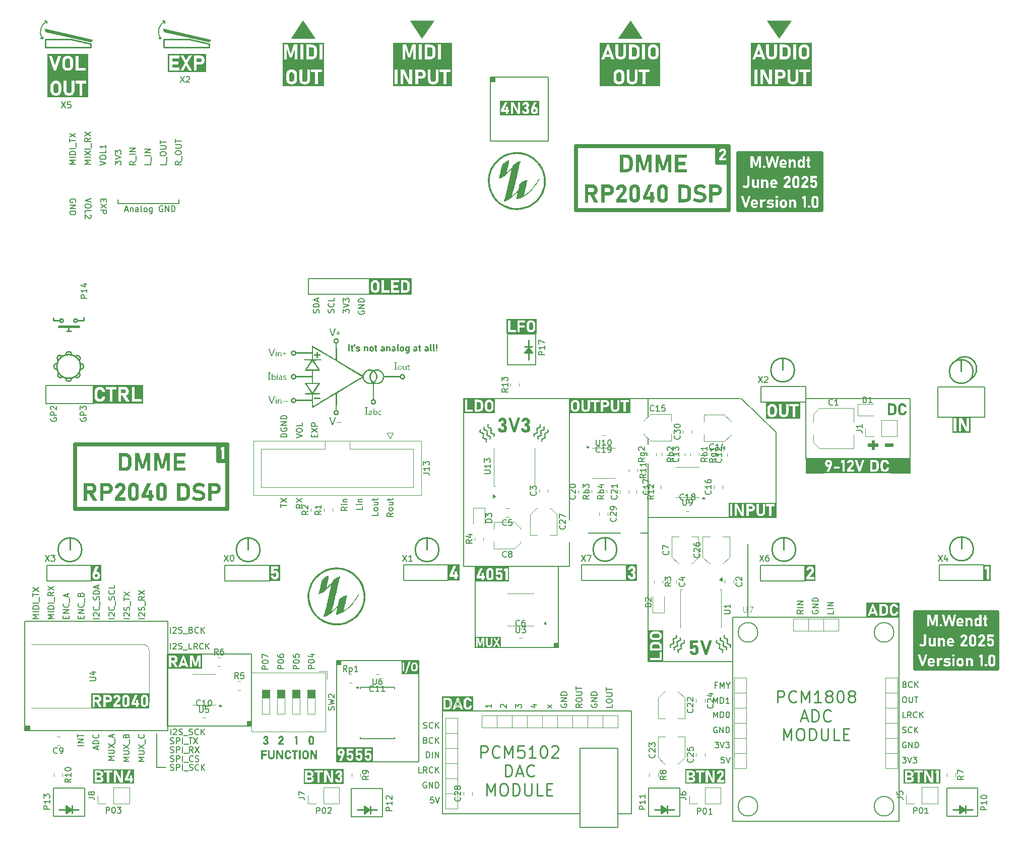
<source format=gbr>
%TF.GenerationSoftware,KiCad,Pcbnew,9.0.3*%
%TF.CreationDate,2025-08-19T09:40:56+02:00*%
%TF.ProjectId,RP2040_DSP,52503230-3430-45f4-9453-502e6b696361,V1.0*%
%TF.SameCoordinates,Original*%
%TF.FileFunction,Legend,Top*%
%TF.FilePolarity,Positive*%
%FSLAX46Y46*%
G04 Gerber Fmt 4.6, Leading zero omitted, Abs format (unit mm)*
G04 Created by KiCad (PCBNEW 9.0.3) date 2025-08-19 09:40:56*
%MOMM*%
%LPD*%
G01*
G04 APERTURE LIST*
%ADD10C,0.150000*%
%ADD11C,0.250000*%
%ADD12C,0.100000*%
%ADD13C,0.650000*%
%ADD14C,0.400000*%
%ADD15C,0.750000*%
%ADD16C,0.200000*%
%ADD17C,0.120000*%
%ADD18C,0.000000*%
G04 APERTURE END LIST*
D10*
X114650000Y-132550000D02*
X128450000Y-132550000D01*
X128450000Y-149550000D01*
X114650000Y-149550000D01*
X114650000Y-132550000D01*
D11*
X180049999Y-128850000D02*
G75*
G02*
X179803494Y-128370999I-46499J279000D01*
G01*
X149488987Y-93392868D02*
G75*
G02*
X149242480Y-93871904I-199987J-200032D01*
G01*
D10*
X167000000Y-108500000D02*
X167000000Y-99500000D01*
X85020074Y-28006999D02*
G75*
G02*
X85810460Y-25131203I1767766J1060659D01*
G01*
X153750000Y-116750000D02*
X153750000Y-112700000D01*
D11*
X189800000Y-113900000D02*
X189800000Y-111900000D01*
X179253501Y-130671005D02*
G75*
G02*
X179500001Y-131150000I46499J-278995D01*
G01*
D10*
X162325000Y-111125000D02*
X156950000Y-111125000D01*
D11*
X71100000Y-75450000D02*
G75*
G02*
X70500000Y-75450000I-300000J0D01*
G01*
X70500000Y-75450000D02*
G75*
G02*
X71100000Y-75450000I300000J0D01*
G01*
X173046499Y-129221006D02*
G75*
G02*
X172800002Y-129699989I-199999J-199994D01*
G01*
X93200000Y-28900000D02*
X93200000Y-29500000D01*
X85600000Y-29500000D01*
X85600000Y-28200000D01*
X89900000Y-28200000D01*
X93200000Y-28900000D01*
X180049999Y-128850000D02*
G75*
G02*
X180296507Y-129329002I46501J-279000D01*
G01*
X67650000Y-83650000D02*
G75*
G02*
X67650000Y-82650000I0J500000D01*
G01*
X69650000Y-76400000D02*
X69650000Y-77200000D01*
D12*
X196500000Y-101100000D02*
X193500000Y-101100000D01*
X193500000Y-98600000D01*
X196500000Y-98600000D01*
X196500000Y-101100000D01*
G36*
X196500000Y-101100000D02*
G01*
X193500000Y-101100000D01*
X193500000Y-98600000D01*
X196500000Y-98600000D01*
X196500000Y-101100000D01*
G37*
X211000000Y-101100000D02*
X207750000Y-101100000D01*
X207750000Y-98700000D01*
X211000000Y-98700000D01*
X211000000Y-101100000D01*
G36*
X211000000Y-101100000D02*
G01*
X207750000Y-101100000D01*
X207750000Y-98700000D01*
X211000000Y-98700000D01*
X211000000Y-101100000D01*
G37*
D11*
X69300000Y-77200000D02*
X70000000Y-77200000D01*
D10*
X185850000Y-116525000D02*
X193350000Y-116525000D01*
X193350000Y-119150000D01*
X185850000Y-119150000D01*
X185850000Y-116525000D01*
D11*
X140855508Y-94421434D02*
G75*
G02*
X141101968Y-94900390I46492J-278966D01*
G01*
D10*
X143350000Y-77675000D02*
X148100000Y-77675000D01*
X148100000Y-82900000D01*
X143350000Y-82900000D01*
X143350000Y-77675000D01*
X85051857Y-28092171D02*
X84737068Y-28007819D01*
X85195561Y-27800000D01*
X85051857Y-28092171D01*
G36*
X85051857Y-28092171D02*
G01*
X84737068Y-28007819D01*
X85195561Y-27800000D01*
X85051857Y-28092171D01*
G37*
D13*
X178600000Y-46100000D02*
X180500000Y-46100000D01*
X180500000Y-48900000D01*
X178600000Y-48900000D01*
X178600000Y-46100000D01*
D11*
X148342999Y-93942010D02*
G75*
G02*
X148096502Y-94420987I-199999J-199990D01*
G01*
X99800000Y-113950000D02*
X99800000Y-111950000D01*
X69150000Y-81150000D02*
G75*
G02*
X70150000Y-81150000I500000J0D01*
G01*
X219600000Y-84000000D02*
X219600000Y-82000000D01*
X172390992Y-128792439D02*
G75*
G02*
X172144505Y-129271361I-199992J-199961D01*
G01*
X121450000Y-157650000D02*
X118150000Y-157650000D01*
D10*
X185950000Y-86550000D02*
X193450000Y-86550000D01*
X193450000Y-89175000D01*
X185950000Y-89175000D01*
X185950000Y-86550000D01*
D11*
X120305944Y-157000000D02*
X120305944Y-158300000D01*
X139544490Y-95278566D02*
G75*
G02*
X139298030Y-94799611I-46490J278966D01*
G01*
X171744493Y-128371434D02*
G75*
G02*
X171498005Y-128850366I-199993J-199966D01*
G01*
D12*
X166000001Y-28000000D02*
X161999999Y-28000000D01*
X164000000Y-25000000D01*
X166000001Y-28000000D01*
G36*
X166000001Y-28000000D02*
G01*
X161999999Y-28000000D01*
X164000000Y-25000000D01*
X166000001Y-28000000D01*
G37*
D10*
X77900000Y-55100000D02*
X77900000Y-55800000D01*
D11*
X140352007Y-93450429D02*
G75*
G02*
X140598474Y-93929392I46493J-278971D01*
G01*
X68750000Y-75450000D02*
G75*
G02*
X68150000Y-75450000I-300000J0D01*
G01*
X68150000Y-75450000D02*
G75*
G02*
X68750000Y-75450000I300000J0D01*
G01*
X179253501Y-130671005D02*
G75*
G02*
X179006988Y-130191996I-46501J279005D01*
G01*
X149651495Y-94779424D02*
G75*
G02*
X149898001Y-94300385I200005J200024D01*
G01*
X172049999Y-131150000D02*
G75*
G02*
X172296500Y-130671005I200001J200000D01*
G01*
X172553500Y-130178995D02*
G75*
G02*
X172799998Y-129700009I200000J199995D01*
G01*
X191800000Y-113900000D02*
G75*
G02*
X187800000Y-113900000I-2000000J0D01*
G01*
X187800000Y-113900000D02*
G75*
G02*
X191800000Y-113900000I2000000J0D01*
G01*
X221650000Y-113800000D02*
G75*
G02*
X217650000Y-113800000I-2000000J0D01*
G01*
X217650000Y-113800000D02*
G75*
G02*
X221650000Y-113800000I2000000J0D01*
G01*
X140855508Y-94421434D02*
G75*
G02*
X140608956Y-93942387I-46508J279034D01*
G01*
X140199997Y-94850000D02*
G75*
G02*
X139953492Y-94371000I-46497J279000D01*
G01*
D12*
X62325000Y-143525000D02*
X63075000Y-143525000D01*
X63075000Y-144275000D01*
X62325000Y-144275000D01*
X62325000Y-143525000D01*
G36*
X62325000Y-143525000D02*
G01*
X63075000Y-143525000D01*
X63075000Y-144275000D01*
X62325000Y-144275000D01*
X62325000Y-143525000D01*
G37*
D11*
X149640993Y-94792439D02*
G75*
G02*
X149394505Y-95271362I-199993J-199961D01*
G01*
X171403500Y-130728995D02*
G75*
G02*
X171649999Y-130250009I200000J199995D01*
G01*
X140352007Y-93450429D02*
G75*
G02*
X140105461Y-92971388I-46507J279029D01*
G01*
D10*
X125900000Y-116475000D02*
X133400000Y-116475000D01*
X133400000Y-119100000D01*
X125900000Y-119100000D01*
X125900000Y-116475000D01*
X120150000Y-68350000D02*
X127190000Y-68350000D01*
X127190000Y-71050000D01*
X120150000Y-71050000D01*
X120150000Y-68350000D01*
X215700000Y-86562500D02*
X223550000Y-86562500D01*
X223550000Y-91637500D01*
X215700000Y-91637500D01*
X215700000Y-86562500D01*
D11*
X147550000Y-80855944D02*
X146250000Y-80855944D01*
X146900000Y-79968444D01*
X147550000Y-80855944D01*
G36*
X147550000Y-80855944D02*
G01*
X146250000Y-80855944D01*
X146900000Y-79968444D01*
X147550000Y-80855944D01*
G37*
X70150000Y-85150000D02*
G75*
G02*
X69150000Y-85150000I-500000J0D01*
G01*
X172400000Y-128800001D02*
G75*
G02*
X172153501Y-129278994I-200000J-199999D01*
G01*
D13*
X94800000Y-96250000D02*
X96300000Y-96250000D01*
X96300000Y-99050000D01*
X94800000Y-99050000D01*
X94800000Y-96250000D01*
D11*
X67100000Y-75450000D02*
X68150000Y-75450000D01*
D12*
X221600000Y-84000000D02*
G75*
G02*
X217600000Y-84000000I-2000000J0D01*
G01*
X217600000Y-84000000D02*
G75*
G02*
X221600000Y-84000000I2000000J0D01*
G01*
D11*
X129850000Y-113950000D02*
X129850000Y-111950000D01*
X179405507Y-129271434D02*
G75*
G02*
X179651969Y-129750390I46493J-278966D01*
G01*
X148492487Y-95321863D02*
G75*
G02*
X148738977Y-94842919I200013J199963D01*
G01*
D12*
X129000000Y-28000000D02*
X126999999Y-25000000D01*
X131000001Y-25000000D01*
X129000000Y-28000000D01*
G36*
X129000000Y-28000000D02*
G01*
X126999999Y-25000000D01*
X131000001Y-25000000D01*
X129000000Y-28000000D01*
G37*
D11*
X170087500Y-157600000D02*
X169200000Y-158250000D01*
X169200000Y-156950000D01*
X170087500Y-157600000D01*
G36*
X170087500Y-157600000D02*
G01*
X169200000Y-158250000D01*
X169200000Y-156950000D01*
X170087500Y-157600000D01*
G37*
D10*
X65950000Y-116525000D02*
X73450000Y-116525000D01*
X73450000Y-119150000D01*
X65950000Y-119150000D01*
X65950000Y-116525000D01*
D11*
X178750000Y-129700000D02*
G75*
G02*
X178996507Y-130179002I46500J-279000D01*
G01*
D12*
X111000001Y-28000000D02*
X106999999Y-28000000D01*
X109000000Y-25000000D01*
X111000001Y-28000000D01*
G36*
X111000001Y-28000000D02*
G01*
X106999999Y-28000000D01*
X109000000Y-25000000D01*
X111000001Y-28000000D01*
G37*
D10*
X153750000Y-88500000D02*
X136000000Y-88500000D01*
D11*
X67100000Y-75000000D02*
X67100000Y-75450000D01*
X139696500Y-93878995D02*
G75*
G02*
X139943012Y-94358003I46500J-279005D01*
G01*
X101800000Y-113950000D02*
G75*
G02*
X97800000Y-113950000I-2000000J0D01*
G01*
X97800000Y-113950000D02*
G75*
G02*
X101800000Y-113950000I2000000J0D01*
G01*
D10*
X167000000Y-132750000D02*
X181200000Y-132750000D01*
X167000000Y-96275000D02*
X167000000Y-95275000D01*
X122362500Y-158800000D02*
X117137500Y-158800000D01*
X117137501Y-154050000D01*
X122362499Y-154050000D01*
X122362500Y-158800000D01*
D11*
X67850000Y-82107106D02*
G75*
G02*
X68557106Y-81400000I353553J353553D01*
G01*
D10*
X136000000Y-88500000D02*
X136000000Y-116750000D01*
D11*
X171896499Y-129771005D02*
G75*
G02*
X171650003Y-130249990I-199999J-199995D01*
G01*
X171350000Y-157600000D02*
X168050000Y-157600000D01*
X148353501Y-93928995D02*
G75*
G02*
X148599998Y-93450010I199999J199995D01*
G01*
X170747993Y-130300429D02*
G75*
G02*
X170994502Y-129821380I200007J200029D01*
G01*
D10*
X183750000Y-113000000D02*
X183750000Y-125250000D01*
D11*
X172542998Y-130192010D02*
G75*
G02*
X172296503Y-130670986I-199998J-199990D01*
G01*
D13*
X154900000Y-46100000D02*
X180500000Y-46100000D01*
X180500000Y-56900000D01*
X154900000Y-56900000D01*
X154900000Y-46100000D01*
D10*
X222374999Y-158759992D02*
X217149999Y-158759992D01*
X217150000Y-154009993D01*
X222374998Y-154009992D01*
X222374999Y-158759992D01*
X188500000Y-108500000D02*
X167000000Y-108500000D01*
X65170074Y-28006999D02*
G75*
G02*
X65960460Y-25131203I1767766J1060659D01*
G01*
D11*
X149502007Y-93399571D02*
G75*
G02*
X149255498Y-93878620I-200007J-200029D01*
G01*
D13*
X211900000Y-124450000D02*
X225700000Y-124450000D01*
X225700000Y-133950000D01*
X211900000Y-133950000D01*
X211900000Y-124450000D01*
D11*
X72150000Y-74950000D02*
X72150000Y-75450000D01*
D10*
X167000000Y-91525000D02*
X167000000Y-88525000D01*
D11*
X149147994Y-95750429D02*
G75*
G02*
X149394502Y-95271381I200006J200029D01*
G01*
X139696496Y-93878995D02*
G75*
G02*
X139943011Y-94358006I46504J-279005D01*
G01*
X171887491Y-129763444D02*
G75*
G02*
X171641006Y-130242357I-199991J-199956D01*
G01*
X148998506Y-94370576D02*
G75*
G02*
X148751999Y-94849615I-200006J-200024D01*
G01*
X171251494Y-129329424D02*
G75*
G02*
X171498001Y-128850385I200006J200024D01*
G01*
X220237500Y-157600000D02*
X219350000Y-158250000D01*
X219350000Y-156950000D01*
X220237500Y-157600000D01*
G36*
X220237500Y-157600000D02*
G01*
X219350000Y-158250000D01*
X219350000Y-156950000D01*
X220237500Y-157600000D01*
G37*
X71650000Y-83150000D02*
G75*
G02*
X67650000Y-83150000I-2000000J0D01*
G01*
X67650000Y-83150000D02*
G75*
G02*
X71650000Y-83150000I2000000J0D01*
G01*
X221600000Y-84000000D02*
G75*
G02*
X217600000Y-84000000I-2000000J0D01*
G01*
X217600000Y-84000000D02*
G75*
G02*
X221600000Y-84000000I2000000J0D01*
G01*
X71650000Y-82650000D02*
G75*
G02*
X71650000Y-83650000I0J-500000D01*
G01*
D10*
X172324999Y-158709992D02*
X167099999Y-158709992D01*
X167100000Y-153959993D01*
X172324998Y-153959992D01*
X172324999Y-158709992D01*
D11*
X131850000Y-113950000D02*
G75*
G02*
X127850000Y-113950000I-2000000J0D01*
G01*
X127850000Y-113950000D02*
G75*
G02*
X131850000Y-113950000I2000000J0D01*
G01*
X73350000Y-28900000D02*
X73350000Y-29500000D01*
X65750000Y-29500000D01*
X65750000Y-28200000D01*
X70050000Y-28200000D01*
X73350000Y-28900000D01*
X220355944Y-156950000D02*
X220355944Y-158250000D01*
X70742894Y-81442894D02*
G75*
G02*
X71449906Y-82149906I353506J-353506D01*
G01*
X171240992Y-129342439D02*
G75*
G02*
X170994505Y-129821361I-199992J-199961D01*
G01*
X146900000Y-78705944D02*
X146900000Y-82005943D01*
D14*
X68000000Y-76400000D02*
X71300000Y-76400000D01*
D11*
X221500000Y-157600000D02*
X218200000Y-157600000D01*
D10*
X167000000Y-111125000D02*
X165725000Y-111125000D01*
D11*
X140200001Y-94850000D02*
G75*
G02*
X140446506Y-95329001I46499J-279000D01*
G01*
X178750000Y-129700000D02*
G75*
G02*
X178503494Y-129220998I-46500J279000D01*
G01*
D10*
X140500000Y-34500000D02*
X150250000Y-34500000D01*
X150250000Y-45250000D01*
X140500000Y-45250000D01*
X140500000Y-34500000D01*
X182625000Y-88500000D02*
X188500000Y-94250000D01*
D11*
X139040989Y-94307561D02*
G75*
G02*
X139287549Y-94786617I46511J-279039D01*
G01*
X68657106Y-84907106D02*
G75*
G02*
X67950094Y-84200094I-353506J353506D01*
G01*
D10*
X155850000Y-116475000D02*
X163350000Y-116475000D01*
X163350000Y-119100000D01*
X155850000Y-119100000D01*
X155850000Y-116475000D01*
D12*
X93500000Y-28300000D02*
X93200000Y-28568285D01*
X85600000Y-26868285D01*
X85500000Y-26400000D01*
X93500000Y-28300000D01*
G36*
X93500000Y-28300000D02*
G01*
X93200000Y-28568285D01*
X85600000Y-26868285D01*
X85500000Y-26400000D01*
X93500000Y-28300000D01*
G37*
D11*
X180553500Y-129821005D02*
G75*
G02*
X180800001Y-130300001I46500J-278995D01*
G01*
D10*
X153750000Y-88500000D02*
X182500000Y-88500000D01*
D11*
X179405507Y-129271434D02*
G75*
G02*
X179158956Y-128792387I-46507J279034D01*
G01*
X218653847Y-82198418D02*
G75*
G02*
X221069169Y-85361743I1531653J-1334282D01*
G01*
D10*
X109950000Y-68350000D02*
X120150000Y-68350000D01*
X120150000Y-71050000D01*
X109950000Y-71050000D01*
X109950000Y-68350000D01*
D11*
X191600000Y-83750000D02*
G75*
G02*
X187600000Y-83750000I-2000000J0D01*
G01*
X187600000Y-83750000D02*
G75*
G02*
X191600000Y-83750000I2000000J0D01*
G01*
D12*
X151150000Y-129600000D02*
X151900000Y-129600000D01*
X151900000Y-130350000D01*
X151150000Y-130350000D01*
X151150000Y-129600000D01*
G36*
X151150000Y-129600000D02*
G01*
X151900000Y-129600000D01*
X151900000Y-130350000D01*
X151150000Y-130350000D01*
X151150000Y-129600000D01*
G37*
D10*
X86250000Y-131500000D02*
X100357500Y-131500000D01*
X100357500Y-143550000D01*
X86250000Y-143550000D01*
X86250000Y-131500000D01*
D11*
X140200001Y-94850000D02*
G75*
G02*
X139953494Y-94370998I-46501J279000D01*
G01*
X148846500Y-92971005D02*
G75*
G02*
X148600002Y-93449991I-200000J-199995D01*
G01*
X139696500Y-93878995D02*
G75*
G02*
X139449999Y-93399999I-46500J278995D01*
G01*
X159750000Y-113900000D02*
X159750000Y-111900000D01*
D10*
X65960465Y-25131201D02*
X65960460Y-25500001D01*
X65599004Y-25059694D01*
X65960465Y-25131201D01*
G36*
X65960465Y-25131201D02*
G01*
X65960460Y-25500001D01*
X65599004Y-25059694D01*
X65960465Y-25131201D01*
G37*
X95900000Y-116525000D02*
X103400000Y-116525000D01*
X103400000Y-119150000D01*
X95900000Y-119150000D01*
X95900000Y-116525000D01*
D11*
X219650000Y-113800000D02*
X219650000Y-111800000D01*
D13*
X70700000Y-96250000D02*
X96300000Y-96250000D01*
X96300000Y-107050000D01*
X70700000Y-107050000D01*
X70700000Y-96250000D01*
D11*
X148995988Y-94350858D02*
G75*
G02*
X149242477Y-93871923I200012J199958D01*
G01*
D10*
X188500000Y-94250000D02*
X188500000Y-108500000D01*
X136000000Y-116750000D02*
X153750000Y-116750000D01*
D12*
X189000000Y-28000000D02*
X186999999Y-25000000D01*
X191000001Y-25000000D01*
X189000000Y-28000000D01*
G36*
X189000000Y-28000000D02*
G01*
X186999999Y-25000000D01*
X191000001Y-25000000D01*
X189000000Y-28000000D01*
G37*
D11*
X189600000Y-83750000D02*
X189600000Y-81750000D01*
X171907001Y-129757990D02*
G75*
G02*
X172153498Y-129279013I199999J199990D01*
G01*
D10*
X72324999Y-158759992D02*
X67099999Y-158759992D01*
X67100000Y-154009993D01*
X72324998Y-154009992D01*
X72324999Y-158759992D01*
X153750000Y-108925000D02*
X153750000Y-88500000D01*
X215900000Y-116500000D02*
X223400000Y-116500000D01*
X223400000Y-119125000D01*
X215900000Y-119125000D01*
X215900000Y-116500000D01*
D11*
X148505507Y-95328566D02*
G75*
G02*
X148751995Y-94849634I199993J199966D01*
G01*
X180553500Y-129821005D02*
G75*
G02*
X180306988Y-129341997I-46500J279005D01*
G01*
X179909008Y-130242439D02*
G75*
G02*
X180155463Y-130721389I46492J-278961D01*
G01*
D12*
X140500000Y-34500000D02*
X141250000Y-34500000D01*
X141250000Y-35250000D01*
X140500000Y-35250000D01*
X140500000Y-34500000D01*
G36*
X140500000Y-34500000D02*
G01*
X141250000Y-34500000D01*
X141250000Y-35250000D01*
X140500000Y-35250000D01*
X140500000Y-34500000D01*
G37*
D10*
X193500000Y-88500000D02*
X211000000Y-88500000D01*
X211000000Y-98600000D01*
X193500000Y-98600000D01*
X193500000Y-88500000D01*
D11*
X139696496Y-93878995D02*
G75*
G02*
X139449998Y-93400002I-46496J278995D01*
G01*
D10*
X84450000Y-144850000D02*
X84450000Y-150550000D01*
X77900000Y-55800000D02*
X88200000Y-55800000D01*
D11*
X71407106Y-84192894D02*
G75*
G02*
X70700000Y-84900000I-353553J-353553D01*
G01*
X148985486Y-94363873D02*
G75*
G02*
X148738981Y-94842900I-199986J-200027D01*
G01*
D10*
X65201857Y-28092171D02*
X64887068Y-28007819D01*
X65345561Y-27800000D01*
X65201857Y-28092171D01*
G36*
X65201857Y-28092171D02*
G01*
X64887068Y-28007819D01*
X65345561Y-27800000D01*
X65201857Y-28092171D01*
G37*
D11*
X171897993Y-129750429D02*
G75*
G02*
X172144502Y-129271380I200007J200029D01*
G01*
X70205944Y-156950000D02*
X70205944Y-158250000D01*
X147850000Y-94900000D02*
G75*
G02*
X148096499Y-94421006I200000J200000D01*
G01*
X161750000Y-113900000D02*
G75*
G02*
X157750000Y-113900000I-2000000J0D01*
G01*
X157750000Y-113900000D02*
G75*
G02*
X161750000Y-113900000I2000000J0D01*
G01*
X170205944Y-156950000D02*
X170205944Y-158250000D01*
D10*
X65775000Y-86325000D02*
X73725000Y-86325000D01*
X73725000Y-89350000D01*
X65775000Y-89350000D01*
X65775000Y-86325000D01*
D11*
X171394492Y-130721434D02*
G75*
G02*
X171641002Y-130242376I200008J200034D01*
G01*
X139544490Y-95278566D02*
G75*
G02*
X139791043Y-95757615I46510J-279034D01*
G01*
X179909008Y-130242439D02*
G75*
G02*
X179662450Y-129763385I-46508J279039D01*
G01*
X149009008Y-94357561D02*
G75*
G02*
X149255495Y-93878639I199992J199961D01*
G01*
X139040989Y-94307561D02*
G75*
G02*
X138794536Y-93828613I-46489J278961D01*
G01*
D10*
X84450000Y-150550000D02*
X85950000Y-150550000D01*
D11*
X179394492Y-129278566D02*
G75*
G02*
X179641044Y-129757613I46508J-279034D01*
G01*
D10*
X167000000Y-108500000D02*
X167000000Y-132750000D01*
D11*
X179897993Y-130249571D02*
G75*
G02*
X180144539Y-130728612I46507J-279029D01*
G01*
D13*
X182100000Y-47300000D02*
X196100000Y-47300000D01*
X196100000Y-56900000D01*
X182100000Y-56900000D01*
X182100000Y-47300000D01*
D12*
X99625000Y-142725000D02*
X100375000Y-142725000D01*
X100375000Y-143475000D01*
X99625000Y-143475000D01*
X99625000Y-142725000D01*
G36*
X99625000Y-142725000D02*
G01*
X100375000Y-142725000D01*
X100375000Y-143475000D01*
X99625000Y-143475000D01*
X99625000Y-142725000D01*
G37*
D11*
X72150000Y-75450000D02*
X71100000Y-75450000D01*
D12*
X73650000Y-28300000D02*
X73350000Y-28568285D01*
X65750000Y-26868285D01*
X65650000Y-26400000D01*
X73650000Y-28300000D01*
G36*
X73650000Y-28300000D02*
G01*
X73350000Y-28568285D01*
X65750000Y-26868285D01*
X65650000Y-26400000D01*
X73650000Y-28300000D01*
G37*
D10*
X137950000Y-116750000D02*
X151900000Y-116750000D01*
X151900000Y-130350000D01*
X137950000Y-130350000D01*
X137950000Y-116750000D01*
X85810465Y-25131201D02*
X85810460Y-25500001D01*
X85449004Y-25059694D01*
X85810465Y-25131201D01*
G36*
X85810465Y-25131201D02*
G01*
X85810460Y-25500001D01*
X85449004Y-25059694D01*
X85810465Y-25131201D01*
G37*
D11*
X120187500Y-157650000D02*
X119300000Y-158300000D01*
X119300000Y-157000000D01*
X120187500Y-157650000D01*
G36*
X120187500Y-157650000D02*
G01*
X119300000Y-158300000D01*
X119300000Y-157000000D01*
X120187500Y-157650000D01*
G37*
X179394492Y-129278566D02*
G75*
G02*
X179148032Y-128799610I-46492J278966D01*
G01*
D10*
X88200000Y-55800000D02*
X88200000Y-55100000D01*
D11*
X179897993Y-130249571D02*
G75*
G02*
X179651526Y-129770608I-46493J278971D01*
G01*
X70087500Y-157600000D02*
X69200000Y-158250000D01*
X69200000Y-156950000D01*
X70087500Y-157600000D01*
G36*
X70087500Y-157600000D02*
G01*
X69200000Y-158250000D01*
X69200000Y-156950000D01*
X70087500Y-157600000D01*
G37*
X71350000Y-157600000D02*
X68050000Y-157600000D01*
X146250000Y-79850000D02*
X147550000Y-79850000D01*
X150144494Y-93821434D02*
G75*
G02*
X149898004Y-94300366I-199994J-199966D01*
G01*
X140199997Y-94850000D02*
G75*
G02*
X140446505Y-95329004I46503J-279000D01*
G01*
D12*
X114625000Y-132525000D02*
X115375000Y-132525000D01*
X115375000Y-133275000D01*
X114625000Y-133275000D01*
X114625000Y-132525000D01*
G36*
X114625000Y-132525000D02*
G01*
X115375000Y-132525000D01*
X115375000Y-133275000D01*
X114625000Y-133275000D01*
X114625000Y-132525000D01*
G37*
D11*
X71850000Y-113950000D02*
G75*
G02*
X67850000Y-113950000I-2000000J0D01*
G01*
X67850000Y-113950000D02*
G75*
G02*
X71850000Y-113950000I2000000J0D01*
G01*
X69850000Y-113950000D02*
X69850000Y-111950000D01*
D10*
X70797561Y-55560588D02*
X70845180Y-55465350D01*
X70845180Y-55465350D02*
X70845180Y-55322493D01*
X70845180Y-55322493D02*
X70797561Y-55179636D01*
X70797561Y-55179636D02*
X70702323Y-55084398D01*
X70702323Y-55084398D02*
X70607085Y-55036779D01*
X70607085Y-55036779D02*
X70416609Y-54989160D01*
X70416609Y-54989160D02*
X70273752Y-54989160D01*
X70273752Y-54989160D02*
X70083276Y-55036779D01*
X70083276Y-55036779D02*
X69988038Y-55084398D01*
X69988038Y-55084398D02*
X69892800Y-55179636D01*
X69892800Y-55179636D02*
X69845180Y-55322493D01*
X69845180Y-55322493D02*
X69845180Y-55417731D01*
X69845180Y-55417731D02*
X69892800Y-55560588D01*
X69892800Y-55560588D02*
X69940419Y-55608207D01*
X69940419Y-55608207D02*
X70273752Y-55608207D01*
X70273752Y-55608207D02*
X70273752Y-55417731D01*
X69845180Y-56036779D02*
X70845180Y-56036779D01*
X70845180Y-56036779D02*
X69845180Y-56608207D01*
X69845180Y-56608207D02*
X70845180Y-56608207D01*
X69845180Y-57084398D02*
X70845180Y-57084398D01*
X70845180Y-57084398D02*
X70845180Y-57322493D01*
X70845180Y-57322493D02*
X70797561Y-57465350D01*
X70797561Y-57465350D02*
X70702323Y-57560588D01*
X70702323Y-57560588D02*
X70607085Y-57608207D01*
X70607085Y-57608207D02*
X70416609Y-57655826D01*
X70416609Y-57655826D02*
X70273752Y-57655826D01*
X70273752Y-57655826D02*
X70083276Y-57608207D01*
X70083276Y-57608207D02*
X69988038Y-57560588D01*
X69988038Y-57560588D02*
X69892800Y-57465350D01*
X69892800Y-57465350D02*
X69845180Y-57322493D01*
X69845180Y-57322493D02*
X69845180Y-57084398D01*
D12*
G36*
X147405552Y-75758519D02*
G01*
X147486601Y-75790467D01*
X147554297Y-75842374D01*
X147604815Y-75912711D01*
X147635653Y-75996330D01*
X147646458Y-76095771D01*
X147646458Y-76677801D01*
X147635660Y-76777153D01*
X147604815Y-76860861D01*
X147554297Y-76931198D01*
X147486601Y-76983105D01*
X147405560Y-77014960D01*
X147309037Y-77026092D01*
X147212496Y-77014964D01*
X147131350Y-76983105D01*
X147063754Y-76931207D01*
X147013259Y-76860861D01*
X146982413Y-76777153D01*
X146971615Y-76677801D01*
X146971615Y-76095771D01*
X146982420Y-75996330D01*
X147013259Y-75912711D01*
X147063754Y-75842365D01*
X147131350Y-75790467D01*
X147212503Y-75758516D01*
X147309037Y-75747358D01*
X147405552Y-75758519D01*
G37*
G36*
X148256782Y-77622738D02*
G01*
X143233029Y-77622738D01*
X143233029Y-77380000D01*
X143455251Y-77380000D01*
X143621947Y-77380000D01*
X144786008Y-77380000D01*
X145059438Y-77380000D01*
X145433740Y-77380000D01*
X145433740Y-76591706D01*
X146213852Y-76591706D01*
X146213852Y-76230959D01*
X145433740Y-76230959D01*
X145433740Y-76105296D01*
X146583513Y-76105296D01*
X146583513Y-76668154D01*
X146594064Y-76811595D01*
X146624451Y-76938955D01*
X146673639Y-77052836D01*
X146742351Y-77155481D01*
X146826823Y-77240574D01*
X146928506Y-77309658D01*
X147041461Y-77359299D01*
X147167448Y-77389904D01*
X147309037Y-77400516D01*
X147450625Y-77389904D01*
X147576612Y-77359299D01*
X147689567Y-77309658D01*
X147791242Y-77240570D01*
X147875671Y-77155477D01*
X147944312Y-77052836D01*
X147993569Y-76938948D01*
X148023995Y-76811589D01*
X148034560Y-76668154D01*
X148034560Y-76105296D01*
X148023993Y-75961861D01*
X147993565Y-75834546D01*
X147944312Y-75720736D01*
X147875659Y-75618026D01*
X147791229Y-75532937D01*
X147689567Y-75463914D01*
X147576612Y-75414273D01*
X147450625Y-75383668D01*
X147309037Y-75373056D01*
X147167448Y-75383668D01*
X147041461Y-75414273D01*
X146928506Y-75463914D01*
X146826836Y-75532933D01*
X146742363Y-75618022D01*
X146673639Y-75720736D01*
X146624455Y-75834539D01*
X146594066Y-75961855D01*
X146584214Y-76095771D01*
X146583513Y-76105296D01*
X145433740Y-76105296D01*
X145433740Y-75754197D01*
X146364183Y-75754197D01*
X146364183Y-75393450D01*
X145433740Y-75393450D01*
X145059438Y-75393450D01*
X145059438Y-77380000D01*
X144786008Y-77380000D01*
X144786008Y-77019253D01*
X143829553Y-77019253D01*
X143829553Y-75393450D01*
X143455251Y-75393450D01*
X143455251Y-77380000D01*
X143233029Y-77380000D01*
X143233029Y-75150834D01*
X148256782Y-75150834D01*
X148256782Y-77622738D01*
G37*
D10*
X95790476Y-114854819D02*
X96457142Y-115854819D01*
X96457142Y-114854819D02*
X95790476Y-115854819D01*
X97028571Y-114854819D02*
X97123809Y-114854819D01*
X97123809Y-114854819D02*
X97219047Y-114902438D01*
X97219047Y-114902438D02*
X97266666Y-114950057D01*
X97266666Y-114950057D02*
X97314285Y-115045295D01*
X97314285Y-115045295D02*
X97361904Y-115235771D01*
X97361904Y-115235771D02*
X97361904Y-115473866D01*
X97361904Y-115473866D02*
X97314285Y-115664342D01*
X97314285Y-115664342D02*
X97266666Y-115759580D01*
X97266666Y-115759580D02*
X97219047Y-115807200D01*
X97219047Y-115807200D02*
X97123809Y-115854819D01*
X97123809Y-115854819D02*
X97028571Y-115854819D01*
X97028571Y-115854819D02*
X96933333Y-115807200D01*
X96933333Y-115807200D02*
X96885714Y-115759580D01*
X96885714Y-115759580D02*
X96838095Y-115664342D01*
X96838095Y-115664342D02*
X96790476Y-115473866D01*
X96790476Y-115473866D02*
X96790476Y-115235771D01*
X96790476Y-115235771D02*
X96838095Y-115045295D01*
X96838095Y-115045295D02*
X96885714Y-114950057D01*
X96885714Y-114950057D02*
X96933333Y-114902438D01*
X96933333Y-114902438D02*
X97028571Y-114854819D01*
D12*
G36*
X195129022Y-119182444D02*
G01*
X193320575Y-119182444D01*
X193320575Y-117384029D01*
X193565019Y-117384029D01*
X193565019Y-117385506D01*
X193987364Y-117385506D01*
X193987364Y-117384029D01*
X194002968Y-117304321D01*
X194028847Y-117242111D01*
X194063934Y-117193947D01*
X194109759Y-117157140D01*
X194164037Y-117134850D01*
X194229299Y-117127049D01*
X194326082Y-117140177D01*
X194391574Y-117175140D01*
X194433736Y-117231823D01*
X194448666Y-117311892D01*
X194448666Y-117314847D01*
X194442102Y-117375606D01*
X194420859Y-117444882D01*
X194387757Y-117512938D01*
X194342005Y-117580962D01*
X193592020Y-118566836D01*
X193592020Y-118938000D01*
X194884578Y-118938000D01*
X194884578Y-118541178D01*
X194137549Y-118541178D01*
X194675555Y-117861988D01*
X194758183Y-117736753D01*
X194820635Y-117596679D01*
X194859664Y-117448791D01*
X194872488Y-117301414D01*
X194872488Y-117299936D01*
X194863449Y-117181688D01*
X194837740Y-117079903D01*
X194796590Y-116991775D01*
X194738875Y-116914005D01*
X194665888Y-116849436D01*
X194575611Y-116797260D01*
X194476781Y-116761304D01*
X194361295Y-116738462D01*
X194226209Y-116730362D01*
X194101971Y-116739418D01*
X193991527Y-116765506D01*
X193892659Y-116807738D01*
X193803362Y-116866865D01*
X193727316Y-116941262D01*
X193663486Y-117032478D01*
X193616009Y-117133743D01*
X193582824Y-117250070D01*
X193565019Y-117384029D01*
X193320575Y-117384029D01*
X193320575Y-116485918D01*
X195129022Y-116485918D01*
X195129022Y-119182444D01*
G37*
G36*
X128957810Y-33715188D02*
G01*
X129025868Y-33743715D01*
X129082337Y-33789806D01*
X129124939Y-33853013D01*
X129150931Y-33927626D01*
X129160049Y-34016045D01*
X129150766Y-34102847D01*
X129124175Y-34176635D01*
X129080934Y-34239022D01*
X129024188Y-34285018D01*
X128956351Y-34313594D01*
X128876574Y-34323486D01*
X128336797Y-34323486D01*
X128336797Y-33705246D01*
X128876574Y-33705246D01*
X128957810Y-33715188D01*
G37*
G36*
X130436899Y-29519104D02*
G01*
X130553405Y-29557070D01*
X130643824Y-29616224D01*
X130712554Y-29697989D01*
X130755027Y-29800644D01*
X130770220Y-29930534D01*
X130770220Y-30661431D01*
X130755030Y-30791218D01*
X130712562Y-30893827D01*
X130643824Y-30975588D01*
X130553405Y-31034743D01*
X130436899Y-31072708D01*
X130286924Y-31086566D01*
X129923155Y-31086566D01*
X129923155Y-29505246D01*
X130286924Y-29505246D01*
X130436899Y-29519104D01*
G37*
G36*
X134063481Y-36040923D02*
G01*
X124144875Y-36040923D01*
X124144875Y-35737500D01*
X124422653Y-35737500D01*
X124907781Y-35737500D01*
X124907781Y-35735820D01*
X125419164Y-35735820D01*
X125866586Y-35735820D01*
X125866586Y-33945590D01*
X126746166Y-35735820D01*
X127321663Y-35735820D01*
X127321663Y-34323486D01*
X127868920Y-34323486D01*
X127868920Y-35737500D01*
X128336797Y-35737500D01*
X128336797Y-34839144D01*
X129979178Y-34839144D01*
X129991915Y-35031509D01*
X130027971Y-35196628D01*
X130085118Y-35338773D01*
X130167031Y-35466691D01*
X130269418Y-35571272D01*
X130394238Y-35654762D01*
X130533645Y-35713282D01*
X130695595Y-35750134D01*
X130884403Y-35763145D01*
X131073107Y-35750152D01*
X131235338Y-35713316D01*
X131375331Y-35654762D01*
X131500783Y-35571242D01*
X131603721Y-35466651D01*
X131686130Y-35338773D01*
X131743704Y-35196582D01*
X131780011Y-35031466D01*
X131792834Y-34839144D01*
X131792834Y-33705246D01*
X131965330Y-33705246D01*
X132641578Y-33705246D01*
X132641578Y-35737500D01*
X133109455Y-35737500D01*
X133109455Y-33705246D01*
X133785703Y-33705246D01*
X133785703Y-33254313D01*
X131965330Y-33254313D01*
X131965330Y-33705246D01*
X131792834Y-33705246D01*
X131792834Y-33254313D01*
X131324956Y-33254313D01*
X131324956Y-34851203D01*
X131310820Y-34988962D01*
X131271705Y-35097171D01*
X131209704Y-35182458D01*
X131125866Y-35246016D01*
X131019625Y-35285915D01*
X130884403Y-35300305D01*
X130750335Y-35285937D01*
X130644883Y-35246063D01*
X130561544Y-35182458D01*
X130500074Y-35097243D01*
X130461249Y-34989035D01*
X130447208Y-34851203D01*
X130447208Y-33254313D01*
X129979178Y-33254313D01*
X129979178Y-34839144D01*
X128336797Y-34839144D01*
X128336797Y-34774267D01*
X128864515Y-34774267D01*
X129017071Y-34763265D01*
X129152532Y-34731596D01*
X129273621Y-34680386D01*
X129383167Y-34608738D01*
X129473929Y-34520724D01*
X129547631Y-34414924D01*
X129600832Y-34296916D01*
X129633638Y-34164896D01*
X129645023Y-34016045D01*
X129633651Y-33867188D01*
X129600856Y-33734898D01*
X129547631Y-33616403D01*
X129473905Y-33509964D01*
X129383134Y-33421345D01*
X129273621Y-33349110D01*
X129152480Y-33297383D01*
X129017024Y-33265415D01*
X128864515Y-33254313D01*
X128336797Y-33254313D01*
X127868920Y-33254313D01*
X127868920Y-34323486D01*
X127321663Y-34323486D01*
X127321663Y-33254313D01*
X126874241Y-33254313D01*
X126874241Y-35072565D01*
X125991303Y-33254313D01*
X125419164Y-33254313D01*
X125419164Y-35735820D01*
X124907781Y-35735820D01*
X124907781Y-33254313D01*
X124422653Y-33254313D01*
X124422653Y-35737500D01*
X124144875Y-35737500D01*
X124144875Y-31537500D01*
X125767210Y-31537500D01*
X126192498Y-31537500D01*
X126192498Y-29807157D01*
X126650148Y-31260894D01*
X127063376Y-31260894D01*
X127521179Y-29773697D01*
X127521179Y-31537500D01*
X127946314Y-31537500D01*
X128458766Y-31537500D01*
X128943894Y-31537500D01*
X128943894Y-31086566D01*
X129455277Y-31086566D01*
X129455277Y-31537500D01*
X129690972Y-31537500D01*
X130275017Y-31537500D01*
X131682772Y-31537500D01*
X132167899Y-31537500D01*
X132167899Y-29054313D01*
X131682772Y-29054313D01*
X131682772Y-31537500D01*
X130275017Y-31537500D01*
X130485688Y-31524005D01*
X130663834Y-31486089D01*
X130814641Y-31426522D01*
X130951246Y-31341142D01*
X131060370Y-31237970D01*
X131145132Y-31115723D01*
X131205153Y-30978548D01*
X131242373Y-30823684D01*
X131255347Y-30647692D01*
X131255347Y-29944120D01*
X131241681Y-29759186D01*
X131202854Y-29600084D01*
X131140858Y-29462504D01*
X131053502Y-29340549D01*
X130943178Y-29239733D01*
X130807009Y-29158574D01*
X130657156Y-29102519D01*
X130481908Y-29066933D01*
X130276696Y-29054313D01*
X129923155Y-29054313D01*
X129455277Y-29054313D01*
X129455277Y-31086566D01*
X128943894Y-31086566D01*
X128943894Y-29054313D01*
X128458766Y-29054313D01*
X128458766Y-31537500D01*
X127946314Y-31537500D01*
X127946314Y-29054313D01*
X127329906Y-29054313D01*
X126856839Y-30727987D01*
X126383771Y-29054313D01*
X125767210Y-29054313D01*
X125767210Y-31537500D01*
X124144875Y-31537500D01*
X124144875Y-28776535D01*
X134063481Y-28776535D01*
X134063481Y-36040923D01*
G37*
G36*
X189407810Y-33715188D02*
G01*
X189475868Y-33743715D01*
X189532337Y-33789806D01*
X189574939Y-33853013D01*
X189600931Y-33927626D01*
X189610049Y-34016045D01*
X189600766Y-34102847D01*
X189574175Y-34176635D01*
X189530934Y-34239022D01*
X189474188Y-34285018D01*
X189406351Y-34313594D01*
X189326574Y-34323486D01*
X188786797Y-34323486D01*
X188786797Y-33705246D01*
X189326574Y-33705246D01*
X189407810Y-33715188D01*
G37*
G36*
X193325185Y-29510649D02*
G01*
X193426496Y-29550584D01*
X193511116Y-29615468D01*
X193574263Y-29703388D01*
X193612812Y-29807913D01*
X193626317Y-29932213D01*
X193626317Y-30659752D01*
X193612820Y-30783941D01*
X193574263Y-30888577D01*
X193511116Y-30976497D01*
X193426496Y-31041381D01*
X193325194Y-31081200D01*
X193204541Y-31095115D01*
X193083865Y-31081205D01*
X192982432Y-31041381D01*
X192897937Y-30976509D01*
X192834818Y-30888577D01*
X192796261Y-30783941D01*
X192782764Y-30659752D01*
X192782764Y-29932213D01*
X192796269Y-29807913D01*
X192834818Y-29703388D01*
X192897937Y-29615456D01*
X192982432Y-29550584D01*
X193083874Y-29510645D01*
X193204541Y-29496698D01*
X193325185Y-29510649D01*
G37*
G36*
X185894211Y-30688756D02*
G01*
X185300449Y-30688756D01*
X185597292Y-29841691D01*
X185894211Y-30688756D01*
G37*
G36*
X190106544Y-29519104D02*
G01*
X190223050Y-29557070D01*
X190313468Y-29616224D01*
X190382199Y-29697989D01*
X190424671Y-29800644D01*
X190439864Y-29930534D01*
X190439864Y-30661431D01*
X190424675Y-30791218D01*
X190382206Y-30893827D01*
X190313468Y-30975588D01*
X190223050Y-31034743D01*
X190106544Y-31072708D01*
X189956569Y-31086566D01*
X189592799Y-31086566D01*
X189592799Y-29505246D01*
X189956569Y-29505246D01*
X190106544Y-29519104D01*
G37*
G36*
X194513481Y-36040923D02*
G01*
X184221489Y-36040923D01*
X184221489Y-35737500D01*
X184872653Y-35737500D01*
X185357781Y-35737500D01*
X185357781Y-35735820D01*
X185869164Y-35735820D01*
X186316586Y-35735820D01*
X186316586Y-33945590D01*
X187196166Y-35735820D01*
X187771663Y-35735820D01*
X187771663Y-34323486D01*
X188318920Y-34323486D01*
X188318920Y-35737500D01*
X188786797Y-35737500D01*
X188786797Y-34839144D01*
X190429178Y-34839144D01*
X190441915Y-35031509D01*
X190477971Y-35196628D01*
X190535118Y-35338773D01*
X190617031Y-35466691D01*
X190719418Y-35571272D01*
X190844238Y-35654762D01*
X190983645Y-35713282D01*
X191145595Y-35750134D01*
X191334403Y-35763145D01*
X191523107Y-35750152D01*
X191685338Y-35713316D01*
X191825331Y-35654762D01*
X191950783Y-35571242D01*
X192053721Y-35466651D01*
X192136130Y-35338773D01*
X192193704Y-35196582D01*
X192230011Y-35031466D01*
X192242834Y-34839144D01*
X192242834Y-33705246D01*
X192415330Y-33705246D01*
X193091578Y-33705246D01*
X193091578Y-35737500D01*
X193559455Y-35737500D01*
X193559455Y-33705246D01*
X194235703Y-33705246D01*
X194235703Y-33254313D01*
X192415330Y-33254313D01*
X192415330Y-33705246D01*
X192242834Y-33705246D01*
X192242834Y-33254313D01*
X191774956Y-33254313D01*
X191774956Y-34851203D01*
X191760820Y-34988962D01*
X191721705Y-35097171D01*
X191659704Y-35182458D01*
X191575866Y-35246016D01*
X191469625Y-35285915D01*
X191334403Y-35300305D01*
X191200335Y-35285937D01*
X191094883Y-35246063D01*
X191011544Y-35182458D01*
X190950074Y-35097243D01*
X190911249Y-34989035D01*
X190897208Y-34851203D01*
X190897208Y-33254313D01*
X190429178Y-33254313D01*
X190429178Y-34839144D01*
X188786797Y-34839144D01*
X188786797Y-34774267D01*
X189314515Y-34774267D01*
X189467071Y-34763265D01*
X189602532Y-34731596D01*
X189723621Y-34680386D01*
X189833167Y-34608738D01*
X189923929Y-34520724D01*
X189997631Y-34414924D01*
X190050832Y-34296916D01*
X190083638Y-34164896D01*
X190095023Y-34016045D01*
X190083651Y-33867188D01*
X190050856Y-33734898D01*
X189997631Y-33616403D01*
X189923905Y-33509964D01*
X189833134Y-33421345D01*
X189723621Y-33349110D01*
X189602480Y-33297383D01*
X189467024Y-33265415D01*
X189314515Y-33254313D01*
X188786797Y-33254313D01*
X188318920Y-33254313D01*
X188318920Y-34323486D01*
X187771663Y-34323486D01*
X187771663Y-33254313D01*
X187324241Y-33254313D01*
X187324241Y-35072565D01*
X186441303Y-33254313D01*
X185869164Y-33254313D01*
X185869164Y-35735820D01*
X185357781Y-35735820D01*
X185357781Y-33254313D01*
X184872653Y-33254313D01*
X184872653Y-35737500D01*
X184221489Y-35737500D01*
X184221489Y-31537500D01*
X184499267Y-31537500D01*
X185003018Y-31537500D01*
X185142479Y-31139536D01*
X186052221Y-31139536D01*
X186191718Y-31537500D01*
X186695469Y-31537500D01*
X186351965Y-30639144D01*
X186831481Y-30639144D01*
X186844219Y-30831509D01*
X186880274Y-30996628D01*
X186937422Y-31138773D01*
X187019334Y-31266691D01*
X187121721Y-31371272D01*
X187246542Y-31454762D01*
X187385949Y-31513282D01*
X187547898Y-31550134D01*
X187736706Y-31563145D01*
X187925410Y-31550152D01*
X188087642Y-31513316D01*
X188227635Y-31454762D01*
X188353086Y-31371242D01*
X188456024Y-31266651D01*
X188538434Y-31138773D01*
X188559573Y-31086566D01*
X189124922Y-31086566D01*
X189124922Y-31537500D01*
X189360616Y-31537500D01*
X189944662Y-31537500D01*
X191352416Y-31537500D01*
X191837544Y-31537500D01*
X191837544Y-29944120D01*
X192297636Y-29944120D01*
X192297636Y-30647692D01*
X192310825Y-30826994D01*
X192348808Y-30986193D01*
X192410293Y-31128545D01*
X192496184Y-31256851D01*
X192601773Y-31363218D01*
X192728878Y-31449572D01*
X192870071Y-31511624D01*
X193027555Y-31549880D01*
X193204541Y-31563145D01*
X193381526Y-31549880D01*
X193539010Y-31511624D01*
X193680203Y-31449572D01*
X193807297Y-31363212D01*
X193912834Y-31256846D01*
X193998635Y-31128545D01*
X194060206Y-30986185D01*
X194098239Y-30826987D01*
X194111445Y-30647692D01*
X194111445Y-29944120D01*
X194098237Y-29764827D01*
X194060202Y-29605683D01*
X193998635Y-29463420D01*
X193912819Y-29335033D01*
X193807281Y-29228672D01*
X193680203Y-29142393D01*
X193539010Y-29080341D01*
X193381526Y-29042085D01*
X193204541Y-29028820D01*
X193027555Y-29042085D01*
X192870071Y-29080341D01*
X192728878Y-29142393D01*
X192601789Y-29228666D01*
X192496199Y-29335028D01*
X192410293Y-29463420D01*
X192348813Y-29605674D01*
X192310828Y-29764819D01*
X192298512Y-29932213D01*
X192297636Y-29944120D01*
X191837544Y-29944120D01*
X191837544Y-29054313D01*
X191352416Y-29054313D01*
X191352416Y-31537500D01*
X189944662Y-31537500D01*
X190155333Y-31524005D01*
X190333479Y-31486089D01*
X190484286Y-31426522D01*
X190620890Y-31341142D01*
X190730015Y-31237970D01*
X190814777Y-31115723D01*
X190874798Y-30978548D01*
X190912018Y-30823684D01*
X190924992Y-30647692D01*
X190924992Y-29944120D01*
X190911325Y-29759186D01*
X190872498Y-29600084D01*
X190810503Y-29462504D01*
X190723147Y-29340549D01*
X190612822Y-29239733D01*
X190476653Y-29158574D01*
X190326801Y-29102519D01*
X190151553Y-29066933D01*
X189946341Y-29054313D01*
X189592799Y-29054313D01*
X189124922Y-29054313D01*
X189124922Y-31086566D01*
X188559573Y-31086566D01*
X188596007Y-30996582D01*
X188632314Y-30831466D01*
X188645137Y-30639144D01*
X188645137Y-29054313D01*
X188177259Y-29054313D01*
X188177259Y-30651203D01*
X188163123Y-30788962D01*
X188124009Y-30897171D01*
X188062007Y-30982458D01*
X187978169Y-31046016D01*
X187871928Y-31085915D01*
X187736706Y-31100305D01*
X187602638Y-31085937D01*
X187497186Y-31046063D01*
X187413848Y-30982458D01*
X187352377Y-30897243D01*
X187313552Y-30789035D01*
X187299512Y-30651203D01*
X187299512Y-29054313D01*
X186831481Y-29054313D01*
X186831481Y-30639144D01*
X186351965Y-30639144D01*
X185745975Y-29054313D01*
X185448762Y-29054313D01*
X184823801Y-30688756D01*
X184499267Y-31537500D01*
X184221489Y-31537500D01*
X184221489Y-28751042D01*
X194513481Y-28751042D01*
X194513481Y-36040923D01*
G37*
D10*
X77354819Y-125513220D02*
X76354819Y-125513220D01*
X76450057Y-125084649D02*
X76402438Y-125037030D01*
X76402438Y-125037030D02*
X76354819Y-124941792D01*
X76354819Y-124941792D02*
X76354819Y-124703697D01*
X76354819Y-124703697D02*
X76402438Y-124608459D01*
X76402438Y-124608459D02*
X76450057Y-124560840D01*
X76450057Y-124560840D02*
X76545295Y-124513221D01*
X76545295Y-124513221D02*
X76640533Y-124513221D01*
X76640533Y-124513221D02*
X76783390Y-124560840D01*
X76783390Y-124560840D02*
X77354819Y-125132268D01*
X77354819Y-125132268D02*
X77354819Y-124513221D01*
X77259580Y-123513221D02*
X77307200Y-123560840D01*
X77307200Y-123560840D02*
X77354819Y-123703697D01*
X77354819Y-123703697D02*
X77354819Y-123798935D01*
X77354819Y-123798935D02*
X77307200Y-123941792D01*
X77307200Y-123941792D02*
X77211961Y-124037030D01*
X77211961Y-124037030D02*
X77116723Y-124084649D01*
X77116723Y-124084649D02*
X76926247Y-124132268D01*
X76926247Y-124132268D02*
X76783390Y-124132268D01*
X76783390Y-124132268D02*
X76592914Y-124084649D01*
X76592914Y-124084649D02*
X76497676Y-124037030D01*
X76497676Y-124037030D02*
X76402438Y-123941792D01*
X76402438Y-123941792D02*
X76354819Y-123798935D01*
X76354819Y-123798935D02*
X76354819Y-123703697D01*
X76354819Y-123703697D02*
X76402438Y-123560840D01*
X76402438Y-123560840D02*
X76450057Y-123513221D01*
X77450057Y-123322745D02*
X77450057Y-122560840D01*
X77307200Y-122370363D02*
X77354819Y-122227506D01*
X77354819Y-122227506D02*
X77354819Y-121989411D01*
X77354819Y-121989411D02*
X77307200Y-121894173D01*
X77307200Y-121894173D02*
X77259580Y-121846554D01*
X77259580Y-121846554D02*
X77164342Y-121798935D01*
X77164342Y-121798935D02*
X77069104Y-121798935D01*
X77069104Y-121798935D02*
X76973866Y-121846554D01*
X76973866Y-121846554D02*
X76926247Y-121894173D01*
X76926247Y-121894173D02*
X76878628Y-121989411D01*
X76878628Y-121989411D02*
X76831009Y-122179887D01*
X76831009Y-122179887D02*
X76783390Y-122275125D01*
X76783390Y-122275125D02*
X76735771Y-122322744D01*
X76735771Y-122322744D02*
X76640533Y-122370363D01*
X76640533Y-122370363D02*
X76545295Y-122370363D01*
X76545295Y-122370363D02*
X76450057Y-122322744D01*
X76450057Y-122322744D02*
X76402438Y-122275125D01*
X76402438Y-122275125D02*
X76354819Y-122179887D01*
X76354819Y-122179887D02*
X76354819Y-121941792D01*
X76354819Y-121941792D02*
X76402438Y-121798935D01*
X77259580Y-120798935D02*
X77307200Y-120846554D01*
X77307200Y-120846554D02*
X77354819Y-120989411D01*
X77354819Y-120989411D02*
X77354819Y-121084649D01*
X77354819Y-121084649D02*
X77307200Y-121227506D01*
X77307200Y-121227506D02*
X77211961Y-121322744D01*
X77211961Y-121322744D02*
X77116723Y-121370363D01*
X77116723Y-121370363D02*
X76926247Y-121417982D01*
X76926247Y-121417982D02*
X76783390Y-121417982D01*
X76783390Y-121417982D02*
X76592914Y-121370363D01*
X76592914Y-121370363D02*
X76497676Y-121322744D01*
X76497676Y-121322744D02*
X76402438Y-121227506D01*
X76402438Y-121227506D02*
X76354819Y-121084649D01*
X76354819Y-121084649D02*
X76354819Y-120989411D01*
X76354819Y-120989411D02*
X76402438Y-120846554D01*
X76402438Y-120846554D02*
X76450057Y-120798935D01*
X77354819Y-119894173D02*
X77354819Y-120370363D01*
X77354819Y-120370363D02*
X76354819Y-120370363D01*
X116454819Y-106770112D02*
X115978628Y-107103445D01*
X116454819Y-107341540D02*
X115454819Y-107341540D01*
X115454819Y-107341540D02*
X115454819Y-106960588D01*
X115454819Y-106960588D02*
X115502438Y-106865350D01*
X115502438Y-106865350D02*
X115550057Y-106817731D01*
X115550057Y-106817731D02*
X115645295Y-106770112D01*
X115645295Y-106770112D02*
X115788152Y-106770112D01*
X115788152Y-106770112D02*
X115883390Y-106817731D01*
X115883390Y-106817731D02*
X115931009Y-106865350D01*
X115931009Y-106865350D02*
X115978628Y-106960588D01*
X115978628Y-106960588D02*
X115978628Y-107341540D01*
X116454819Y-106341540D02*
X115788152Y-106341540D01*
X115454819Y-106341540D02*
X115502438Y-106389159D01*
X115502438Y-106389159D02*
X115550057Y-106341540D01*
X115550057Y-106341540D02*
X115502438Y-106293921D01*
X115502438Y-106293921D02*
X115454819Y-106341540D01*
X115454819Y-106341540D02*
X115550057Y-106341540D01*
X115788152Y-105865350D02*
X116454819Y-105865350D01*
X115883390Y-105865350D02*
X115835771Y-105817731D01*
X115835771Y-105817731D02*
X115788152Y-105722493D01*
X115788152Y-105722493D02*
X115788152Y-105579636D01*
X115788152Y-105579636D02*
X115835771Y-105484398D01*
X115835771Y-105484398D02*
X115931009Y-105436779D01*
X115931009Y-105436779D02*
X116454819Y-105436779D01*
D12*
G36*
X208239323Y-96106854D02*
G01*
X208239323Y-96647791D01*
X206780094Y-96647791D01*
X206780094Y-96106854D01*
X208239323Y-96106854D01*
G37*
G36*
X105161558Y-119180012D02*
G01*
X103387636Y-119180012D01*
X103387636Y-118280288D01*
X103632080Y-118280288D01*
X103632080Y-118281766D01*
X103649836Y-118414822D01*
X103682994Y-118531016D01*
X103730546Y-118632780D01*
X103794203Y-118724614D01*
X103869058Y-118799189D01*
X103955958Y-118858191D01*
X104052259Y-118900736D01*
X104157106Y-118926668D01*
X104272313Y-118935568D01*
X104406732Y-118926107D01*
X104521931Y-118899306D01*
X104621043Y-118856714D01*
X104709589Y-118796178D01*
X104782554Y-118720349D01*
X104841216Y-118627541D01*
X104882128Y-118524663D01*
X104907975Y-118404937D01*
X104917114Y-118265243D01*
X104917114Y-118081878D01*
X104909433Y-117941578D01*
X104887826Y-117821847D01*
X104853978Y-117719714D01*
X104804127Y-117625512D01*
X104742880Y-117550226D01*
X104669806Y-117491347D01*
X104586018Y-117448772D01*
X104490012Y-117422394D01*
X104379108Y-117413165D01*
X104299838Y-117419651D01*
X104218983Y-117439495D01*
X104144943Y-117471637D01*
X104092038Y-117510826D01*
X104092038Y-117124617D01*
X104853978Y-117124617D01*
X104853978Y-116727795D01*
X103680171Y-116727795D01*
X103680171Y-117984217D01*
X104064902Y-117984217D01*
X104099044Y-117911350D01*
X104151279Y-117858078D01*
X104218958Y-117824629D01*
X104302404Y-117812942D01*
X104363072Y-117821080D01*
X104411958Y-117844234D01*
X104451917Y-117882795D01*
X104480023Y-117932210D01*
X104498443Y-117997134D01*
X104505248Y-118081878D01*
X104505248Y-118265243D01*
X104497788Y-118349496D01*
X104477418Y-118414738D01*
X104445872Y-118465131D01*
X104401984Y-118503725D01*
X104347259Y-118527373D01*
X104278358Y-118535791D01*
X104215203Y-118528038D01*
X104162413Y-118505806D01*
X104117561Y-118468893D01*
X104069695Y-118392076D01*
X104043946Y-118281766D01*
X104043946Y-118280288D01*
X103632080Y-118280288D01*
X103387636Y-118280288D01*
X103387636Y-116483351D01*
X105161558Y-116483351D01*
X105161558Y-119180012D01*
G37*
D14*
G36*
X180321839Y-48752222D02*
G01*
X178677796Y-48752222D01*
X178677796Y-47117299D01*
X178900018Y-47117299D01*
X178900018Y-47118642D01*
X179283968Y-47118642D01*
X179283968Y-47117299D01*
X179298153Y-47044837D01*
X179321680Y-46988283D01*
X179353577Y-46944497D01*
X179395235Y-46911036D01*
X179444579Y-46890773D01*
X179503908Y-46883681D01*
X179591893Y-46895615D01*
X179651431Y-46927400D01*
X179689760Y-46978930D01*
X179703332Y-47051720D01*
X179703332Y-47054406D01*
X179697366Y-47109641D01*
X179678053Y-47172620D01*
X179647961Y-47234489D01*
X179606368Y-47296329D01*
X178924564Y-48192578D01*
X178924564Y-48530000D01*
X180099617Y-48530000D01*
X180099617Y-48169253D01*
X179420499Y-48169253D01*
X179909596Y-47551807D01*
X179984712Y-47437957D01*
X180041487Y-47310617D01*
X180076967Y-47176174D01*
X180088626Y-47042194D01*
X180088626Y-47040851D01*
X180080408Y-46933353D01*
X180057036Y-46840821D01*
X180019627Y-46760704D01*
X179967159Y-46690004D01*
X179900808Y-46631306D01*
X179818737Y-46583872D01*
X179728892Y-46551185D01*
X179623904Y-46530420D01*
X179501099Y-46523056D01*
X179388156Y-46531289D01*
X179287752Y-46555005D01*
X179197872Y-46593398D01*
X179116693Y-46647150D01*
X179047561Y-46714783D01*
X178989533Y-46797707D01*
X178946372Y-46889766D01*
X178916204Y-46995518D01*
X178900018Y-47117299D01*
X178677796Y-47117299D01*
X178677796Y-46300834D01*
X180321839Y-46300834D01*
X180321839Y-48752222D01*
G37*
D10*
X125790476Y-114854819D02*
X126457142Y-115854819D01*
X126457142Y-114854819D02*
X125790476Y-115854819D01*
X127361904Y-115854819D02*
X126790476Y-115854819D01*
X127076190Y-115854819D02*
X127076190Y-114854819D01*
X127076190Y-114854819D02*
X126980952Y-114997676D01*
X126980952Y-114997676D02*
X126885714Y-115092914D01*
X126885714Y-115092914D02*
X126790476Y-115140533D01*
X77454819Y-49258458D02*
X77454819Y-48639411D01*
X77454819Y-48639411D02*
X77835771Y-48972744D01*
X77835771Y-48972744D02*
X77835771Y-48829887D01*
X77835771Y-48829887D02*
X77883390Y-48734649D01*
X77883390Y-48734649D02*
X77931009Y-48687030D01*
X77931009Y-48687030D02*
X78026247Y-48639411D01*
X78026247Y-48639411D02*
X78264342Y-48639411D01*
X78264342Y-48639411D02*
X78359580Y-48687030D01*
X78359580Y-48687030D02*
X78407200Y-48734649D01*
X78407200Y-48734649D02*
X78454819Y-48829887D01*
X78454819Y-48829887D02*
X78454819Y-49115601D01*
X78454819Y-49115601D02*
X78407200Y-49210839D01*
X78407200Y-49210839D02*
X78359580Y-49258458D01*
X77454819Y-48353696D02*
X78454819Y-48020363D01*
X78454819Y-48020363D02*
X77454819Y-47687030D01*
X77454819Y-47448934D02*
X77454819Y-46829887D01*
X77454819Y-46829887D02*
X77835771Y-47163220D01*
X77835771Y-47163220D02*
X77835771Y-47020363D01*
X77835771Y-47020363D02*
X77883390Y-46925125D01*
X77883390Y-46925125D02*
X77931009Y-46877506D01*
X77931009Y-46877506D02*
X78026247Y-46829887D01*
X78026247Y-46829887D02*
X78264342Y-46829887D01*
X78264342Y-46829887D02*
X78359580Y-46877506D01*
X78359580Y-46877506D02*
X78407200Y-46925125D01*
X78407200Y-46925125D02*
X78454819Y-47020363D01*
X78454819Y-47020363D02*
X78454819Y-47306077D01*
X78454819Y-47306077D02*
X78407200Y-47401315D01*
X78407200Y-47401315D02*
X78359580Y-47448934D01*
D12*
G36*
X127798795Y-133156389D02*
G01*
X127859582Y-133180350D01*
X127910354Y-133219281D01*
X127948242Y-133272033D01*
X127971372Y-133334748D01*
X127979475Y-133409328D01*
X127979475Y-133845851D01*
X127971376Y-133920364D01*
X127948242Y-133983146D01*
X127910354Y-134035898D01*
X127859582Y-134074829D01*
X127798801Y-134098720D01*
X127726409Y-134107069D01*
X127654003Y-134098723D01*
X127593144Y-134074829D01*
X127542447Y-134035905D01*
X127504575Y-133983146D01*
X127481441Y-133920364D01*
X127473343Y-133845851D01*
X127473343Y-133409328D01*
X127481446Y-133334748D01*
X127504575Y-133272033D01*
X127542447Y-133219274D01*
X127593144Y-133180350D01*
X127654009Y-133156387D01*
X127726409Y-133148019D01*
X127798795Y-133156389D01*
G37*
G36*
X128437218Y-134822000D02*
G01*
X125572124Y-134822000D01*
X125572124Y-134655333D01*
X126141975Y-134655333D01*
X126408413Y-134655333D01*
X126831788Y-133416472D01*
X127182266Y-133416472D01*
X127182266Y-133838615D01*
X127190180Y-133946196D01*
X127212969Y-134041716D01*
X127249861Y-134127127D01*
X127301395Y-134204110D01*
X127364749Y-134267931D01*
X127441011Y-134319743D01*
X127525727Y-134356974D01*
X127620217Y-134379928D01*
X127726409Y-134387887D01*
X127832600Y-134379928D01*
X127927091Y-134356974D01*
X128011807Y-134319743D01*
X128088063Y-134267927D01*
X128151385Y-134204107D01*
X128202866Y-134127127D01*
X128239808Y-134041711D01*
X128262628Y-133946192D01*
X128270551Y-133838615D01*
X128270551Y-133416472D01*
X128262626Y-133308896D01*
X128239806Y-133213409D01*
X128202866Y-133128052D01*
X128151376Y-133051020D01*
X128088053Y-132987203D01*
X128011807Y-132935436D01*
X127927091Y-132898205D01*
X127832600Y-132875251D01*
X127726409Y-132867292D01*
X127620217Y-132875251D01*
X127525727Y-132898205D01*
X127441011Y-132935436D01*
X127364758Y-132987200D01*
X127301404Y-133051017D01*
X127249861Y-133128052D01*
X127212972Y-133213404D01*
X127190181Y-133308891D01*
X127182792Y-133409328D01*
X127182266Y-133416472D01*
X126831788Y-133416472D01*
X127074464Y-132706366D01*
X126808025Y-132706366D01*
X126141975Y-134655333D01*
X125572124Y-134655333D01*
X125572124Y-134372500D01*
X125738791Y-134372500D01*
X126029868Y-134372500D01*
X126029868Y-132882588D01*
X125738791Y-132882588D01*
X125738791Y-134372500D01*
X125572124Y-134372500D01*
X125572124Y-132539699D01*
X128437218Y-132539699D01*
X128437218Y-134822000D01*
G37*
D10*
X111285714Y-158254819D02*
X111285714Y-157254819D01*
X111285714Y-157254819D02*
X111666666Y-157254819D01*
X111666666Y-157254819D02*
X111761904Y-157302438D01*
X111761904Y-157302438D02*
X111809523Y-157350057D01*
X111809523Y-157350057D02*
X111857142Y-157445295D01*
X111857142Y-157445295D02*
X111857142Y-157588152D01*
X111857142Y-157588152D02*
X111809523Y-157683390D01*
X111809523Y-157683390D02*
X111761904Y-157731009D01*
X111761904Y-157731009D02*
X111666666Y-157778628D01*
X111666666Y-157778628D02*
X111285714Y-157778628D01*
X112476190Y-157254819D02*
X112571428Y-157254819D01*
X112571428Y-157254819D02*
X112666666Y-157302438D01*
X112666666Y-157302438D02*
X112714285Y-157350057D01*
X112714285Y-157350057D02*
X112761904Y-157445295D01*
X112761904Y-157445295D02*
X112809523Y-157635771D01*
X112809523Y-157635771D02*
X112809523Y-157873866D01*
X112809523Y-157873866D02*
X112761904Y-158064342D01*
X112761904Y-158064342D02*
X112714285Y-158159580D01*
X112714285Y-158159580D02*
X112666666Y-158207200D01*
X112666666Y-158207200D02*
X112571428Y-158254819D01*
X112571428Y-158254819D02*
X112476190Y-158254819D01*
X112476190Y-158254819D02*
X112380952Y-158207200D01*
X112380952Y-158207200D02*
X112333333Y-158159580D01*
X112333333Y-158159580D02*
X112285714Y-158064342D01*
X112285714Y-158064342D02*
X112238095Y-157873866D01*
X112238095Y-157873866D02*
X112238095Y-157635771D01*
X112238095Y-157635771D02*
X112285714Y-157445295D01*
X112285714Y-157445295D02*
X112333333Y-157350057D01*
X112333333Y-157350057D02*
X112380952Y-157302438D01*
X112380952Y-157302438D02*
X112476190Y-157254819D01*
X113190476Y-157350057D02*
X113238095Y-157302438D01*
X113238095Y-157302438D02*
X113333333Y-157254819D01*
X113333333Y-157254819D02*
X113571428Y-157254819D01*
X113571428Y-157254819D02*
X113666666Y-157302438D01*
X113666666Y-157302438D02*
X113714285Y-157350057D01*
X113714285Y-157350057D02*
X113761904Y-157445295D01*
X113761904Y-157445295D02*
X113761904Y-157540533D01*
X113761904Y-157540533D02*
X113714285Y-157683390D01*
X113714285Y-157683390D02*
X113142857Y-158254819D01*
X113142857Y-158254819D02*
X113761904Y-158254819D01*
X74804819Y-125513220D02*
X73804819Y-125513220D01*
X73900057Y-125084649D02*
X73852438Y-125037030D01*
X73852438Y-125037030D02*
X73804819Y-124941792D01*
X73804819Y-124941792D02*
X73804819Y-124703697D01*
X73804819Y-124703697D02*
X73852438Y-124608459D01*
X73852438Y-124608459D02*
X73900057Y-124560840D01*
X73900057Y-124560840D02*
X73995295Y-124513221D01*
X73995295Y-124513221D02*
X74090533Y-124513221D01*
X74090533Y-124513221D02*
X74233390Y-124560840D01*
X74233390Y-124560840D02*
X74804819Y-125132268D01*
X74804819Y-125132268D02*
X74804819Y-124513221D01*
X74709580Y-123513221D02*
X74757200Y-123560840D01*
X74757200Y-123560840D02*
X74804819Y-123703697D01*
X74804819Y-123703697D02*
X74804819Y-123798935D01*
X74804819Y-123798935D02*
X74757200Y-123941792D01*
X74757200Y-123941792D02*
X74661961Y-124037030D01*
X74661961Y-124037030D02*
X74566723Y-124084649D01*
X74566723Y-124084649D02*
X74376247Y-124132268D01*
X74376247Y-124132268D02*
X74233390Y-124132268D01*
X74233390Y-124132268D02*
X74042914Y-124084649D01*
X74042914Y-124084649D02*
X73947676Y-124037030D01*
X73947676Y-124037030D02*
X73852438Y-123941792D01*
X73852438Y-123941792D02*
X73804819Y-123798935D01*
X73804819Y-123798935D02*
X73804819Y-123703697D01*
X73804819Y-123703697D02*
X73852438Y-123560840D01*
X73852438Y-123560840D02*
X73900057Y-123513221D01*
X74900057Y-123322745D02*
X74900057Y-122560840D01*
X74757200Y-122370363D02*
X74804819Y-122227506D01*
X74804819Y-122227506D02*
X74804819Y-121989411D01*
X74804819Y-121989411D02*
X74757200Y-121894173D01*
X74757200Y-121894173D02*
X74709580Y-121846554D01*
X74709580Y-121846554D02*
X74614342Y-121798935D01*
X74614342Y-121798935D02*
X74519104Y-121798935D01*
X74519104Y-121798935D02*
X74423866Y-121846554D01*
X74423866Y-121846554D02*
X74376247Y-121894173D01*
X74376247Y-121894173D02*
X74328628Y-121989411D01*
X74328628Y-121989411D02*
X74281009Y-122179887D01*
X74281009Y-122179887D02*
X74233390Y-122275125D01*
X74233390Y-122275125D02*
X74185771Y-122322744D01*
X74185771Y-122322744D02*
X74090533Y-122370363D01*
X74090533Y-122370363D02*
X73995295Y-122370363D01*
X73995295Y-122370363D02*
X73900057Y-122322744D01*
X73900057Y-122322744D02*
X73852438Y-122275125D01*
X73852438Y-122275125D02*
X73804819Y-122179887D01*
X73804819Y-122179887D02*
X73804819Y-121941792D01*
X73804819Y-121941792D02*
X73852438Y-121798935D01*
X74804819Y-121370363D02*
X73804819Y-121370363D01*
X73804819Y-121370363D02*
X73804819Y-121132268D01*
X73804819Y-121132268D02*
X73852438Y-120989411D01*
X73852438Y-120989411D02*
X73947676Y-120894173D01*
X73947676Y-120894173D02*
X74042914Y-120846554D01*
X74042914Y-120846554D02*
X74233390Y-120798935D01*
X74233390Y-120798935D02*
X74376247Y-120798935D01*
X74376247Y-120798935D02*
X74566723Y-120846554D01*
X74566723Y-120846554D02*
X74661961Y-120894173D01*
X74661961Y-120894173D02*
X74757200Y-120989411D01*
X74757200Y-120989411D02*
X74804819Y-121132268D01*
X74804819Y-121132268D02*
X74804819Y-121370363D01*
X74519104Y-120417982D02*
X74519104Y-119941792D01*
X74804819Y-120513220D02*
X73804819Y-120179887D01*
X73804819Y-120179887D02*
X74804819Y-119846554D01*
D12*
G36*
X224527658Y-119183750D02*
G01*
X223334405Y-119183750D01*
X223334405Y-116849595D01*
X223584405Y-116849595D01*
X223584405Y-117296788D01*
X223856431Y-117193886D01*
X223856431Y-118933750D01*
X224277658Y-118933750D01*
X224277658Y-116698882D01*
X223917980Y-116698882D01*
X223584405Y-116849595D01*
X223334405Y-116849595D01*
X223334405Y-116448882D01*
X224527658Y-116448882D01*
X224527658Y-119183750D01*
G37*
G36*
X221129628Y-94307444D02*
G01*
X218089611Y-94307444D01*
X218089611Y-94063000D01*
X218334055Y-94063000D01*
X218760967Y-94063000D01*
X218760967Y-94061522D01*
X219210984Y-94061522D01*
X219604716Y-94061522D01*
X219604716Y-92486119D01*
X220378746Y-94061522D01*
X220885184Y-94061522D01*
X220885184Y-91877795D01*
X220491452Y-91877795D01*
X220491452Y-93477857D01*
X219714467Y-91877795D01*
X219210984Y-91877795D01*
X219210984Y-94061522D01*
X218760967Y-94061522D01*
X218760967Y-91877795D01*
X218334055Y-91877795D01*
X218334055Y-94063000D01*
X218089611Y-94063000D01*
X218089611Y-91633351D01*
X221129628Y-91633351D01*
X221129628Y-94307444D01*
G37*
D10*
X73304819Y-49163220D02*
X72304819Y-49163220D01*
X72304819Y-49163220D02*
X73019104Y-48829887D01*
X73019104Y-48829887D02*
X72304819Y-48496554D01*
X72304819Y-48496554D02*
X73304819Y-48496554D01*
X73304819Y-48020363D02*
X72304819Y-48020363D01*
X72304819Y-47639411D02*
X73304819Y-46972745D01*
X72304819Y-46972745D02*
X73304819Y-47639411D01*
X73304819Y-46591792D02*
X72304819Y-46591792D01*
X73400057Y-46353698D02*
X73400057Y-45591793D01*
X73304819Y-44782269D02*
X72828628Y-45115602D01*
X73304819Y-45353697D02*
X72304819Y-45353697D01*
X72304819Y-45353697D02*
X72304819Y-44972745D01*
X72304819Y-44972745D02*
X72352438Y-44877507D01*
X72352438Y-44877507D02*
X72400057Y-44829888D01*
X72400057Y-44829888D02*
X72495295Y-44782269D01*
X72495295Y-44782269D02*
X72638152Y-44782269D01*
X72638152Y-44782269D02*
X72733390Y-44829888D01*
X72733390Y-44829888D02*
X72781009Y-44877507D01*
X72781009Y-44877507D02*
X72828628Y-44972745D01*
X72828628Y-44972745D02*
X72828628Y-45353697D01*
X72304819Y-44448935D02*
X73304819Y-43782269D01*
X72304819Y-43782269D02*
X73304819Y-44448935D01*
D12*
G36*
X91778118Y-31365188D02*
G01*
X91846175Y-31393715D01*
X91902644Y-31439806D01*
X91945246Y-31503013D01*
X91971239Y-31577626D01*
X91980356Y-31666045D01*
X91971073Y-31752847D01*
X91944483Y-31826635D01*
X91901241Y-31889022D01*
X91844496Y-31935018D01*
X91776659Y-31963594D01*
X91696882Y-31973486D01*
X91157105Y-31973486D01*
X91157105Y-31355246D01*
X91696882Y-31355246D01*
X91778118Y-31365188D01*
G37*
G36*
X92743109Y-33665278D02*
G01*
X86300842Y-33665278D01*
X86300842Y-33387500D01*
X86578620Y-33387500D01*
X86747758Y-33387500D01*
X88242067Y-33387500D01*
X88396092Y-33387500D01*
X88889615Y-33387500D01*
X89385757Y-32540103D01*
X89887042Y-33387500D01*
X90380565Y-33387500D01*
X89630266Y-32122380D01*
X89717391Y-31973486D01*
X90689227Y-31973486D01*
X90689227Y-33387500D01*
X91157105Y-33387500D01*
X91157105Y-32424267D01*
X91684822Y-32424267D01*
X91837378Y-32413265D01*
X91972839Y-32381596D01*
X92093929Y-32330386D01*
X92203475Y-32258738D01*
X92294237Y-32170724D01*
X92367939Y-32064924D01*
X92421139Y-31946916D01*
X92453945Y-31814896D01*
X92465331Y-31666045D01*
X92453958Y-31517188D01*
X92421164Y-31384898D01*
X92367939Y-31266403D01*
X92294213Y-31159964D01*
X92203442Y-31071345D01*
X92093929Y-30999110D01*
X91972788Y-30947383D01*
X91837332Y-30915415D01*
X91684822Y-30904313D01*
X91157105Y-30904313D01*
X90689227Y-30904313D01*
X90689227Y-31973486D01*
X89717391Y-31973486D01*
X90343013Y-30904313D01*
X89849490Y-30904313D01*
X89382439Y-31702599D01*
X88910071Y-30904313D01*
X88416548Y-30904313D01*
X89137369Y-32121309D01*
X88396092Y-33387500D01*
X88242067Y-33387500D01*
X88242067Y-32936566D01*
X87046498Y-32936566D01*
X87046498Y-32379845D01*
X88054152Y-32379845D01*
X88054152Y-31929064D01*
X87046498Y-31929064D01*
X87046498Y-31355246D01*
X88242067Y-31355246D01*
X88242067Y-30904313D01*
X87046498Y-30904313D01*
X86578620Y-30904313D01*
X86578620Y-33387500D01*
X86300842Y-33387500D01*
X86300842Y-30626535D01*
X92743109Y-30626535D01*
X92743109Y-33665278D01*
G37*
D10*
X71681009Y-125513220D02*
X71681009Y-125179887D01*
X72204819Y-125037030D02*
X72204819Y-125513220D01*
X72204819Y-125513220D02*
X71204819Y-125513220D01*
X71204819Y-125513220D02*
X71204819Y-125037030D01*
X72204819Y-124608458D02*
X71204819Y-124608458D01*
X71204819Y-124608458D02*
X72204819Y-124037030D01*
X72204819Y-124037030D02*
X71204819Y-124037030D01*
X72109580Y-122989411D02*
X72157200Y-123037030D01*
X72157200Y-123037030D02*
X72204819Y-123179887D01*
X72204819Y-123179887D02*
X72204819Y-123275125D01*
X72204819Y-123275125D02*
X72157200Y-123417982D01*
X72157200Y-123417982D02*
X72061961Y-123513220D01*
X72061961Y-123513220D02*
X71966723Y-123560839D01*
X71966723Y-123560839D02*
X71776247Y-123608458D01*
X71776247Y-123608458D02*
X71633390Y-123608458D01*
X71633390Y-123608458D02*
X71442914Y-123560839D01*
X71442914Y-123560839D02*
X71347676Y-123513220D01*
X71347676Y-123513220D02*
X71252438Y-123417982D01*
X71252438Y-123417982D02*
X71204819Y-123275125D01*
X71204819Y-123275125D02*
X71204819Y-123179887D01*
X71204819Y-123179887D02*
X71252438Y-123037030D01*
X71252438Y-123037030D02*
X71300057Y-122989411D01*
X72300057Y-122798935D02*
X72300057Y-122037030D01*
X71681009Y-121465601D02*
X71728628Y-121322744D01*
X71728628Y-121322744D02*
X71776247Y-121275125D01*
X71776247Y-121275125D02*
X71871485Y-121227506D01*
X71871485Y-121227506D02*
X72014342Y-121227506D01*
X72014342Y-121227506D02*
X72109580Y-121275125D01*
X72109580Y-121275125D02*
X72157200Y-121322744D01*
X72157200Y-121322744D02*
X72204819Y-121417982D01*
X72204819Y-121417982D02*
X72204819Y-121798934D01*
X72204819Y-121798934D02*
X71204819Y-121798934D01*
X71204819Y-121798934D02*
X71204819Y-121465601D01*
X71204819Y-121465601D02*
X71252438Y-121370363D01*
X71252438Y-121370363D02*
X71300057Y-121322744D01*
X71300057Y-121322744D02*
X71395295Y-121275125D01*
X71395295Y-121275125D02*
X71490533Y-121275125D01*
X71490533Y-121275125D02*
X71585771Y-121322744D01*
X71585771Y-121322744D02*
X71633390Y-121370363D01*
X71633390Y-121370363D02*
X71681009Y-121465601D01*
X71681009Y-121465601D02*
X71681009Y-121798934D01*
X86739160Y-149507200D02*
X86882017Y-149554819D01*
X86882017Y-149554819D02*
X87120112Y-149554819D01*
X87120112Y-149554819D02*
X87215350Y-149507200D01*
X87215350Y-149507200D02*
X87262969Y-149459580D01*
X87262969Y-149459580D02*
X87310588Y-149364342D01*
X87310588Y-149364342D02*
X87310588Y-149269104D01*
X87310588Y-149269104D02*
X87262969Y-149173866D01*
X87262969Y-149173866D02*
X87215350Y-149126247D01*
X87215350Y-149126247D02*
X87120112Y-149078628D01*
X87120112Y-149078628D02*
X86929636Y-149031009D01*
X86929636Y-149031009D02*
X86834398Y-148983390D01*
X86834398Y-148983390D02*
X86786779Y-148935771D01*
X86786779Y-148935771D02*
X86739160Y-148840533D01*
X86739160Y-148840533D02*
X86739160Y-148745295D01*
X86739160Y-148745295D02*
X86786779Y-148650057D01*
X86786779Y-148650057D02*
X86834398Y-148602438D01*
X86834398Y-148602438D02*
X86929636Y-148554819D01*
X86929636Y-148554819D02*
X87167731Y-148554819D01*
X87167731Y-148554819D02*
X87310588Y-148602438D01*
X87739160Y-149554819D02*
X87739160Y-148554819D01*
X87739160Y-148554819D02*
X88120112Y-148554819D01*
X88120112Y-148554819D02*
X88215350Y-148602438D01*
X88215350Y-148602438D02*
X88262969Y-148650057D01*
X88262969Y-148650057D02*
X88310588Y-148745295D01*
X88310588Y-148745295D02*
X88310588Y-148888152D01*
X88310588Y-148888152D02*
X88262969Y-148983390D01*
X88262969Y-148983390D02*
X88215350Y-149031009D01*
X88215350Y-149031009D02*
X88120112Y-149078628D01*
X88120112Y-149078628D02*
X87739160Y-149078628D01*
X88739160Y-149554819D02*
X88739160Y-148554819D01*
X88977255Y-149650057D02*
X89739159Y-149650057D01*
X90548683Y-149459580D02*
X90501064Y-149507200D01*
X90501064Y-149507200D02*
X90358207Y-149554819D01*
X90358207Y-149554819D02*
X90262969Y-149554819D01*
X90262969Y-149554819D02*
X90120112Y-149507200D01*
X90120112Y-149507200D02*
X90024874Y-149411961D01*
X90024874Y-149411961D02*
X89977255Y-149316723D01*
X89977255Y-149316723D02*
X89929636Y-149126247D01*
X89929636Y-149126247D02*
X89929636Y-148983390D01*
X89929636Y-148983390D02*
X89977255Y-148792914D01*
X89977255Y-148792914D02*
X90024874Y-148697676D01*
X90024874Y-148697676D02*
X90120112Y-148602438D01*
X90120112Y-148602438D02*
X90262969Y-148554819D01*
X90262969Y-148554819D02*
X90358207Y-148554819D01*
X90358207Y-148554819D02*
X90501064Y-148602438D01*
X90501064Y-148602438D02*
X90548683Y-148650057D01*
X90929636Y-149507200D02*
X91072493Y-149554819D01*
X91072493Y-149554819D02*
X91310588Y-149554819D01*
X91310588Y-149554819D02*
X91405826Y-149507200D01*
X91405826Y-149507200D02*
X91453445Y-149459580D01*
X91453445Y-149459580D02*
X91501064Y-149364342D01*
X91501064Y-149364342D02*
X91501064Y-149269104D01*
X91501064Y-149269104D02*
X91453445Y-149173866D01*
X91453445Y-149173866D02*
X91405826Y-149126247D01*
X91405826Y-149126247D02*
X91310588Y-149078628D01*
X91310588Y-149078628D02*
X91120112Y-149031009D01*
X91120112Y-149031009D02*
X91024874Y-148983390D01*
X91024874Y-148983390D02*
X90977255Y-148935771D01*
X90977255Y-148935771D02*
X90929636Y-148840533D01*
X90929636Y-148840533D02*
X90929636Y-148745295D01*
X90929636Y-148745295D02*
X90977255Y-148650057D01*
X90977255Y-148650057D02*
X91024874Y-148602438D01*
X91024874Y-148602438D02*
X91120112Y-148554819D01*
X91120112Y-148554819D02*
X91358207Y-148554819D01*
X91358207Y-148554819D02*
X91501064Y-148602438D01*
X72704819Y-71664285D02*
X71704819Y-71664285D01*
X71704819Y-71664285D02*
X71704819Y-71283333D01*
X71704819Y-71283333D02*
X71752438Y-71188095D01*
X71752438Y-71188095D02*
X71800057Y-71140476D01*
X71800057Y-71140476D02*
X71895295Y-71092857D01*
X71895295Y-71092857D02*
X72038152Y-71092857D01*
X72038152Y-71092857D02*
X72133390Y-71140476D01*
X72133390Y-71140476D02*
X72181009Y-71188095D01*
X72181009Y-71188095D02*
X72228628Y-71283333D01*
X72228628Y-71283333D02*
X72228628Y-71664285D01*
X72704819Y-70140476D02*
X72704819Y-70711904D01*
X72704819Y-70426190D02*
X71704819Y-70426190D01*
X71704819Y-70426190D02*
X71847676Y-70521428D01*
X71847676Y-70521428D02*
X71942914Y-70616666D01*
X71942914Y-70616666D02*
X71990533Y-70711904D01*
X72038152Y-69283333D02*
X72704819Y-69283333D01*
X71657200Y-69521428D02*
X72371485Y-69759523D01*
X72371485Y-69759523D02*
X72371485Y-69140476D01*
X119004819Y-106674874D02*
X119004819Y-107151064D01*
X119004819Y-107151064D02*
X118004819Y-107151064D01*
X119004819Y-106341540D02*
X118338152Y-106341540D01*
X118004819Y-106341540D02*
X118052438Y-106389159D01*
X118052438Y-106389159D02*
X118100057Y-106341540D01*
X118100057Y-106341540D02*
X118052438Y-106293921D01*
X118052438Y-106293921D02*
X118004819Y-106341540D01*
X118004819Y-106341540D02*
X118100057Y-106341540D01*
X118338152Y-105865350D02*
X119004819Y-105865350D01*
X118433390Y-105865350D02*
X118385771Y-105817731D01*
X118385771Y-105817731D02*
X118338152Y-105722493D01*
X118338152Y-105722493D02*
X118338152Y-105579636D01*
X118338152Y-105579636D02*
X118385771Y-105484398D01*
X118385771Y-105484398D02*
X118481009Y-105436779D01*
X118481009Y-105436779D02*
X119004819Y-105436779D01*
X105304819Y-106817731D02*
X105304819Y-106246303D01*
X106304819Y-106532017D02*
X105304819Y-106532017D01*
X105304819Y-106008207D02*
X106304819Y-105341541D01*
X105304819Y-105341541D02*
X106304819Y-106008207D01*
X74419104Y-147465350D02*
X74419104Y-146989160D01*
X74704819Y-147560588D02*
X73704819Y-147227255D01*
X73704819Y-147227255D02*
X74704819Y-146893922D01*
X74704819Y-146560588D02*
X73704819Y-146560588D01*
X73704819Y-146560588D02*
X73704819Y-146322493D01*
X73704819Y-146322493D02*
X73752438Y-146179636D01*
X73752438Y-146179636D02*
X73847676Y-146084398D01*
X73847676Y-146084398D02*
X73942914Y-146036779D01*
X73942914Y-146036779D02*
X74133390Y-145989160D01*
X74133390Y-145989160D02*
X74276247Y-145989160D01*
X74276247Y-145989160D02*
X74466723Y-146036779D01*
X74466723Y-146036779D02*
X74561961Y-146084398D01*
X74561961Y-146084398D02*
X74657200Y-146179636D01*
X74657200Y-146179636D02*
X74704819Y-146322493D01*
X74704819Y-146322493D02*
X74704819Y-146560588D01*
X74609580Y-144989160D02*
X74657200Y-145036779D01*
X74657200Y-145036779D02*
X74704819Y-145179636D01*
X74704819Y-145179636D02*
X74704819Y-145274874D01*
X74704819Y-145274874D02*
X74657200Y-145417731D01*
X74657200Y-145417731D02*
X74561961Y-145512969D01*
X74561961Y-145512969D02*
X74466723Y-145560588D01*
X74466723Y-145560588D02*
X74276247Y-145608207D01*
X74276247Y-145608207D02*
X74133390Y-145608207D01*
X74133390Y-145608207D02*
X73942914Y-145560588D01*
X73942914Y-145560588D02*
X73847676Y-145512969D01*
X73847676Y-145512969D02*
X73752438Y-145417731D01*
X73752438Y-145417731D02*
X73704819Y-145274874D01*
X73704819Y-145274874D02*
X73704819Y-145179636D01*
X73704819Y-145179636D02*
X73752438Y-145036779D01*
X73752438Y-145036779D02*
X73800057Y-144989160D01*
G36*
X108085106Y-146722500D02*
G01*
X107804288Y-146722500D01*
X107804288Y-145562590D01*
X107622937Y-145631192D01*
X107622937Y-145333063D01*
X107845320Y-145232588D01*
X108085106Y-145232588D01*
X108085106Y-146722500D01*
G37*
X66454819Y-157514285D02*
X65454819Y-157514285D01*
X65454819Y-157514285D02*
X65454819Y-157133333D01*
X65454819Y-157133333D02*
X65502438Y-157038095D01*
X65502438Y-157038095D02*
X65550057Y-156990476D01*
X65550057Y-156990476D02*
X65645295Y-156942857D01*
X65645295Y-156942857D02*
X65788152Y-156942857D01*
X65788152Y-156942857D02*
X65883390Y-156990476D01*
X65883390Y-156990476D02*
X65931009Y-157038095D01*
X65931009Y-157038095D02*
X65978628Y-157133333D01*
X65978628Y-157133333D02*
X65978628Y-157514285D01*
X66454819Y-155990476D02*
X66454819Y-156561904D01*
X66454819Y-156276190D02*
X65454819Y-156276190D01*
X65454819Y-156276190D02*
X65597676Y-156371428D01*
X65597676Y-156371428D02*
X65692914Y-156466666D01*
X65692914Y-156466666D02*
X65740533Y-156561904D01*
X65454819Y-155657142D02*
X65454819Y-155038095D01*
X65454819Y-155038095D02*
X65835771Y-155371428D01*
X65835771Y-155371428D02*
X65835771Y-155228571D01*
X65835771Y-155228571D02*
X65883390Y-155133333D01*
X65883390Y-155133333D02*
X65931009Y-155085714D01*
X65931009Y-155085714D02*
X66026247Y-155038095D01*
X66026247Y-155038095D02*
X66264342Y-155038095D01*
X66264342Y-155038095D02*
X66359580Y-155085714D01*
X66359580Y-155085714D02*
X66407200Y-155133333D01*
X66407200Y-155133333D02*
X66454819Y-155228571D01*
X66454819Y-155228571D02*
X66454819Y-155514285D01*
X66454819Y-155514285D02*
X66407200Y-155609523D01*
X66407200Y-155609523D02*
X66359580Y-155657142D01*
X75518990Y-55036779D02*
X75518990Y-55370112D01*
X74995180Y-55512969D02*
X74995180Y-55036779D01*
X74995180Y-55036779D02*
X75995180Y-55036779D01*
X75995180Y-55036779D02*
X75995180Y-55512969D01*
X75995180Y-55846303D02*
X74995180Y-56512969D01*
X75995180Y-56512969D02*
X74995180Y-55846303D01*
X74995180Y-56893922D02*
X75995180Y-56893922D01*
X75995180Y-56893922D02*
X75995180Y-57274874D01*
X75995180Y-57274874D02*
X75947561Y-57370112D01*
X75947561Y-57370112D02*
X75899942Y-57417731D01*
X75899942Y-57417731D02*
X75804704Y-57465350D01*
X75804704Y-57465350D02*
X75661847Y-57465350D01*
X75661847Y-57465350D02*
X75566609Y-57417731D01*
X75566609Y-57417731D02*
X75518990Y-57370112D01*
X75518990Y-57370112D02*
X75471371Y-57274874D01*
X75471371Y-57274874D02*
X75471371Y-56893922D01*
X77304819Y-149322493D02*
X76304819Y-149322493D01*
X76304819Y-149322493D02*
X77019104Y-148989160D01*
X77019104Y-148989160D02*
X76304819Y-148655827D01*
X76304819Y-148655827D02*
X77304819Y-148655827D01*
X76304819Y-148179636D02*
X77114342Y-148179636D01*
X77114342Y-148179636D02*
X77209580Y-148132017D01*
X77209580Y-148132017D02*
X77257200Y-148084398D01*
X77257200Y-148084398D02*
X77304819Y-147989160D01*
X77304819Y-147989160D02*
X77304819Y-147798684D01*
X77304819Y-147798684D02*
X77257200Y-147703446D01*
X77257200Y-147703446D02*
X77209580Y-147655827D01*
X77209580Y-147655827D02*
X77114342Y-147608208D01*
X77114342Y-147608208D02*
X76304819Y-147608208D01*
X76304819Y-147227255D02*
X77304819Y-146560589D01*
X76304819Y-146560589D02*
X77304819Y-147227255D01*
X77400057Y-146417732D02*
X77400057Y-145655827D01*
X77019104Y-145465350D02*
X77019104Y-144989160D01*
X77304819Y-145560588D02*
X76304819Y-145227255D01*
X76304819Y-145227255D02*
X77304819Y-144893922D01*
D12*
G36*
X135324130Y-119108921D02*
G01*
X133370066Y-119108921D01*
X133370066Y-118149151D01*
X133614510Y-118149151D01*
X133614510Y-118527837D01*
X134496679Y-118527837D01*
X134496679Y-118864477D01*
X134908411Y-118864477D01*
X134908411Y-118527837D01*
X135079686Y-118527837D01*
X135079686Y-118131150D01*
X134908411Y-118131150D01*
X134908411Y-117578099D01*
X134496679Y-117578099D01*
X134496679Y-118131150D01*
X134098380Y-118131150D01*
X134753659Y-116679407D01*
X134287790Y-116679407D01*
X133614510Y-118149151D01*
X133370066Y-118149151D01*
X133370066Y-116434963D01*
X135324130Y-116434963D01*
X135324130Y-119108921D01*
G37*
D10*
X83404819Y-48787030D02*
X83404819Y-49263220D01*
X83404819Y-49263220D02*
X82404819Y-49263220D01*
X83500057Y-48691792D02*
X83500057Y-47929887D01*
X83404819Y-47691791D02*
X82404819Y-47691791D01*
X83404819Y-47215601D02*
X82404819Y-47215601D01*
X82404819Y-47215601D02*
X83404819Y-46644173D01*
X83404819Y-46644173D02*
X82404819Y-46644173D01*
D12*
G36*
X142302012Y-130454554D02*
G01*
X137961203Y-130454554D01*
X137961203Y-130272500D01*
X138127870Y-130272500D01*
X138383042Y-130272500D01*
X138383042Y-129234292D01*
X138657632Y-130106536D01*
X138905569Y-130106536D01*
X139180251Y-129214216D01*
X139180251Y-130272500D01*
X139435332Y-130272500D01*
X139435332Y-129733486D01*
X139742803Y-129733486D01*
X139750446Y-129848905D01*
X139772079Y-129947976D01*
X139806367Y-130033264D01*
X139855515Y-130110014D01*
X139916947Y-130172763D01*
X139991839Y-130222857D01*
X140075483Y-130257969D01*
X140172653Y-130280080D01*
X140285938Y-130287887D01*
X140399160Y-130280091D01*
X140432591Y-130272500D01*
X140944661Y-130272500D01*
X141240775Y-130272500D01*
X141538460Y-129764061D01*
X141839231Y-130272500D01*
X142135345Y-130272500D01*
X141685165Y-129513428D01*
X142112814Y-128782588D01*
X141816700Y-128782588D01*
X141536469Y-129261559D01*
X141253048Y-128782588D01*
X140956934Y-128782588D01*
X141389427Y-129512785D01*
X140944661Y-130272500D01*
X140432591Y-130272500D01*
X140496499Y-130257989D01*
X140580495Y-130222857D01*
X140655766Y-130172745D01*
X140717529Y-130109990D01*
X140766975Y-130033264D01*
X140801519Y-129947949D01*
X140823303Y-129848879D01*
X140830997Y-129733486D01*
X140830997Y-128782588D01*
X140550270Y-128782588D01*
X140550270Y-129740722D01*
X140541788Y-129823377D01*
X140518320Y-129888302D01*
X140481119Y-129939474D01*
X140430816Y-129977609D01*
X140367071Y-130001549D01*
X140285938Y-130010183D01*
X140205497Y-130001562D01*
X140142226Y-129977637D01*
X140092223Y-129939474D01*
X140055341Y-129888345D01*
X140032046Y-129823421D01*
X140023621Y-129740722D01*
X140023621Y-128782588D01*
X139742803Y-128782588D01*
X139742803Y-129733486D01*
X139435332Y-129733486D01*
X139435332Y-128782588D01*
X139065487Y-128782588D01*
X138781647Y-129786792D01*
X138497806Y-128782588D01*
X138127870Y-128782588D01*
X138127870Y-130272500D01*
X137961203Y-130272500D01*
X137961203Y-128615921D01*
X142302012Y-128615921D01*
X142302012Y-130454554D01*
G37*
D14*
G36*
X214646066Y-132449399D02*
G01*
X214700517Y-132471789D01*
X214745795Y-132508562D01*
X214780481Y-132556636D01*
X214806557Y-132618767D01*
X214822976Y-132698339D01*
X214827006Y-132731189D01*
X214297386Y-132731189D01*
X214304781Y-132654646D01*
X214330192Y-132580140D01*
X214370028Y-132522117D01*
X214424551Y-132478419D01*
X214493056Y-132451257D01*
X214579710Y-132441517D01*
X214646066Y-132449399D01*
G37*
G36*
X219486657Y-132469992D02*
G01*
X219544236Y-132492139D01*
X219589986Y-132527613D01*
X219623766Y-132574977D01*
X219645141Y-132635211D01*
X219652878Y-132712016D01*
X219652878Y-132947100D01*
X219645128Y-133024831D01*
X219623737Y-133085741D01*
X219589986Y-133133579D01*
X219544188Y-133169410D01*
X219486608Y-133191749D01*
X219413765Y-133199769D01*
X219341033Y-133191723D01*
X219283940Y-133169370D01*
X219238887Y-133133579D01*
X219205979Y-133085856D01*
X219185054Y-133024949D01*
X219177460Y-132947100D01*
X219177460Y-132712016D01*
X219185120Y-132635152D01*
X219206262Y-132574919D01*
X219239619Y-132527613D01*
X219284966Y-132492094D01*
X219341877Y-132469971D01*
X219413765Y-132462034D01*
X219486657Y-132469992D01*
G37*
G36*
X224815002Y-131898874D02*
G01*
X224869114Y-131924749D01*
X224910084Y-131966831D01*
X224937911Y-132021005D01*
X224956428Y-132093332D01*
X224963328Y-132188848D01*
X224963328Y-132900572D01*
X224956428Y-132996088D01*
X224937911Y-133068415D01*
X224910084Y-133122588D01*
X224869124Y-133164597D01*
X224815013Y-133190435D01*
X224743388Y-133199769D01*
X224671763Y-133190435D01*
X224617652Y-133164597D01*
X224576692Y-133122588D01*
X224548864Y-133068415D01*
X224530348Y-132996088D01*
X224523447Y-132900572D01*
X224523447Y-132188848D01*
X224530348Y-132093332D01*
X224548864Y-132021005D01*
X224576692Y-131966831D01*
X224617662Y-131924749D01*
X224671773Y-131898874D01*
X224743388Y-131889528D01*
X224815002Y-131898874D01*
G37*
G36*
X217902312Y-129089399D02*
G01*
X217956763Y-129111789D01*
X218002041Y-129148562D01*
X218036727Y-129196636D01*
X218062803Y-129258767D01*
X218079222Y-129338339D01*
X218083252Y-129371189D01*
X217553631Y-129371189D01*
X217561027Y-129294646D01*
X217586438Y-129220140D01*
X217626273Y-129162117D01*
X217680797Y-129118419D01*
X217749301Y-129091257D01*
X217835956Y-129081517D01*
X217902312Y-129089399D01*
G37*
G36*
X221601743Y-128538874D02*
G01*
X221655855Y-128564749D01*
X221696825Y-128606831D01*
X221724652Y-128661005D01*
X221743169Y-128733332D01*
X221750070Y-128828848D01*
X221750070Y-129540572D01*
X221743169Y-129636088D01*
X221724652Y-129708415D01*
X221696825Y-129762588D01*
X221655865Y-129804597D01*
X221601754Y-129830435D01*
X221530129Y-129839769D01*
X221458504Y-129830435D01*
X221404393Y-129804597D01*
X221363433Y-129762588D01*
X221335606Y-129708415D01*
X221317089Y-129636088D01*
X221310188Y-129540572D01*
X221310188Y-128828848D01*
X221317089Y-128733332D01*
X221335606Y-128661005D01*
X221363433Y-128606831D01*
X221404403Y-128564749D01*
X221458515Y-128538874D01*
X221530129Y-128529528D01*
X221601743Y-128538874D01*
G37*
G36*
X219460582Y-125729399D02*
G01*
X219515033Y-125751789D01*
X219560311Y-125788562D01*
X219594997Y-125836636D01*
X219621072Y-125898767D01*
X219637491Y-125978339D01*
X219641521Y-126011189D01*
X219111901Y-126011189D01*
X219119296Y-125934646D01*
X219144707Y-125860140D01*
X219184543Y-125802117D01*
X219239066Y-125758419D01*
X219307571Y-125731257D01*
X219394225Y-125721517D01*
X219460582Y-125729399D01*
G37*
G36*
X222492919Y-125735377D02*
G01*
X222543493Y-125754979D01*
X222584816Y-125787405D01*
X222615178Y-125832159D01*
X222633184Y-125886196D01*
X222639724Y-125955136D01*
X222639724Y-126273506D01*
X222633211Y-126339900D01*
X222615178Y-126392452D01*
X222584897Y-126435865D01*
X222543493Y-126467557D01*
X222492969Y-126486608D01*
X222429309Y-126493447D01*
X222362458Y-126485190D01*
X222309093Y-126461929D01*
X222266033Y-126423838D01*
X222235215Y-126374161D01*
X222215312Y-126309934D01*
X222208025Y-126227100D01*
X222208025Y-126001664D01*
X222215322Y-125916893D01*
X222235244Y-125851093D01*
X222266033Y-125800163D01*
X222309262Y-125760758D01*
X222362633Y-125736826D01*
X222429309Y-125728356D01*
X222492919Y-125735377D01*
G37*
G36*
X225559975Y-133782738D02*
G01*
X212076382Y-133782738D01*
X212076382Y-131553450D01*
X212298604Y-131553450D01*
X212959892Y-133540000D01*
X213252250Y-133540000D01*
X213510107Y-132765383D01*
X213955425Y-132765383D01*
X213955425Y-132925240D01*
X213964587Y-133057290D01*
X213990564Y-133170807D01*
X214031873Y-133268768D01*
X214090698Y-133356507D01*
X214164189Y-133428464D01*
X214253890Y-133486022D01*
X214353573Y-133526206D01*
X214469400Y-133551559D01*
X214604379Y-133560516D01*
X214743456Y-133546871D01*
X214883060Y-133505195D01*
X215014096Y-133438502D01*
X215131699Y-133348757D01*
X214887212Y-133131503D01*
X214823685Y-133175032D01*
X214753245Y-133207341D01*
X214678759Y-133227377D01*
X214604379Y-133233963D01*
X214510031Y-133224262D01*
X214435683Y-133197380D01*
X214376866Y-133154706D01*
X214333007Y-133097021D01*
X214305468Y-133023843D01*
X214301221Y-132983981D01*
X215168580Y-132983981D01*
X215168580Y-132891046D01*
X215160148Y-132725192D01*
X215136488Y-132584042D01*
X215099581Y-132464110D01*
X215044709Y-132352507D01*
X214977596Y-132263663D01*
X214898081Y-132194344D01*
X214805792Y-132143533D01*
X214732676Y-132121803D01*
X215496964Y-132121803D01*
X215496964Y-133540000D01*
X215898622Y-133540000D01*
X215898622Y-133366465D01*
X216574686Y-133366465D01*
X216660089Y-133422799D01*
X216760432Y-133471734D01*
X216868461Y-133509887D01*
X216985869Y-133538046D01*
X217107301Y-133554847D01*
X217233287Y-133560516D01*
X217360942Y-133553773D01*
X217440066Y-133540000D01*
X218122086Y-133540000D01*
X218496511Y-133540000D01*
X218496511Y-132712016D01*
X218803157Y-132712016D01*
X218803157Y-132942948D01*
X218811773Y-133071616D01*
X218836164Y-133182030D01*
X218874843Y-133277072D01*
X218930186Y-133362454D01*
X218999381Y-133432310D01*
X219083793Y-133488098D01*
X219178005Y-133527182D01*
X219287515Y-133551815D01*
X219415230Y-133560516D01*
X219542863Y-133551815D01*
X219652291Y-133527182D01*
X219746423Y-133488098D01*
X219831007Y-133432376D01*
X219900228Y-133362939D01*
X219955495Y-133278415D01*
X219994242Y-133184241D01*
X220018672Y-133074767D01*
X220027303Y-132947100D01*
X220027303Y-132712016D01*
X220018691Y-132585263D01*
X219994278Y-132476250D01*
X219955495Y-132382166D01*
X219900194Y-132297616D01*
X219830974Y-132228395D01*
X219746423Y-132173094D01*
X219652335Y-132134420D01*
X219595731Y-132121803D01*
X220368144Y-132121803D01*
X220368144Y-133540000D01*
X220742568Y-133540000D01*
X220742568Y-132683318D01*
X220749521Y-132615435D01*
X220768756Y-132562141D01*
X220799232Y-132520163D01*
X220840478Y-132488828D01*
X220892872Y-132469141D01*
X220959700Y-132462034D01*
X221030371Y-132469123D01*
X221085459Y-132488653D01*
X221128472Y-132519431D01*
X221160618Y-132561228D01*
X221180717Y-132613896D01*
X221187945Y-132680631D01*
X221187945Y-133540000D01*
X221562247Y-133540000D01*
X221562247Y-132679288D01*
X221553350Y-132539868D01*
X221528628Y-132424863D01*
X221490254Y-132330155D01*
X221439271Y-132252351D01*
X221372579Y-132187164D01*
X221294256Y-132140558D01*
X221201980Y-132111617D01*
X221092324Y-132101409D01*
X221004309Y-132109394D01*
X220930274Y-132132007D01*
X220867498Y-132168332D01*
X220813217Y-132217631D01*
X220761968Y-132283527D01*
X220742568Y-132318041D01*
X220742568Y-132121803D01*
X220368144Y-132121803D01*
X219595731Y-132121803D01*
X219542904Y-132110028D01*
X219415230Y-132101409D01*
X219287473Y-132110028D01*
X219177960Y-132134419D01*
X219083793Y-132173094D01*
X218999319Y-132228388D01*
X218930137Y-132297607D01*
X218874843Y-132382166D01*
X218836128Y-132476243D01*
X218811756Y-132585256D01*
X218803157Y-132712016D01*
X218496511Y-132712016D01*
X218496511Y-132121803D01*
X218122086Y-132121803D01*
X218122086Y-133540000D01*
X217440066Y-133540000D01*
X217469795Y-133534825D01*
X217562526Y-133505195D01*
X217648499Y-133461409D01*
X217716885Y-133407991D01*
X217770132Y-133344727D01*
X217808921Y-133271585D01*
X217832853Y-133188068D01*
X217841207Y-133091814D01*
X217831787Y-132977216D01*
X217806467Y-132891034D01*
X217768056Y-132826810D01*
X217715108Y-132772695D01*
X217656482Y-132733066D01*
X217591224Y-132706643D01*
X217479458Y-132680632D01*
X217322069Y-132657428D01*
X217309735Y-132656085D01*
X217297522Y-132654619D01*
X217272854Y-132651933D01*
X217248308Y-132649246D01*
X217102739Y-132629462D01*
X217055588Y-132617337D01*
X217019452Y-132600764D01*
X216994148Y-132576602D01*
X216985991Y-132545321D01*
X217000009Y-132506042D01*
X217048761Y-132473025D01*
X217118365Y-132454429D01*
X217225104Y-132447013D01*
X217318495Y-132453967D01*
X217419033Y-132475711D01*
X217517958Y-132510150D01*
X217613084Y-132556311D01*
X217835712Y-132284469D01*
X217749214Y-132231505D01*
X217653995Y-132186161D01*
X217553789Y-132150023D01*
X217448465Y-132123269D01*
X217340885Y-132106856D01*
X217233287Y-132101409D01*
X217110939Y-132107844D01*
X217007046Y-132125889D01*
X216918946Y-132154043D01*
X216837403Y-132195649D01*
X216772112Y-132246773D01*
X216720865Y-132307672D01*
X216683617Y-132377933D01*
X216660627Y-132458220D01*
X216652599Y-132550816D01*
X216661116Y-132657567D01*
X216684037Y-132738310D01*
X216718789Y-132798845D01*
X216793194Y-132870921D01*
X216880722Y-132914249D01*
X216984518Y-132940388D01*
X217134857Y-132964808D01*
X217146458Y-132965540D01*
X217158060Y-132967494D01*
X217209351Y-132973112D01*
X217259176Y-132978485D01*
X217397174Y-132996926D01*
X217443108Y-133011301D01*
X217477774Y-133031852D01*
X217501024Y-133061341D01*
X217509281Y-133104148D01*
X217502233Y-133134344D01*
X217480001Y-133161067D01*
X217436863Y-133185481D01*
X217356695Y-133206420D01*
X217233287Y-133214790D01*
X217131432Y-133206267D01*
X217020063Y-133179375D01*
X216910907Y-133136538D01*
X216805617Y-133078258D01*
X216574686Y-133366465D01*
X215898622Y-133366465D01*
X215898622Y-132738028D01*
X215906343Y-132653578D01*
X215927582Y-132587268D01*
X215960781Y-132535184D01*
X216006752Y-132495270D01*
X216064123Y-132470765D01*
X216136392Y-132462034D01*
X216186463Y-132465643D01*
X216227861Y-132475711D01*
X216264803Y-132493014D01*
X216294906Y-132516744D01*
X216513503Y-132212051D01*
X216455608Y-132164061D01*
X216388451Y-132129375D01*
X216313915Y-132108651D01*
X216227983Y-132101409D01*
X216155547Y-132109172D01*
X216087488Y-132132329D01*
X216022331Y-132171751D01*
X215965335Y-132223302D01*
X215914534Y-132288411D01*
X215898622Y-132317191D01*
X215898622Y-132121803D01*
X215496964Y-132121803D01*
X214732676Y-132121803D01*
X214700677Y-132112293D01*
X214579710Y-132101409D01*
X214449569Y-132110739D01*
X214337861Y-132137197D01*
X214241556Y-132179323D01*
X214155883Y-132238917D01*
X214085237Y-132313910D01*
X214028454Y-132406102D01*
X213989140Y-132507862D01*
X213964243Y-132626589D01*
X213957597Y-132731189D01*
X213955425Y-132765383D01*
X213510107Y-132765383D01*
X213788899Y-131927875D01*
X218122086Y-131927875D01*
X218496511Y-131927875D01*
X218496511Y-131687418D01*
X222585991Y-131687418D01*
X222585991Y-132084923D01*
X222827791Y-131993454D01*
X222827791Y-133540000D01*
X223202215Y-133540000D01*
X223550261Y-133540000D01*
X223924564Y-133540000D01*
X223924564Y-133165697D01*
X223550261Y-133165697D01*
X223550261Y-133540000D01*
X223202215Y-133540000D01*
X223202215Y-132093105D01*
X224149023Y-132093105D01*
X224149023Y-132188848D01*
X224149023Y-132996193D01*
X224159527Y-133127733D01*
X224189141Y-133238343D01*
X224236201Y-133331793D01*
X224300698Y-133410917D01*
X224380477Y-133473461D01*
X224478168Y-133519978D01*
X224597529Y-133549790D01*
X224743388Y-133560516D01*
X224888582Y-133549899D01*
X225007663Y-133520369D01*
X225105355Y-133474261D01*
X225185345Y-133412260D01*
X225250024Y-133333750D01*
X225297311Y-133240380D01*
X225327145Y-133129181D01*
X225337753Y-132996193D01*
X225337753Y-132093105D01*
X225327156Y-131959316D01*
X225297402Y-131847810D01*
X225250333Y-131754532D01*
X225186078Y-131676427D01*
X225106437Y-131614836D01*
X225008803Y-131568948D01*
X224889396Y-131539505D01*
X224743388Y-131528904D01*
X224598197Y-131539519D01*
X224479092Y-131569046D01*
X224381357Y-131615154D01*
X224301308Y-131677159D01*
X224236681Y-131755663D01*
X224189431Y-131849012D01*
X224159622Y-131960175D01*
X224149023Y-132093105D01*
X223202215Y-132093105D01*
X223202215Y-131553450D01*
X222882502Y-131553450D01*
X222585991Y-131687418D01*
X218496511Y-131687418D01*
X218496511Y-131553450D01*
X218122086Y-131553450D01*
X218122086Y-131927875D01*
X213788899Y-131927875D01*
X213913538Y-131553450D01*
X213528245Y-131553450D01*
X213106071Y-132878712D01*
X212683897Y-131553450D01*
X212298604Y-131553450D01*
X212076382Y-131553450D01*
X212076382Y-129928551D01*
X212541870Y-129928551D01*
X212601432Y-130008203D01*
X212674906Y-130074886D01*
X212763887Y-130129441D01*
X212861370Y-130168266D01*
X212969344Y-130192222D01*
X213089707Y-130200516D01*
X213221840Y-130191340D01*
X213335131Y-130165350D01*
X213432624Y-130124068D01*
X213519918Y-130065238D01*
X213591649Y-129991524D01*
X213649145Y-129901318D01*
X213689305Y-129801231D01*
X213714670Y-129684729D01*
X213717775Y-129637658D01*
X214134089Y-129637658D01*
X214143043Y-129773265D01*
X214167956Y-129885227D01*
X214206718Y-129977578D01*
X214258409Y-130053604D01*
X214325456Y-130116693D01*
X214404749Y-130162113D01*
X214498746Y-130190477D01*
X214610973Y-130200516D01*
X214696355Y-130191368D01*
X214770428Y-130164941D01*
X214835677Y-130121259D01*
X214891360Y-130064262D01*
X214935118Y-129999475D01*
X214948395Y-129969357D01*
X214948395Y-130180000D01*
X215321354Y-130180000D01*
X215321354Y-128761803D01*
X215689428Y-128761803D01*
X215689428Y-130180000D01*
X216063852Y-130180000D01*
X216063852Y-129323318D01*
X216070806Y-129255435D01*
X216090040Y-129202141D01*
X216120516Y-129160163D01*
X216161762Y-129128828D01*
X216214157Y-129109141D01*
X216280984Y-129102034D01*
X216351655Y-129109123D01*
X216406743Y-129128653D01*
X216449756Y-129159431D01*
X216481902Y-129201228D01*
X216502001Y-129253896D01*
X216509229Y-129320631D01*
X216509229Y-130180000D01*
X216883531Y-130180000D01*
X216883531Y-129405383D01*
X217211671Y-129405383D01*
X217211671Y-129565240D01*
X217220832Y-129697290D01*
X217246810Y-129810807D01*
X217288119Y-129908768D01*
X217346944Y-129996507D01*
X217420435Y-130068464D01*
X217510136Y-130126022D01*
X217609819Y-130166206D01*
X217725646Y-130191559D01*
X217860624Y-130200516D01*
X217999702Y-130186871D01*
X218139306Y-130145195D01*
X218270342Y-130078502D01*
X218387945Y-129988757D01*
X218143458Y-129771503D01*
X218079931Y-129815032D01*
X218009490Y-129847341D01*
X217935005Y-129867377D01*
X217860624Y-129873963D01*
X217766277Y-129864262D01*
X217691929Y-129837380D01*
X217633112Y-129794706D01*
X217589252Y-129737021D01*
X217561714Y-129663843D01*
X217557466Y-129623981D01*
X218424825Y-129623981D01*
X218424825Y-129531046D01*
X218416393Y-129365192D01*
X218392734Y-129224042D01*
X218355827Y-129104110D01*
X218300954Y-128992507D01*
X218233842Y-128903663D01*
X218154326Y-128834344D01*
X218062038Y-128783533D01*
X218007415Y-128767299D01*
X219435258Y-128767299D01*
X219435258Y-128768642D01*
X219819208Y-128768642D01*
X219819208Y-128767299D01*
X219833393Y-128694837D01*
X219856920Y-128638283D01*
X219888817Y-128594497D01*
X219930476Y-128561036D01*
X219979819Y-128540773D01*
X220039149Y-128533681D01*
X220127133Y-128545615D01*
X220186671Y-128577400D01*
X220225000Y-128628930D01*
X220238573Y-128701720D01*
X220238573Y-128704406D01*
X220232606Y-128759641D01*
X220213294Y-128822620D01*
X220183201Y-128884489D01*
X220141608Y-128946329D01*
X219459805Y-129842578D01*
X219459805Y-130180000D01*
X220634857Y-130180000D01*
X220634857Y-129819253D01*
X219955740Y-129819253D01*
X220444836Y-129201807D01*
X220519952Y-129087957D01*
X220576727Y-128960617D01*
X220612207Y-128826174D01*
X220620306Y-128733105D01*
X220935764Y-128733105D01*
X220935764Y-128828848D01*
X220935764Y-129636193D01*
X220946268Y-129767733D01*
X220975883Y-129878343D01*
X221022942Y-129971793D01*
X221087439Y-130050917D01*
X221167218Y-130113461D01*
X221264909Y-130159978D01*
X221384270Y-130189790D01*
X221530129Y-130200516D01*
X221675323Y-130189899D01*
X221794405Y-130160369D01*
X221892096Y-130114261D01*
X221972086Y-130052260D01*
X222036765Y-129973750D01*
X222084052Y-129880380D01*
X222113886Y-129769181D01*
X222124494Y-129636193D01*
X222124494Y-128767299D01*
X222424791Y-128767299D01*
X222424791Y-128768642D01*
X222808740Y-128768642D01*
X222808740Y-128767299D01*
X222822926Y-128694837D01*
X222846452Y-128638283D01*
X222878350Y-128594497D01*
X222920008Y-128561036D01*
X222969352Y-128540773D01*
X223028681Y-128533681D01*
X223116666Y-128545615D01*
X223176204Y-128577400D01*
X223214533Y-128628930D01*
X223228105Y-128701720D01*
X223228105Y-128704406D01*
X223222139Y-128759641D01*
X223202826Y-128822620D01*
X223172734Y-128884489D01*
X223131141Y-128946329D01*
X222449337Y-129842578D01*
X222449337Y-130180000D01*
X223624389Y-130180000D01*
X223624389Y-129819253D01*
X222945272Y-129819253D01*
X223115140Y-129604808D01*
X223925296Y-129604808D01*
X223925296Y-129606151D01*
X223941439Y-129727111D01*
X223971582Y-129832741D01*
X224014811Y-129925254D01*
X224072682Y-130008740D01*
X224140731Y-130076536D01*
X224219731Y-130130174D01*
X224307278Y-130168851D01*
X224402593Y-130192425D01*
X224507327Y-130200516D01*
X224629526Y-130191915D01*
X224734253Y-130167551D01*
X224824354Y-130128831D01*
X224904851Y-130073798D01*
X224971182Y-130004863D01*
X225024511Y-129920491D01*
X225061704Y-129826966D01*
X225085201Y-129718125D01*
X225093510Y-129591130D01*
X225093510Y-129424434D01*
X225086527Y-129296889D01*
X225066884Y-129188043D01*
X225036113Y-129095195D01*
X224990795Y-129009556D01*
X224935115Y-128941115D01*
X224868684Y-128887588D01*
X224792513Y-128848884D01*
X224705235Y-128824904D01*
X224604414Y-128816514D01*
X224532350Y-128822410D01*
X224458845Y-128840450D01*
X224391536Y-128869670D01*
X224343440Y-128905296D01*
X224343440Y-128554197D01*
X225036113Y-128554197D01*
X225036113Y-128193450D01*
X223969016Y-128193450D01*
X223969016Y-129335652D01*
X224318772Y-129335652D01*
X224349810Y-129269409D01*
X224397296Y-129220980D01*
X224458822Y-129190572D01*
X224534682Y-129179947D01*
X224589835Y-129187346D01*
X224634277Y-129208394D01*
X224670604Y-129243450D01*
X224696155Y-129288373D01*
X224712900Y-129347395D01*
X224719086Y-129424434D01*
X224719086Y-129591130D01*
X224712304Y-129667724D01*
X224693786Y-129727034D01*
X224665108Y-129772847D01*
X224625209Y-129807932D01*
X224575459Y-129829430D01*
X224512823Y-129837083D01*
X224455408Y-129830034D01*
X224407418Y-129809824D01*
X224366643Y-129776266D01*
X224323128Y-129706433D01*
X224299721Y-129606151D01*
X224299721Y-129604808D01*
X223925296Y-129604808D01*
X223115140Y-129604808D01*
X223434368Y-129201807D01*
X223509484Y-129087957D01*
X223566259Y-128960617D01*
X223601740Y-128826174D01*
X223613398Y-128692194D01*
X223613398Y-128690851D01*
X223605181Y-128583353D01*
X223581809Y-128490821D01*
X223544400Y-128410704D01*
X223491932Y-128340004D01*
X223425581Y-128281306D01*
X223343510Y-128233872D01*
X223253665Y-128201185D01*
X223148677Y-128180420D01*
X223025872Y-128173056D01*
X222912928Y-128181289D01*
X222812524Y-128205005D01*
X222722645Y-128243398D01*
X222641466Y-128297150D01*
X222572333Y-128364783D01*
X222514306Y-128447707D01*
X222471145Y-128539766D01*
X222440977Y-128645518D01*
X222424791Y-128767299D01*
X222124494Y-128767299D01*
X222124494Y-128733105D01*
X222113897Y-128599316D01*
X222084143Y-128487810D01*
X222037074Y-128394532D01*
X221972819Y-128316427D01*
X221893179Y-128254836D01*
X221795544Y-128208948D01*
X221676137Y-128179505D01*
X221530129Y-128168904D01*
X221384938Y-128179519D01*
X221265833Y-128209046D01*
X221168098Y-128255154D01*
X221088049Y-128317159D01*
X221023422Y-128395663D01*
X220976172Y-128489012D01*
X220946363Y-128600175D01*
X220935764Y-128733105D01*
X220620306Y-128733105D01*
X220623866Y-128692194D01*
X220623866Y-128690851D01*
X220615649Y-128583353D01*
X220592276Y-128490821D01*
X220554867Y-128410704D01*
X220502399Y-128340004D01*
X220436048Y-128281306D01*
X220353978Y-128233872D01*
X220264132Y-128201185D01*
X220159145Y-128180420D01*
X220036340Y-128173056D01*
X219923396Y-128181289D01*
X219822992Y-128205005D01*
X219733112Y-128243398D01*
X219651933Y-128297150D01*
X219582801Y-128364783D01*
X219524773Y-128447707D01*
X219481612Y-128539766D01*
X219451444Y-128645518D01*
X219435258Y-128767299D01*
X218007415Y-128767299D01*
X217956923Y-128752293D01*
X217835956Y-128741409D01*
X217705815Y-128750739D01*
X217594106Y-128777197D01*
X217497802Y-128819323D01*
X217412128Y-128878917D01*
X217341483Y-128953910D01*
X217284700Y-129046102D01*
X217245386Y-129147862D01*
X217220488Y-129266589D01*
X217213843Y-129371189D01*
X217211671Y-129405383D01*
X216883531Y-129405383D01*
X216883531Y-129319288D01*
X216874635Y-129179868D01*
X216849912Y-129064863D01*
X216811538Y-128970155D01*
X216760555Y-128892351D01*
X216693863Y-128827164D01*
X216615540Y-128780558D01*
X216523265Y-128751617D01*
X216413608Y-128741409D01*
X216325593Y-128749394D01*
X216251558Y-128772007D01*
X216188782Y-128808332D01*
X216134501Y-128857631D01*
X216083252Y-128923527D01*
X216063852Y-128958041D01*
X216063852Y-128761803D01*
X215689428Y-128761803D01*
X215321354Y-128761803D01*
X214948395Y-128761803D01*
X214948395Y-129615799D01*
X214941371Y-129685500D01*
X214922044Y-129739647D01*
X214891608Y-129781762D01*
X214850344Y-129812965D01*
X214797546Y-129832644D01*
X214729798Y-129839769D01*
X214661912Y-129832818D01*
X214608573Y-129813586D01*
X214566521Y-129783105D01*
X214535197Y-129741897D01*
X214515576Y-129689908D01*
X214508514Y-129623981D01*
X214508514Y-128761803D01*
X214134089Y-128761803D01*
X214134089Y-129637658D01*
X213717775Y-129637658D01*
X213723639Y-129548754D01*
X213723639Y-128193450D01*
X213335659Y-128193450D01*
X213335659Y-129547411D01*
X213328220Y-129637759D01*
X213307986Y-129707563D01*
X213276919Y-129761245D01*
X213232938Y-129802939D01*
X213178479Y-129828164D01*
X213110223Y-129837083D01*
X213036859Y-129828615D01*
X212966120Y-129803011D01*
X212902330Y-129761857D01*
X212847906Y-129705924D01*
X212541870Y-129928551D01*
X212076382Y-129928551D01*
X212076382Y-126820000D01*
X213914271Y-126820000D01*
X214254501Y-126820000D01*
X214254501Y-125435723D01*
X214620621Y-126598715D01*
X214951204Y-126598715D01*
X215317446Y-125408957D01*
X215317446Y-126820000D01*
X215657554Y-126820000D01*
X216006089Y-126820000D01*
X216380391Y-126820000D01*
X216380391Y-126445697D01*
X216006089Y-126445697D01*
X216006089Y-126820000D01*
X215657554Y-126820000D01*
X215657554Y-124833450D01*
X216386253Y-124833450D01*
X216843964Y-126820000D01*
X217196406Y-126820000D01*
X217565335Y-125431845D01*
X217917777Y-126820000D01*
X218270220Y-126820000D01*
X218448696Y-126045383D01*
X218769941Y-126045383D01*
X218769941Y-126205240D01*
X218779102Y-126337290D01*
X218805080Y-126450807D01*
X218846389Y-126548768D01*
X218905214Y-126636507D01*
X218978705Y-126708464D01*
X219068406Y-126766022D01*
X219168088Y-126806206D01*
X219283915Y-126831559D01*
X219418894Y-126840516D01*
X219557971Y-126826871D01*
X219697575Y-126785195D01*
X219828611Y-126718502D01*
X219946214Y-126628757D01*
X219701727Y-126411503D01*
X219638200Y-126455032D01*
X219567760Y-126487341D01*
X219493274Y-126507377D01*
X219418894Y-126513963D01*
X219324546Y-126504262D01*
X219250198Y-126477380D01*
X219191382Y-126434706D01*
X219147522Y-126377021D01*
X219119984Y-126303843D01*
X219115736Y-126263981D01*
X219983095Y-126263981D01*
X219983095Y-126171046D01*
X219974663Y-126005192D01*
X219951003Y-125864042D01*
X219914096Y-125744110D01*
X219859224Y-125632507D01*
X219792112Y-125543663D01*
X219712596Y-125474344D01*
X219620308Y-125423533D01*
X219547192Y-125401803D01*
X220311480Y-125401803D01*
X220311480Y-126820000D01*
X220685904Y-126820000D01*
X220685904Y-125963318D01*
X220692857Y-125895435D01*
X220712092Y-125842141D01*
X220742568Y-125800163D01*
X220783814Y-125768828D01*
X220836208Y-125749141D01*
X220903036Y-125742034D01*
X220973707Y-125749123D01*
X221028795Y-125768653D01*
X221071807Y-125799431D01*
X221103954Y-125841228D01*
X221124053Y-125893896D01*
X221131281Y-125960631D01*
X221131281Y-126820000D01*
X221505583Y-126820000D01*
X221505583Y-126000198D01*
X221833723Y-126000198D01*
X221833723Y-126001664D01*
X221833723Y-126227100D01*
X221840542Y-126355637D01*
X221859701Y-126465168D01*
X221889655Y-126558415D01*
X221933979Y-126644718D01*
X221988313Y-126713838D01*
X222052931Y-126768098D01*
X222127432Y-126807622D01*
X222212482Y-126832006D01*
X222310485Y-126840516D01*
X222391338Y-126833123D01*
X222462171Y-126811821D01*
X222524930Y-126777013D01*
X222579117Y-126729636D01*
X222623680Y-126670334D01*
X222639724Y-126637039D01*
X222639724Y-126820000D01*
X223014149Y-126820000D01*
X223014149Y-125401803D01*
X223273779Y-125401803D01*
X223273779Y-125721517D01*
X223419958Y-125721517D01*
X223419958Y-126451071D01*
X223430987Y-126572095D01*
X223460813Y-126663431D01*
X223506664Y-126731950D01*
X223570908Y-126782157D01*
X223659169Y-126814721D01*
X223779362Y-126826838D01*
X223967917Y-126826838D01*
X223967917Y-126466092D01*
X223874983Y-126466092D01*
X223839544Y-126458845D01*
X223814777Y-126438126D01*
X223800039Y-126406289D01*
X223794383Y-126358258D01*
X223794383Y-125721517D01*
X223967917Y-125721517D01*
X223967917Y-125401803D01*
X223794383Y-125401803D01*
X223794383Y-124989277D01*
X223419958Y-124989277D01*
X223419958Y-125401803D01*
X223273779Y-125401803D01*
X223014149Y-125401803D01*
X223014149Y-124833450D01*
X222639724Y-124833450D01*
X222639724Y-125589228D01*
X222624700Y-125562170D01*
X222574404Y-125498893D01*
X222517481Y-125449064D01*
X222452473Y-125411284D01*
X222383955Y-125388936D01*
X222310485Y-125381409D01*
X222212482Y-125389919D01*
X222127432Y-125414303D01*
X222052931Y-125453827D01*
X221988455Y-125508107D01*
X221934103Y-125577855D01*
X221889655Y-125665586D01*
X221859678Y-125760110D01*
X221840530Y-125870763D01*
X221833723Y-126000198D01*
X221505583Y-126000198D01*
X221505583Y-125959288D01*
X221496686Y-125819868D01*
X221471964Y-125704863D01*
X221433590Y-125610155D01*
X221382607Y-125532351D01*
X221315915Y-125467164D01*
X221237592Y-125420558D01*
X221145316Y-125391617D01*
X221035660Y-125381409D01*
X220947645Y-125389394D01*
X220873610Y-125412007D01*
X220810834Y-125448332D01*
X220756553Y-125497631D01*
X220705304Y-125563527D01*
X220685904Y-125598041D01*
X220685904Y-125401803D01*
X220311480Y-125401803D01*
X219547192Y-125401803D01*
X219515193Y-125392293D01*
X219394225Y-125381409D01*
X219264084Y-125390739D01*
X219152376Y-125417197D01*
X219056071Y-125459323D01*
X218970398Y-125518917D01*
X218899753Y-125593910D01*
X218842969Y-125686102D01*
X218803655Y-125787862D01*
X218778758Y-125906589D01*
X218772113Y-126011189D01*
X218769941Y-126045383D01*
X218448696Y-126045383D01*
X218727931Y-124833450D01*
X218342638Y-124833450D01*
X218087160Y-126158712D01*
X217707362Y-124833450D01*
X217406821Y-124833450D01*
X217027024Y-126158712D01*
X216771546Y-124833450D01*
X216386253Y-124833450D01*
X215657554Y-124833450D01*
X215164428Y-124833450D01*
X214785974Y-126172390D01*
X214407519Y-124833450D01*
X213914271Y-124833450D01*
X213914271Y-126820000D01*
X212076382Y-126820000D01*
X212076382Y-124611228D01*
X225559975Y-124611228D01*
X225559975Y-133782738D01*
G37*
D12*
G36*
X154832105Y-89133519D02*
G01*
X154913154Y-89165467D01*
X154980850Y-89217374D01*
X155031368Y-89287711D01*
X155062206Y-89371330D01*
X155073011Y-89470771D01*
X155073011Y-90052801D01*
X155062213Y-90152153D01*
X155031368Y-90235861D01*
X154980850Y-90306198D01*
X154913154Y-90358105D01*
X154832112Y-90389960D01*
X154735589Y-90401092D01*
X154639049Y-90389964D01*
X154557903Y-90358105D01*
X154490307Y-90306207D01*
X154439811Y-90235861D01*
X154408966Y-90152153D01*
X154398168Y-90052801D01*
X154398168Y-89470771D01*
X154408973Y-89371330D01*
X154439811Y-89287711D01*
X154490307Y-89217365D01*
X154557903Y-89165467D01*
X154639056Y-89133516D01*
X154735589Y-89122358D01*
X154832105Y-89133519D01*
G37*
G36*
X159910627Y-89137150D02*
G01*
X159965073Y-89159972D01*
X160010248Y-89196845D01*
X160044330Y-89247411D01*
X160065124Y-89307101D01*
X160072418Y-89377836D01*
X160064992Y-89447278D01*
X160043719Y-89506308D01*
X160009126Y-89556217D01*
X159963730Y-89593014D01*
X159909460Y-89615875D01*
X159845638Y-89623789D01*
X159413817Y-89623789D01*
X159413817Y-89129197D01*
X159845638Y-89129197D01*
X159910627Y-89137150D01*
G37*
G36*
X163995163Y-90997738D02*
G01*
X153787844Y-90997738D01*
X153787844Y-89480296D01*
X154010066Y-89480296D01*
X154010066Y-90043154D01*
X154020617Y-90186595D01*
X154051004Y-90313955D01*
X154100192Y-90427836D01*
X154168904Y-90530481D01*
X154253376Y-90615574D01*
X154355059Y-90684658D01*
X154468014Y-90734299D01*
X154594001Y-90764904D01*
X154735589Y-90775516D01*
X154877178Y-90764904D01*
X155003165Y-90734299D01*
X155116120Y-90684658D01*
X155217795Y-90615570D01*
X155302224Y-90530477D01*
X155370865Y-90427836D01*
X155420122Y-90313948D01*
X155450548Y-90186589D01*
X155461113Y-90043154D01*
X155461113Y-90036315D01*
X155776430Y-90036315D01*
X155786620Y-90190207D01*
X155815464Y-90322302D01*
X155861183Y-90436018D01*
X155926713Y-90538353D01*
X156008622Y-90622018D01*
X156108478Y-90688810D01*
X156220004Y-90735625D01*
X156349564Y-90765107D01*
X156500610Y-90775516D01*
X156651573Y-90765122D01*
X156781359Y-90735653D01*
X156893353Y-90688810D01*
X156993714Y-90621993D01*
X157076065Y-90538321D01*
X157141992Y-90436018D01*
X157188051Y-90322266D01*
X157217096Y-90190173D01*
X157227355Y-90036315D01*
X157227355Y-89129197D01*
X157365352Y-89129197D01*
X157906350Y-89129197D01*
X157906350Y-90755000D01*
X158280652Y-90755000D01*
X158280652Y-89623789D01*
X159039515Y-89623789D01*
X159039515Y-90755000D01*
X159413817Y-90755000D01*
X159413817Y-90036315D01*
X160727721Y-90036315D01*
X160737911Y-90190207D01*
X160766755Y-90322302D01*
X160812474Y-90436018D01*
X160878004Y-90538353D01*
X160959913Y-90622018D01*
X161059769Y-90688810D01*
X161171295Y-90735625D01*
X161300855Y-90765107D01*
X161451901Y-90775516D01*
X161602864Y-90765122D01*
X161732650Y-90735653D01*
X161844644Y-90688810D01*
X161945005Y-90621993D01*
X162027356Y-90538321D01*
X162093283Y-90436018D01*
X162139342Y-90322266D01*
X162168387Y-90190173D01*
X162178646Y-90036315D01*
X162178646Y-89129197D01*
X162316643Y-89129197D01*
X162857641Y-89129197D01*
X162857641Y-90755000D01*
X163231943Y-90755000D01*
X163231943Y-89129197D01*
X163772941Y-89129197D01*
X163772941Y-88768450D01*
X162316643Y-88768450D01*
X162316643Y-89129197D01*
X162178646Y-89129197D01*
X162178646Y-88768450D01*
X161804344Y-88768450D01*
X161804344Y-90045963D01*
X161793035Y-90156169D01*
X161761743Y-90242737D01*
X161712142Y-90310966D01*
X161645071Y-90361812D01*
X161560079Y-90393732D01*
X161451901Y-90405244D01*
X161344647Y-90393749D01*
X161260285Y-90361850D01*
X161193615Y-90310966D01*
X161144438Y-90242794D01*
X161113378Y-90156228D01*
X161102146Y-90045963D01*
X161102146Y-88768450D01*
X160727721Y-88768450D01*
X160727721Y-90036315D01*
X159413817Y-90036315D01*
X159413817Y-89984413D01*
X159835991Y-89984413D01*
X159958035Y-89975612D01*
X160066404Y-89950277D01*
X160163276Y-89909309D01*
X160250913Y-89851990D01*
X160323522Y-89781579D01*
X160382484Y-89696939D01*
X160425044Y-89602533D01*
X160451289Y-89496917D01*
X160460398Y-89377836D01*
X160451300Y-89258750D01*
X160425064Y-89152919D01*
X160382484Y-89058122D01*
X160323503Y-88972971D01*
X160250886Y-88902076D01*
X160163276Y-88844288D01*
X160066363Y-88802906D01*
X159957998Y-88777332D01*
X159835991Y-88768450D01*
X159413817Y-88768450D01*
X159039515Y-88768450D01*
X159039515Y-89623789D01*
X158280652Y-89623789D01*
X158280652Y-89129197D01*
X158821650Y-89129197D01*
X158821650Y-88768450D01*
X157365352Y-88768450D01*
X157365352Y-89129197D01*
X157227355Y-89129197D01*
X157227355Y-88768450D01*
X156853053Y-88768450D01*
X156853053Y-90045963D01*
X156841744Y-90156169D01*
X156810452Y-90242737D01*
X156760851Y-90310966D01*
X156693780Y-90361812D01*
X156608788Y-90393732D01*
X156500610Y-90405244D01*
X156393356Y-90393749D01*
X156308994Y-90361850D01*
X156242324Y-90310966D01*
X156193147Y-90242794D01*
X156162087Y-90156228D01*
X156150855Y-90045963D01*
X156150855Y-88768450D01*
X155776430Y-88768450D01*
X155776430Y-90036315D01*
X155461113Y-90036315D01*
X155461113Y-89480296D01*
X155450546Y-89336861D01*
X155420118Y-89209546D01*
X155370865Y-89095736D01*
X155302212Y-88993026D01*
X155217782Y-88907937D01*
X155116120Y-88838914D01*
X155003165Y-88789273D01*
X154877178Y-88758668D01*
X154735589Y-88748056D01*
X154594001Y-88758668D01*
X154468014Y-88789273D01*
X154355059Y-88838914D01*
X154253388Y-88907933D01*
X154168916Y-88993022D01*
X154100192Y-89095736D01*
X154051007Y-89209539D01*
X154020619Y-89336855D01*
X154010767Y-89470771D01*
X154010066Y-89480296D01*
X153787844Y-89480296D01*
X153787844Y-88525834D01*
X163995163Y-88525834D01*
X163995163Y-90997738D01*
G37*
G36*
X187936025Y-89854371D02*
G01*
X188025179Y-89889514D01*
X188099645Y-89946612D01*
X188155214Y-90023982D01*
X188189137Y-90115963D01*
X188201022Y-90225348D01*
X188201022Y-90865581D01*
X188189144Y-90974868D01*
X188155214Y-91066948D01*
X188099645Y-91144317D01*
X188025179Y-91201415D01*
X187936033Y-91236456D01*
X187829858Y-91248701D01*
X187723663Y-91236460D01*
X187634403Y-91201415D01*
X187560047Y-91144328D01*
X187504502Y-91066948D01*
X187470572Y-90974868D01*
X187458695Y-90865581D01*
X187458695Y-90225348D01*
X187470580Y-90115963D01*
X187504502Y-90023982D01*
X187560047Y-89946602D01*
X187634403Y-89889514D01*
X187723672Y-89854368D01*
X187829858Y-89842094D01*
X187936025Y-89854371D01*
G37*
G36*
X192568969Y-91905012D02*
G01*
X186787339Y-91905012D01*
X186787339Y-90235826D01*
X187031783Y-90235826D01*
X187031783Y-90854969D01*
X187043389Y-91012755D01*
X187076814Y-91152850D01*
X187130921Y-91278120D01*
X187206504Y-91391029D01*
X187299423Y-91484632D01*
X187411275Y-91560623D01*
X187535525Y-91615229D01*
X187674111Y-91648894D01*
X187829858Y-91660568D01*
X187985606Y-91648894D01*
X188124191Y-91615229D01*
X188248442Y-91560623D01*
X188360284Y-91484627D01*
X188453156Y-91391024D01*
X188528661Y-91278120D01*
X188582844Y-91152843D01*
X188616313Y-91012748D01*
X188627934Y-90854969D01*
X188627934Y-90847446D01*
X188974783Y-90847446D01*
X188985992Y-91016727D01*
X189017721Y-91162032D01*
X189068011Y-91287120D01*
X189140094Y-91399688D01*
X189230194Y-91491719D01*
X189340036Y-91565191D01*
X189462714Y-91616688D01*
X189605230Y-91649118D01*
X189771381Y-91660568D01*
X189937441Y-91649134D01*
X190080204Y-91616718D01*
X190203398Y-91565191D01*
X190313795Y-91491693D01*
X190404381Y-91399653D01*
X190476901Y-91287120D01*
X190527566Y-91161992D01*
X190559516Y-91016690D01*
X190570800Y-90847446D01*
X190570800Y-89849617D01*
X190722597Y-89849617D01*
X191317695Y-89849617D01*
X191317695Y-91638000D01*
X191729427Y-91638000D01*
X191729427Y-89849617D01*
X192324525Y-89849617D01*
X192324525Y-89452795D01*
X190722597Y-89452795D01*
X190722597Y-89849617D01*
X190570800Y-89849617D01*
X190570800Y-89452795D01*
X190159068Y-89452795D01*
X190159068Y-90858059D01*
X190146628Y-90979286D01*
X190112207Y-91074510D01*
X190057646Y-91149563D01*
X189983868Y-91205494D01*
X189890376Y-91240605D01*
X189771381Y-91253268D01*
X189653401Y-91240624D01*
X189560603Y-91205535D01*
X189487266Y-91149563D01*
X189433171Y-91074574D01*
X189399005Y-90979351D01*
X189386650Y-90858059D01*
X189386650Y-89452795D01*
X188974783Y-89452795D01*
X188974783Y-90847446D01*
X188627934Y-90847446D01*
X188627934Y-90235826D01*
X188616311Y-90078048D01*
X188582840Y-89938001D01*
X188528661Y-89812809D01*
X188453143Y-89699829D01*
X188360270Y-89606231D01*
X188248442Y-89530306D01*
X188124191Y-89475700D01*
X187985606Y-89442035D01*
X187829858Y-89430362D01*
X187674111Y-89442035D01*
X187535525Y-89475700D01*
X187411275Y-89530306D01*
X187299437Y-89606226D01*
X187206518Y-89699825D01*
X187130921Y-89812809D01*
X187076818Y-89937993D01*
X187043391Y-90078041D01*
X187032554Y-90225348D01*
X187031783Y-90235826D01*
X186787339Y-90235826D01*
X186787339Y-89185918D01*
X192568969Y-89185918D01*
X192568969Y-91905012D01*
G37*
G36*
X162215939Y-33710649D02*
G01*
X162317250Y-33750584D01*
X162401870Y-33815468D01*
X162465017Y-33903388D01*
X162503565Y-34007913D01*
X162517071Y-34132213D01*
X162517071Y-34859752D01*
X162503574Y-34983941D01*
X162465017Y-35088577D01*
X162401870Y-35176497D01*
X162317250Y-35241381D01*
X162215948Y-35281200D01*
X162095294Y-35295115D01*
X161974618Y-35281205D01*
X161873186Y-35241381D01*
X161788691Y-35176509D01*
X161725572Y-35088577D01*
X161687015Y-34983941D01*
X161673518Y-34859752D01*
X161673518Y-34132213D01*
X161687023Y-34007913D01*
X161725572Y-33903388D01*
X161788691Y-33815456D01*
X161873186Y-33750584D01*
X161974628Y-33710645D01*
X162095294Y-33696698D01*
X162215939Y-33710649D01*
G37*
G36*
X167975185Y-29510649D02*
G01*
X168076496Y-29550584D01*
X168161116Y-29615468D01*
X168224263Y-29703388D01*
X168262812Y-29807913D01*
X168276317Y-29932213D01*
X168276317Y-30659752D01*
X168262820Y-30783941D01*
X168224263Y-30888577D01*
X168161116Y-30976497D01*
X168076496Y-31041381D01*
X167975194Y-31081200D01*
X167854541Y-31095115D01*
X167733865Y-31081205D01*
X167632432Y-31041381D01*
X167547937Y-30976509D01*
X167484818Y-30888577D01*
X167446261Y-30783941D01*
X167432764Y-30659752D01*
X167432764Y-29932213D01*
X167446269Y-29807913D01*
X167484818Y-29703388D01*
X167547937Y-29615456D01*
X167632432Y-29550584D01*
X167733874Y-29510645D01*
X167854541Y-29496698D01*
X167975185Y-29510649D01*
G37*
G36*
X160544211Y-30688756D02*
G01*
X159950449Y-30688756D01*
X160247292Y-29841691D01*
X160544211Y-30688756D01*
G37*
G36*
X164756544Y-29519104D02*
G01*
X164873050Y-29557070D01*
X164963468Y-29616224D01*
X165032199Y-29697989D01*
X165074671Y-29800644D01*
X165089864Y-29930534D01*
X165089864Y-30661431D01*
X165074675Y-30791218D01*
X165032206Y-30893827D01*
X164963468Y-30975588D01*
X164873050Y-31034743D01*
X164756544Y-31072708D01*
X164606569Y-31086566D01*
X164242799Y-31086566D01*
X164242799Y-29505246D01*
X164606569Y-29505246D01*
X164756544Y-29519104D01*
G37*
G36*
X169039223Y-36040923D02*
G01*
X158871489Y-36040923D01*
X158871489Y-34144120D01*
X161188390Y-34144120D01*
X161188390Y-34847692D01*
X161201579Y-35026994D01*
X161239562Y-35186193D01*
X161301047Y-35328545D01*
X161386938Y-35456851D01*
X161492527Y-35563218D01*
X161619631Y-35649572D01*
X161760825Y-35711624D01*
X161918309Y-35749880D01*
X162095294Y-35763145D01*
X162272280Y-35749880D01*
X162429764Y-35711624D01*
X162570957Y-35649572D01*
X162698051Y-35563212D01*
X162803588Y-35456846D01*
X162889389Y-35328545D01*
X162950960Y-35186185D01*
X162988993Y-35026987D01*
X163002199Y-34847692D01*
X163002199Y-34839144D01*
X163396346Y-34839144D01*
X163409083Y-35031509D01*
X163445138Y-35196628D01*
X163502286Y-35338773D01*
X163584199Y-35466691D01*
X163686585Y-35571272D01*
X163811406Y-35654762D01*
X163950813Y-35713282D01*
X164112762Y-35750134D01*
X164301571Y-35763145D01*
X164490274Y-35750152D01*
X164652506Y-35713316D01*
X164792499Y-35654762D01*
X164917950Y-35571242D01*
X165020889Y-35466651D01*
X165103298Y-35338773D01*
X165160871Y-35196582D01*
X165197178Y-35031466D01*
X165210001Y-34839144D01*
X165210001Y-33705246D01*
X165382498Y-33705246D01*
X166058745Y-33705246D01*
X166058745Y-35737500D01*
X166526623Y-35737500D01*
X166526623Y-33705246D01*
X167202870Y-33705246D01*
X167202870Y-33254313D01*
X165382498Y-33254313D01*
X165382498Y-33705246D01*
X165210001Y-33705246D01*
X165210001Y-33254313D01*
X164742124Y-33254313D01*
X164742124Y-34851203D01*
X164727987Y-34988962D01*
X164688873Y-35097171D01*
X164626872Y-35182458D01*
X164543033Y-35246016D01*
X164436792Y-35285915D01*
X164301571Y-35300305D01*
X164167503Y-35285937D01*
X164062050Y-35246063D01*
X163978712Y-35182458D01*
X163917241Y-35097243D01*
X163878416Y-34989035D01*
X163864376Y-34851203D01*
X163864376Y-33254313D01*
X163396346Y-33254313D01*
X163396346Y-34839144D01*
X163002199Y-34839144D01*
X163002199Y-34144120D01*
X162988990Y-33964827D01*
X162950956Y-33805683D01*
X162889389Y-33663420D01*
X162803573Y-33535033D01*
X162698035Y-33428672D01*
X162570957Y-33342393D01*
X162429764Y-33280341D01*
X162272280Y-33242085D01*
X162095294Y-33228820D01*
X161918309Y-33242085D01*
X161760825Y-33280341D01*
X161619631Y-33342393D01*
X161492543Y-33428666D01*
X161386953Y-33535028D01*
X161301047Y-33663420D01*
X161239567Y-33805674D01*
X161201582Y-33964819D01*
X161189266Y-34132213D01*
X161188390Y-34144120D01*
X158871489Y-34144120D01*
X158871489Y-31537500D01*
X159149267Y-31537500D01*
X159653018Y-31537500D01*
X159792479Y-31139536D01*
X160702221Y-31139536D01*
X160841718Y-31537500D01*
X161345469Y-31537500D01*
X161001965Y-30639144D01*
X161481481Y-30639144D01*
X161494219Y-30831509D01*
X161530274Y-30996628D01*
X161587422Y-31138773D01*
X161669334Y-31266691D01*
X161771721Y-31371272D01*
X161896542Y-31454762D01*
X162035949Y-31513282D01*
X162197898Y-31550134D01*
X162386706Y-31563145D01*
X162575410Y-31550152D01*
X162737642Y-31513316D01*
X162877635Y-31454762D01*
X163003086Y-31371242D01*
X163106024Y-31266651D01*
X163188434Y-31138773D01*
X163209573Y-31086566D01*
X163774922Y-31086566D01*
X163774922Y-31537500D01*
X164010616Y-31537500D01*
X164594662Y-31537500D01*
X166002416Y-31537500D01*
X166487544Y-31537500D01*
X166487544Y-29944120D01*
X166947636Y-29944120D01*
X166947636Y-30647692D01*
X166960825Y-30826994D01*
X166998808Y-30986193D01*
X167060293Y-31128545D01*
X167146184Y-31256851D01*
X167251773Y-31363218D01*
X167378878Y-31449572D01*
X167520071Y-31511624D01*
X167677555Y-31549880D01*
X167854541Y-31563145D01*
X168031526Y-31549880D01*
X168189010Y-31511624D01*
X168330203Y-31449572D01*
X168457297Y-31363212D01*
X168562834Y-31256846D01*
X168648635Y-31128545D01*
X168710206Y-30986185D01*
X168748239Y-30826987D01*
X168761445Y-30647692D01*
X168761445Y-29944120D01*
X168748237Y-29764827D01*
X168710202Y-29605683D01*
X168648635Y-29463420D01*
X168562819Y-29335033D01*
X168457281Y-29228672D01*
X168330203Y-29142393D01*
X168189010Y-29080341D01*
X168031526Y-29042085D01*
X167854541Y-29028820D01*
X167677555Y-29042085D01*
X167520071Y-29080341D01*
X167378878Y-29142393D01*
X167251789Y-29228666D01*
X167146199Y-29335028D01*
X167060293Y-29463420D01*
X166998813Y-29605674D01*
X166960828Y-29764819D01*
X166948512Y-29932213D01*
X166947636Y-29944120D01*
X166487544Y-29944120D01*
X166487544Y-29054313D01*
X166002416Y-29054313D01*
X166002416Y-31537500D01*
X164594662Y-31537500D01*
X164805333Y-31524005D01*
X164983479Y-31486089D01*
X165134286Y-31426522D01*
X165270890Y-31341142D01*
X165380015Y-31237970D01*
X165464777Y-31115723D01*
X165524798Y-30978548D01*
X165562018Y-30823684D01*
X165574992Y-30647692D01*
X165574992Y-29944120D01*
X165561325Y-29759186D01*
X165522498Y-29600084D01*
X165460503Y-29462504D01*
X165373147Y-29340549D01*
X165262822Y-29239733D01*
X165126653Y-29158574D01*
X164976801Y-29102519D01*
X164801553Y-29066933D01*
X164596341Y-29054313D01*
X164242799Y-29054313D01*
X163774922Y-29054313D01*
X163774922Y-31086566D01*
X163209573Y-31086566D01*
X163246007Y-30996582D01*
X163282314Y-30831466D01*
X163295137Y-30639144D01*
X163295137Y-29054313D01*
X162827259Y-29054313D01*
X162827259Y-30651203D01*
X162813123Y-30788962D01*
X162774009Y-30897171D01*
X162712007Y-30982458D01*
X162628169Y-31046016D01*
X162521928Y-31085915D01*
X162386706Y-31100305D01*
X162252638Y-31085937D01*
X162147186Y-31046063D01*
X162063848Y-30982458D01*
X162002377Y-30897243D01*
X161963552Y-30789035D01*
X161949512Y-30651203D01*
X161949512Y-29054313D01*
X161481481Y-29054313D01*
X161481481Y-30639144D01*
X161001965Y-30639144D01*
X160395975Y-29054313D01*
X160098762Y-29054313D01*
X159473801Y-30688756D01*
X159149267Y-31537500D01*
X158871489Y-31537500D01*
X158871489Y-28751042D01*
X169039223Y-28751042D01*
X169039223Y-36040923D01*
G37*
D10*
X110904819Y-133914285D02*
X109904819Y-133914285D01*
X109904819Y-133914285D02*
X109904819Y-133533333D01*
X109904819Y-133533333D02*
X109952438Y-133438095D01*
X109952438Y-133438095D02*
X110000057Y-133390476D01*
X110000057Y-133390476D02*
X110095295Y-133342857D01*
X110095295Y-133342857D02*
X110238152Y-133342857D01*
X110238152Y-133342857D02*
X110333390Y-133390476D01*
X110333390Y-133390476D02*
X110381009Y-133438095D01*
X110381009Y-133438095D02*
X110428628Y-133533333D01*
X110428628Y-133533333D02*
X110428628Y-133914285D01*
X109904819Y-132723809D02*
X109904819Y-132628571D01*
X109904819Y-132628571D02*
X109952438Y-132533333D01*
X109952438Y-132533333D02*
X110000057Y-132485714D01*
X110000057Y-132485714D02*
X110095295Y-132438095D01*
X110095295Y-132438095D02*
X110285771Y-132390476D01*
X110285771Y-132390476D02*
X110523866Y-132390476D01*
X110523866Y-132390476D02*
X110714342Y-132438095D01*
X110714342Y-132438095D02*
X110809580Y-132485714D01*
X110809580Y-132485714D02*
X110857200Y-132533333D01*
X110857200Y-132533333D02*
X110904819Y-132628571D01*
X110904819Y-132628571D02*
X110904819Y-132723809D01*
X110904819Y-132723809D02*
X110857200Y-132819047D01*
X110857200Y-132819047D02*
X110809580Y-132866666D01*
X110809580Y-132866666D02*
X110714342Y-132914285D01*
X110714342Y-132914285D02*
X110523866Y-132961904D01*
X110523866Y-132961904D02*
X110285771Y-132961904D01*
X110285771Y-132961904D02*
X110095295Y-132914285D01*
X110095295Y-132914285D02*
X110000057Y-132866666D01*
X110000057Y-132866666D02*
X109952438Y-132819047D01*
X109952438Y-132819047D02*
X109904819Y-132723809D01*
X110238152Y-131533333D02*
X110904819Y-131533333D01*
X109857200Y-131771428D02*
X110571485Y-132009523D01*
X110571485Y-132009523D02*
X110571485Y-131390476D01*
X79804819Y-149465350D02*
X78804819Y-149465350D01*
X78804819Y-149465350D02*
X79519104Y-149132017D01*
X79519104Y-149132017D02*
X78804819Y-148798684D01*
X78804819Y-148798684D02*
X79804819Y-148798684D01*
X78804819Y-148322493D02*
X79614342Y-148322493D01*
X79614342Y-148322493D02*
X79709580Y-148274874D01*
X79709580Y-148274874D02*
X79757200Y-148227255D01*
X79757200Y-148227255D02*
X79804819Y-148132017D01*
X79804819Y-148132017D02*
X79804819Y-147941541D01*
X79804819Y-147941541D02*
X79757200Y-147846303D01*
X79757200Y-147846303D02*
X79709580Y-147798684D01*
X79709580Y-147798684D02*
X79614342Y-147751065D01*
X79614342Y-147751065D02*
X78804819Y-147751065D01*
X78804819Y-147370112D02*
X79804819Y-146703446D01*
X78804819Y-146703446D02*
X79804819Y-147370112D01*
X79900057Y-146560589D02*
X79900057Y-145798684D01*
X79281009Y-145227255D02*
X79328628Y-145084398D01*
X79328628Y-145084398D02*
X79376247Y-145036779D01*
X79376247Y-145036779D02*
X79471485Y-144989160D01*
X79471485Y-144989160D02*
X79614342Y-144989160D01*
X79614342Y-144989160D02*
X79709580Y-145036779D01*
X79709580Y-145036779D02*
X79757200Y-145084398D01*
X79757200Y-145084398D02*
X79804819Y-145179636D01*
X79804819Y-145179636D02*
X79804819Y-145560588D01*
X79804819Y-145560588D02*
X78804819Y-145560588D01*
X78804819Y-145560588D02*
X78804819Y-145227255D01*
X78804819Y-145227255D02*
X78852438Y-145132017D01*
X78852438Y-145132017D02*
X78900057Y-145084398D01*
X78900057Y-145084398D02*
X78995295Y-145036779D01*
X78995295Y-145036779D02*
X79090533Y-145036779D01*
X79090533Y-145036779D02*
X79185771Y-145084398D01*
X79185771Y-145084398D02*
X79233390Y-145132017D01*
X79233390Y-145132017D02*
X79281009Y-145227255D01*
X79281009Y-145227255D02*
X79281009Y-145560588D01*
D12*
G36*
X101998631Y-147632588D02*
G01*
X102279357Y-147632588D01*
X102279357Y-149122500D01*
X101998631Y-149122500D01*
X101998631Y-147632588D01*
G37*
G36*
X102101121Y-148260719D02*
G01*
X102864441Y-148260719D01*
X102864441Y-148531279D01*
X102101121Y-148531279D01*
X102101121Y-148260719D01*
G37*
G36*
X102101121Y-147632588D02*
G01*
X102977189Y-147632588D01*
X102977189Y-147903148D01*
X102101121Y-147903148D01*
X102101121Y-147632588D01*
G37*
G36*
X103695080Y-149137887D02*
G01*
X103581795Y-149130080D01*
X103484626Y-149107969D01*
X103400981Y-149072857D01*
X103326089Y-149022763D01*
X103264657Y-148960014D01*
X103215509Y-148883264D01*
X103181221Y-148797976D01*
X103159588Y-148698905D01*
X103151945Y-148583486D01*
X103151945Y-147632588D01*
X103432763Y-147632588D01*
X103432763Y-148590722D01*
X103441188Y-148673421D01*
X103464483Y-148738345D01*
X103501365Y-148789474D01*
X103551368Y-148827637D01*
X103614639Y-148851562D01*
X103695080Y-148860183D01*
X103776213Y-148851549D01*
X103839958Y-148827609D01*
X103890261Y-148789474D01*
X103927462Y-148738302D01*
X103950930Y-148673377D01*
X103959412Y-148590722D01*
X103959412Y-147632588D01*
X104240139Y-147632588D01*
X104240139Y-148583486D01*
X104232445Y-148698879D01*
X104210661Y-148797949D01*
X104176117Y-148883264D01*
X104126671Y-148959990D01*
X104064908Y-149022745D01*
X103989637Y-149072857D01*
X103905642Y-149107989D01*
X103808302Y-149130091D01*
X103695080Y-149137887D01*
G37*
G36*
X104528009Y-147632588D02*
G01*
X104871293Y-147632588D01*
X105425602Y-148774087D01*
X105401055Y-148800740D01*
X105401055Y-147632588D01*
X105669509Y-147632588D01*
X105669509Y-149121492D01*
X105324211Y-149121492D01*
X104771916Y-147997395D01*
X104796463Y-147970742D01*
X104796463Y-149121492D01*
X104528009Y-149121492D01*
X104528009Y-147632588D01*
G37*
G36*
X106506102Y-149137887D02*
G01*
X106394248Y-149130095D01*
X106298096Y-149108000D01*
X106215117Y-149072857D01*
X106140860Y-149022826D01*
X106079744Y-148960086D01*
X106030652Y-148883264D01*
X105996393Y-148797968D01*
X105974746Y-148698584D01*
X105967088Y-148582479D01*
X105967088Y-148173616D01*
X105974747Y-148057511D01*
X105996396Y-147958159D01*
X106030652Y-147872923D01*
X106079727Y-147796069D01*
X106140845Y-147733170D01*
X106215117Y-147682871D01*
X106298129Y-147647420D01*
X106394279Y-147625145D01*
X106506102Y-147617292D01*
X106598142Y-147624280D01*
X106681326Y-147644576D01*
X106757153Y-147677742D01*
X106825985Y-147723604D01*
X106886772Y-147781762D01*
X106940060Y-147853505D01*
X106982080Y-147932894D01*
X107015614Y-148024994D01*
X107039986Y-148131667D01*
X106748910Y-148131667D01*
X106727414Y-148061735D01*
X106698168Y-148005638D01*
X106659733Y-147958959D01*
X106615187Y-147925679D01*
X106564119Y-147905066D01*
X106506102Y-147898019D01*
X106431356Y-147906529D01*
X106371829Y-147930350D01*
X106323394Y-147969631D01*
X106287291Y-148024597D01*
X106265901Y-148090523D01*
X106258165Y-148173616D01*
X106258165Y-148582479D01*
X106265911Y-148665523D01*
X106287291Y-148731131D01*
X106323356Y-148785640D01*
X106371829Y-148824829D01*
X106431349Y-148848581D01*
X106506102Y-148857069D01*
X106565107Y-148850139D01*
X106616744Y-148829958D01*
X106661562Y-148797000D01*
X106699725Y-148750548D01*
X106728333Y-148694262D01*
X106748910Y-148623511D01*
X107039986Y-148623511D01*
X107014987Y-148730140D01*
X106981093Y-148822251D01*
X106938961Y-148901673D01*
X106885751Y-148973447D01*
X106825142Y-149031600D01*
X106756603Y-149077437D01*
X106681128Y-149110586D01*
X106598137Y-149130889D01*
X106506102Y-149137887D01*
G37*
G36*
X107497117Y-147754587D02*
G01*
X107777844Y-147754587D01*
X107777844Y-149122500D01*
X107497117Y-149122500D01*
X107497117Y-147754587D01*
G37*
G36*
X107091369Y-147632588D02*
G01*
X108183592Y-147632588D01*
X108183592Y-147903148D01*
X107091369Y-147903148D01*
X107091369Y-147632588D01*
G37*
G36*
X108617551Y-149122500D02*
G01*
X108326474Y-149122500D01*
X108326474Y-147632588D01*
X108617551Y-147632588D01*
X108617551Y-149122500D01*
G37*
G36*
X109543940Y-147625251D02*
G01*
X109638430Y-147648205D01*
X109723146Y-147685436D01*
X109799393Y-147737203D01*
X109862716Y-147801020D01*
X109914205Y-147878052D01*
X109951145Y-147963409D01*
X109973966Y-148058896D01*
X109981891Y-148166472D01*
X109981891Y-148588615D01*
X109973968Y-148696192D01*
X109951148Y-148791711D01*
X109914205Y-148877127D01*
X109862725Y-148954107D01*
X109799403Y-149017927D01*
X109723146Y-149069743D01*
X109638430Y-149106974D01*
X109543940Y-149129928D01*
X109437749Y-149137887D01*
X109331557Y-149129928D01*
X109237067Y-149106974D01*
X109152351Y-149069743D01*
X109076088Y-149017931D01*
X109012735Y-148954110D01*
X108961200Y-148877127D01*
X108924309Y-148791716D01*
X108901519Y-148696196D01*
X108893606Y-148588615D01*
X108893606Y-148166472D01*
X108894132Y-148159328D01*
X109184683Y-148159328D01*
X109184683Y-148595851D01*
X109192781Y-148670364D01*
X109215915Y-148733146D01*
X109253787Y-148785905D01*
X109304484Y-148824829D01*
X109365343Y-148848723D01*
X109437749Y-148857069D01*
X109510141Y-148848720D01*
X109570922Y-148824829D01*
X109621694Y-148785898D01*
X109659582Y-148733146D01*
X109682716Y-148670364D01*
X109690815Y-148595851D01*
X109690815Y-148159328D01*
X109682711Y-148084748D01*
X109659582Y-148022033D01*
X109621694Y-147969281D01*
X109570922Y-147930350D01*
X109510135Y-147906389D01*
X109437749Y-147898019D01*
X109365349Y-147906387D01*
X109304484Y-147930350D01*
X109253787Y-147969274D01*
X109215915Y-148022033D01*
X109192786Y-148084748D01*
X109184683Y-148159328D01*
X108894132Y-148159328D01*
X108901521Y-148058891D01*
X108924312Y-147963404D01*
X108961200Y-147878052D01*
X109012744Y-147801017D01*
X109076098Y-147737200D01*
X109152351Y-147685436D01*
X109237067Y-147648205D01*
X109331557Y-147625251D01*
X109437749Y-147617292D01*
X109543940Y-147625251D01*
G37*
G36*
X110259412Y-147632588D02*
G01*
X110602695Y-147632588D01*
X111157005Y-148774087D01*
X111132458Y-148800740D01*
X111132458Y-147632588D01*
X111400912Y-147632588D01*
X111400912Y-149121492D01*
X111055613Y-149121492D01*
X110503319Y-147997395D01*
X110527866Y-147970742D01*
X110527866Y-149121492D01*
X110259412Y-149121492D01*
X110259412Y-147632588D01*
G37*
D10*
X86736779Y-130654819D02*
X86736779Y-129654819D01*
X87165350Y-129750057D02*
X87212969Y-129702438D01*
X87212969Y-129702438D02*
X87308207Y-129654819D01*
X87308207Y-129654819D02*
X87546302Y-129654819D01*
X87546302Y-129654819D02*
X87641540Y-129702438D01*
X87641540Y-129702438D02*
X87689159Y-129750057D01*
X87689159Y-129750057D02*
X87736778Y-129845295D01*
X87736778Y-129845295D02*
X87736778Y-129940533D01*
X87736778Y-129940533D02*
X87689159Y-130083390D01*
X87689159Y-130083390D02*
X87117731Y-130654819D01*
X87117731Y-130654819D02*
X87736778Y-130654819D01*
X88117731Y-130607200D02*
X88260588Y-130654819D01*
X88260588Y-130654819D02*
X88498683Y-130654819D01*
X88498683Y-130654819D02*
X88593921Y-130607200D01*
X88593921Y-130607200D02*
X88641540Y-130559580D01*
X88641540Y-130559580D02*
X88689159Y-130464342D01*
X88689159Y-130464342D02*
X88689159Y-130369104D01*
X88689159Y-130369104D02*
X88641540Y-130273866D01*
X88641540Y-130273866D02*
X88593921Y-130226247D01*
X88593921Y-130226247D02*
X88498683Y-130178628D01*
X88498683Y-130178628D02*
X88308207Y-130131009D01*
X88308207Y-130131009D02*
X88212969Y-130083390D01*
X88212969Y-130083390D02*
X88165350Y-130035771D01*
X88165350Y-130035771D02*
X88117731Y-129940533D01*
X88117731Y-129940533D02*
X88117731Y-129845295D01*
X88117731Y-129845295D02*
X88165350Y-129750057D01*
X88165350Y-129750057D02*
X88212969Y-129702438D01*
X88212969Y-129702438D02*
X88308207Y-129654819D01*
X88308207Y-129654819D02*
X88546302Y-129654819D01*
X88546302Y-129654819D02*
X88689159Y-129702438D01*
X88879636Y-130750057D02*
X89641540Y-130750057D01*
X90355826Y-130654819D02*
X89879636Y-130654819D01*
X89879636Y-130654819D02*
X89879636Y-129654819D01*
X91260588Y-130654819D02*
X90927255Y-130178628D01*
X90689160Y-130654819D02*
X90689160Y-129654819D01*
X90689160Y-129654819D02*
X91070112Y-129654819D01*
X91070112Y-129654819D02*
X91165350Y-129702438D01*
X91165350Y-129702438D02*
X91212969Y-129750057D01*
X91212969Y-129750057D02*
X91260588Y-129845295D01*
X91260588Y-129845295D02*
X91260588Y-129988152D01*
X91260588Y-129988152D02*
X91212969Y-130083390D01*
X91212969Y-130083390D02*
X91165350Y-130131009D01*
X91165350Y-130131009D02*
X91070112Y-130178628D01*
X91070112Y-130178628D02*
X90689160Y-130178628D01*
X92260588Y-130559580D02*
X92212969Y-130607200D01*
X92212969Y-130607200D02*
X92070112Y-130654819D01*
X92070112Y-130654819D02*
X91974874Y-130654819D01*
X91974874Y-130654819D02*
X91832017Y-130607200D01*
X91832017Y-130607200D02*
X91736779Y-130511961D01*
X91736779Y-130511961D02*
X91689160Y-130416723D01*
X91689160Y-130416723D02*
X91641541Y-130226247D01*
X91641541Y-130226247D02*
X91641541Y-130083390D01*
X91641541Y-130083390D02*
X91689160Y-129892914D01*
X91689160Y-129892914D02*
X91736779Y-129797676D01*
X91736779Y-129797676D02*
X91832017Y-129702438D01*
X91832017Y-129702438D02*
X91974874Y-129654819D01*
X91974874Y-129654819D02*
X92070112Y-129654819D01*
X92070112Y-129654819D02*
X92212969Y-129702438D01*
X92212969Y-129702438D02*
X92260588Y-129750057D01*
X92689160Y-130654819D02*
X92689160Y-129654819D01*
X93260588Y-130654819D02*
X92832017Y-130083390D01*
X93260588Y-129654819D02*
X92689160Y-130226247D01*
X69181009Y-125513220D02*
X69181009Y-125179887D01*
X69704819Y-125037030D02*
X69704819Y-125513220D01*
X69704819Y-125513220D02*
X68704819Y-125513220D01*
X68704819Y-125513220D02*
X68704819Y-125037030D01*
X69704819Y-124608458D02*
X68704819Y-124608458D01*
X68704819Y-124608458D02*
X69704819Y-124037030D01*
X69704819Y-124037030D02*
X68704819Y-124037030D01*
X69609580Y-122989411D02*
X69657200Y-123037030D01*
X69657200Y-123037030D02*
X69704819Y-123179887D01*
X69704819Y-123179887D02*
X69704819Y-123275125D01*
X69704819Y-123275125D02*
X69657200Y-123417982D01*
X69657200Y-123417982D02*
X69561961Y-123513220D01*
X69561961Y-123513220D02*
X69466723Y-123560839D01*
X69466723Y-123560839D02*
X69276247Y-123608458D01*
X69276247Y-123608458D02*
X69133390Y-123608458D01*
X69133390Y-123608458D02*
X68942914Y-123560839D01*
X68942914Y-123560839D02*
X68847676Y-123513220D01*
X68847676Y-123513220D02*
X68752438Y-123417982D01*
X68752438Y-123417982D02*
X68704819Y-123275125D01*
X68704819Y-123275125D02*
X68704819Y-123179887D01*
X68704819Y-123179887D02*
X68752438Y-123037030D01*
X68752438Y-123037030D02*
X68800057Y-122989411D01*
X69800057Y-122798935D02*
X69800057Y-122037030D01*
X69419104Y-121846553D02*
X69419104Y-121370363D01*
X69704819Y-121941791D02*
X68704819Y-121608458D01*
X68704819Y-121608458D02*
X69704819Y-121275125D01*
X106304819Y-95013220D02*
X105304819Y-95013220D01*
X105304819Y-95013220D02*
X105304819Y-94775125D01*
X105304819Y-94775125D02*
X105352438Y-94632268D01*
X105352438Y-94632268D02*
X105447676Y-94537030D01*
X105447676Y-94537030D02*
X105542914Y-94489411D01*
X105542914Y-94489411D02*
X105733390Y-94441792D01*
X105733390Y-94441792D02*
X105876247Y-94441792D01*
X105876247Y-94441792D02*
X106066723Y-94489411D01*
X106066723Y-94489411D02*
X106161961Y-94537030D01*
X106161961Y-94537030D02*
X106257200Y-94632268D01*
X106257200Y-94632268D02*
X106304819Y-94775125D01*
X106304819Y-94775125D02*
X106304819Y-95013220D01*
X105352438Y-93489411D02*
X105304819Y-93584649D01*
X105304819Y-93584649D02*
X105304819Y-93727506D01*
X105304819Y-93727506D02*
X105352438Y-93870363D01*
X105352438Y-93870363D02*
X105447676Y-93965601D01*
X105447676Y-93965601D02*
X105542914Y-94013220D01*
X105542914Y-94013220D02*
X105733390Y-94060839D01*
X105733390Y-94060839D02*
X105876247Y-94060839D01*
X105876247Y-94060839D02*
X106066723Y-94013220D01*
X106066723Y-94013220D02*
X106161961Y-93965601D01*
X106161961Y-93965601D02*
X106257200Y-93870363D01*
X106257200Y-93870363D02*
X106304819Y-93727506D01*
X106304819Y-93727506D02*
X106304819Y-93632268D01*
X106304819Y-93632268D02*
X106257200Y-93489411D01*
X106257200Y-93489411D02*
X106209580Y-93441792D01*
X106209580Y-93441792D02*
X105876247Y-93441792D01*
X105876247Y-93441792D02*
X105876247Y-93632268D01*
X106304819Y-93013220D02*
X105304819Y-93013220D01*
X105304819Y-93013220D02*
X106304819Y-92441792D01*
X106304819Y-92441792D02*
X105304819Y-92441792D01*
X106304819Y-91965601D02*
X105304819Y-91965601D01*
X105304819Y-91965601D02*
X105304819Y-91727506D01*
X105304819Y-91727506D02*
X105352438Y-91584649D01*
X105352438Y-91584649D02*
X105447676Y-91489411D01*
X105447676Y-91489411D02*
X105542914Y-91441792D01*
X105542914Y-91441792D02*
X105733390Y-91394173D01*
X105733390Y-91394173D02*
X105876247Y-91394173D01*
X105876247Y-91394173D02*
X106066723Y-91441792D01*
X106066723Y-91441792D02*
X106161961Y-91489411D01*
X106161961Y-91489411D02*
X106257200Y-91584649D01*
X106257200Y-91584649D02*
X106304819Y-91727506D01*
X106304819Y-91727506D02*
X106304819Y-91965601D01*
X88390476Y-34404819D02*
X89057142Y-35404819D01*
X89057142Y-34404819D02*
X88390476Y-35404819D01*
X89390476Y-34500057D02*
X89438095Y-34452438D01*
X89438095Y-34452438D02*
X89533333Y-34404819D01*
X89533333Y-34404819D02*
X89771428Y-34404819D01*
X89771428Y-34404819D02*
X89866666Y-34452438D01*
X89866666Y-34452438D02*
X89914285Y-34500057D01*
X89914285Y-34500057D02*
X89961904Y-34595295D01*
X89961904Y-34595295D02*
X89961904Y-34690533D01*
X89961904Y-34690533D02*
X89914285Y-34833390D01*
X89914285Y-34833390D02*
X89342857Y-35404819D01*
X89342857Y-35404819D02*
X89961904Y-35404819D01*
D12*
G36*
X140388997Y-89108519D02*
G01*
X140470046Y-89140467D01*
X140537742Y-89192374D01*
X140588259Y-89262711D01*
X140619098Y-89346330D01*
X140629903Y-89445771D01*
X140629903Y-90027801D01*
X140619105Y-90127153D01*
X140588259Y-90210861D01*
X140537742Y-90281198D01*
X140470046Y-90333105D01*
X140389004Y-90364960D01*
X140292481Y-90376092D01*
X140195941Y-90364964D01*
X140114795Y-90333105D01*
X140047199Y-90281207D01*
X139996703Y-90210861D01*
X139965858Y-90127153D01*
X139955060Y-90027801D01*
X139955060Y-89445771D01*
X139965864Y-89346330D01*
X139996703Y-89262711D01*
X140047199Y-89192365D01*
X140114795Y-89140467D01*
X140195948Y-89108516D01*
X140292481Y-89097358D01*
X140388997Y-89108519D01*
G37*
G36*
X138611293Y-89115283D02*
G01*
X138704497Y-89145656D01*
X138776832Y-89192979D01*
X138831817Y-89258391D01*
X138865794Y-89340515D01*
X138877949Y-89444427D01*
X138877949Y-90029145D01*
X138865797Y-90132975D01*
X138831823Y-90215062D01*
X138776832Y-90280471D01*
X138704497Y-90327794D01*
X138611293Y-90358167D01*
X138491312Y-90369253D01*
X138200297Y-90369253D01*
X138200297Y-89104197D01*
X138491312Y-89104197D01*
X138611293Y-89115283D01*
G37*
G36*
X141240227Y-90972738D02*
G01*
X135999586Y-90972738D01*
X135999586Y-90730000D01*
X136221808Y-90730000D01*
X136388504Y-90730000D01*
X137552565Y-90730000D01*
X137552565Y-90369253D01*
X137825995Y-90369253D01*
X137825995Y-90730000D01*
X138014550Y-90730000D01*
X138481787Y-90730000D01*
X138650324Y-90719204D01*
X138792841Y-90688871D01*
X138913486Y-90641217D01*
X139022770Y-90572913D01*
X139110069Y-90490376D01*
X139177879Y-90392578D01*
X139225896Y-90282838D01*
X139255672Y-90158947D01*
X139266051Y-90018154D01*
X139266051Y-89455296D01*
X139566958Y-89455296D01*
X139566958Y-90018154D01*
X139577509Y-90161595D01*
X139607895Y-90288955D01*
X139657083Y-90402836D01*
X139725796Y-90505481D01*
X139810268Y-90590574D01*
X139911951Y-90659658D01*
X140024906Y-90709299D01*
X140150893Y-90739904D01*
X140292481Y-90750516D01*
X140434070Y-90739904D01*
X140560057Y-90709299D01*
X140673012Y-90659658D01*
X140774687Y-90590570D01*
X140859116Y-90505477D01*
X140927757Y-90402836D01*
X140977014Y-90288948D01*
X141007440Y-90161589D01*
X141018005Y-90018154D01*
X141018005Y-89455296D01*
X141007438Y-89311861D01*
X140977010Y-89184546D01*
X140927757Y-89070736D01*
X140859104Y-88968026D01*
X140774674Y-88882937D01*
X140673012Y-88813914D01*
X140560057Y-88764273D01*
X140434070Y-88733668D01*
X140292481Y-88723056D01*
X140150893Y-88733668D01*
X140024906Y-88764273D01*
X139911951Y-88813914D01*
X139810280Y-88882933D01*
X139725808Y-88968022D01*
X139657083Y-89070736D01*
X139607899Y-89184539D01*
X139577511Y-89311855D01*
X139567659Y-89445771D01*
X139566958Y-89455296D01*
X139266051Y-89455296D01*
X139255118Y-89307349D01*
X139224056Y-89180067D01*
X139174460Y-89070003D01*
X139104575Y-88972439D01*
X139016315Y-88891787D01*
X138907380Y-88826859D01*
X138787498Y-88782015D01*
X138647300Y-88753546D01*
X138483130Y-88743450D01*
X138200297Y-88743450D01*
X137825995Y-88743450D01*
X137825995Y-90369253D01*
X137552565Y-90369253D01*
X136596110Y-90369253D01*
X136596110Y-88743450D01*
X136221808Y-88743450D01*
X136221808Y-90730000D01*
X135999586Y-90730000D01*
X135999586Y-88500834D01*
X141240227Y-88500834D01*
X141240227Y-90972738D01*
G37*
G36*
X211046496Y-152198593D02*
G01*
X211111108Y-152219235D01*
X211165026Y-152253927D01*
X211203310Y-152300446D01*
X211226458Y-152357581D01*
X211234695Y-152428796D01*
X211234695Y-152432948D01*
X211226279Y-152504456D01*
X211202676Y-152561376D01*
X211164353Y-152607093D01*
X211113949Y-152640245D01*
X211049083Y-152661500D01*
X210965661Y-152669253D01*
X210542022Y-152669253D01*
X210542022Y-152191147D01*
X210965661Y-152191147D01*
X211046496Y-152198593D01*
G37*
G36*
X211041305Y-151410886D02*
G01*
X211099901Y-151429153D01*
X211145180Y-151457442D01*
X211180019Y-151496859D01*
X211201270Y-151545566D01*
X211208805Y-151606430D01*
X211201121Y-151674680D01*
X211179683Y-151728664D01*
X211145180Y-151771660D01*
X211099467Y-151803086D01*
X211040859Y-151823116D01*
X210965661Y-151830401D01*
X210542022Y-151830401D01*
X210542022Y-151404197D01*
X210965661Y-151404197D01*
X211041305Y-151410886D01*
G37*
G36*
X216051369Y-153252222D02*
G01*
X209945498Y-153252222D01*
X209945498Y-151830401D01*
X210167720Y-151830401D01*
X210167720Y-152669253D01*
X210167720Y-153030000D01*
X210331729Y-153030000D01*
X211001076Y-153030000D01*
X211128371Y-153022324D01*
X211237453Y-153000655D01*
X211331049Y-152966496D01*
X211416486Y-152916877D01*
X211485543Y-152855429D01*
X211540120Y-152781360D01*
X211579008Y-152697501D01*
X211603281Y-152600913D01*
X211611806Y-152489002D01*
X211611806Y-152484849D01*
X211599169Y-152359140D01*
X211563323Y-152254040D01*
X211503662Y-152163803D01*
X211421174Y-152092107D01*
X211320527Y-152041855D01*
X211196471Y-152012117D01*
X211312882Y-151981548D01*
X211406886Y-151934326D01*
X211484237Y-151868543D01*
X211540120Y-151787414D01*
X211574053Y-151693085D01*
X211585916Y-151581762D01*
X211577467Y-151470726D01*
X211560775Y-151404197D01*
X211701931Y-151404197D01*
X212242929Y-151404197D01*
X212242929Y-153030000D01*
X212617231Y-153030000D01*
X212617231Y-153028656D01*
X213376094Y-153028656D01*
X213734032Y-153028656D01*
X213734032Y-151596474D01*
X214437695Y-153028656D01*
X214898093Y-153028656D01*
X214898093Y-151177418D01*
X215212922Y-151177418D01*
X215212922Y-151574923D01*
X215454723Y-151483454D01*
X215454723Y-153030000D01*
X215829147Y-153030000D01*
X215829147Y-151043450D01*
X215509433Y-151043450D01*
X215212922Y-151177418D01*
X214898093Y-151177418D01*
X214898093Y-151043450D01*
X214540155Y-151043450D01*
X214540155Y-152498050D01*
X213833805Y-151043450D01*
X213376094Y-151043450D01*
X213376094Y-153028656D01*
X212617231Y-153028656D01*
X212617231Y-151404197D01*
X213158229Y-151404197D01*
X213158229Y-151043450D01*
X211701931Y-151043450D01*
X211701931Y-151404197D01*
X211560775Y-151404197D01*
X211553404Y-151374819D01*
X211514841Y-151291479D01*
X211460705Y-151217841D01*
X211392097Y-151156632D01*
X211307113Y-151107076D01*
X211213984Y-151072872D01*
X211105166Y-151051152D01*
X210977873Y-151043450D01*
X210542022Y-151043450D01*
X210167720Y-151043450D01*
X210167720Y-151830401D01*
X209945498Y-151830401D01*
X209945498Y-150821228D01*
X216051369Y-150821228D01*
X216051369Y-153252222D01*
G37*
G36*
X204981062Y-124351004D02*
G01*
X204506053Y-124351004D01*
X204743527Y-123673353D01*
X204981062Y-124351004D01*
G37*
G36*
X206652953Y-123415283D02*
G01*
X206746157Y-123445656D01*
X206818492Y-123492979D01*
X206873477Y-123558391D01*
X206907454Y-123640515D01*
X206919609Y-123744427D01*
X206919609Y-124329145D01*
X206907457Y-124432975D01*
X206873483Y-124515062D01*
X206818492Y-124580471D01*
X206746157Y-124627794D01*
X206652953Y-124658167D01*
X206532972Y-124669253D01*
X206241957Y-124669253D01*
X206241957Y-123404197D01*
X206532972Y-123404197D01*
X206652953Y-123415283D01*
G37*
G36*
X209261370Y-125272738D02*
G01*
X203642886Y-125272738D01*
X203642886Y-125030000D01*
X203865108Y-125030000D01*
X204268108Y-125030000D01*
X204379677Y-124711629D01*
X205107470Y-124711629D01*
X205219068Y-125030000D01*
X205622069Y-125030000D01*
X205484130Y-124669253D01*
X205867655Y-124669253D01*
X205867655Y-125030000D01*
X206056210Y-125030000D01*
X206523447Y-125030000D01*
X206691984Y-125019204D01*
X206834501Y-124988871D01*
X206955146Y-124941217D01*
X207064430Y-124872913D01*
X207151729Y-124790376D01*
X207219539Y-124692578D01*
X207267555Y-124582838D01*
X207297332Y-124458947D01*
X207307711Y-124318154D01*
X207307711Y-123764822D01*
X207608618Y-123764822D01*
X207608618Y-124309972D01*
X207618828Y-124464778D01*
X207647691Y-124597291D01*
X207693370Y-124711018D01*
X207758825Y-124813448D01*
X207840314Y-124897101D01*
X207939323Y-124963810D01*
X208049961Y-125010667D01*
X208178164Y-125040127D01*
X208327302Y-125050516D01*
X208450016Y-125041186D01*
X208560671Y-125014115D01*
X208661304Y-124969916D01*
X208752690Y-124908800D01*
X208833501Y-124831262D01*
X208904448Y-124735565D01*
X208960624Y-124629668D01*
X209005817Y-124506853D01*
X209039148Y-124364682D01*
X208651046Y-124364682D01*
X208623611Y-124459017D01*
X208585467Y-124534064D01*
X208534582Y-124596000D01*
X208474825Y-124639944D01*
X208405976Y-124666852D01*
X208327302Y-124676092D01*
X208227632Y-124664775D01*
X208148272Y-124633105D01*
X208083641Y-124580853D01*
X208035554Y-124508175D01*
X208007048Y-124420697D01*
X207996720Y-124309972D01*
X207996720Y-123764822D01*
X208007035Y-123654031D01*
X208035554Y-123566130D01*
X208083693Y-123492842D01*
X208148272Y-123440467D01*
X208227641Y-123408705D01*
X208327302Y-123397358D01*
X208404659Y-123406755D01*
X208472749Y-123434239D01*
X208532144Y-123478612D01*
X208583391Y-123540851D01*
X208622385Y-123615647D01*
X208651046Y-123708890D01*
X209039148Y-123708890D01*
X209006652Y-123566659D01*
X208961940Y-123443859D01*
X208905914Y-123338007D01*
X208834863Y-123242349D01*
X208753814Y-123164805D01*
X208662037Y-123103656D01*
X208560935Y-123059434D01*
X208450023Y-123032374D01*
X208327302Y-123023056D01*
X208178205Y-123033526D01*
X208050006Y-123063227D01*
X207939323Y-123110495D01*
X207840293Y-123177560D01*
X207758803Y-123261426D01*
X207693370Y-123363897D01*
X207647695Y-123477546D01*
X207618830Y-123610014D01*
X207608618Y-123764822D01*
X207307711Y-123764822D01*
X207307711Y-123755296D01*
X207296777Y-123607349D01*
X207265716Y-123480067D01*
X207216120Y-123370003D01*
X207146235Y-123272439D01*
X207057975Y-123191787D01*
X206949040Y-123126859D01*
X206829158Y-123082015D01*
X206688960Y-123053546D01*
X206524790Y-123043450D01*
X206241957Y-123043450D01*
X205867655Y-123043450D01*
X205867655Y-124669253D01*
X205484130Y-124669253D01*
X204862473Y-123043450D01*
X204624703Y-123043450D01*
X204124735Y-124351004D01*
X203865108Y-125030000D01*
X203642886Y-125030000D01*
X203642886Y-122800834D01*
X209261370Y-122800834D01*
X209261370Y-125272738D01*
G37*
D10*
X80904819Y-48691792D02*
X80428628Y-49025125D01*
X80904819Y-49263220D02*
X79904819Y-49263220D01*
X79904819Y-49263220D02*
X79904819Y-48882268D01*
X79904819Y-48882268D02*
X79952438Y-48787030D01*
X79952438Y-48787030D02*
X80000057Y-48739411D01*
X80000057Y-48739411D02*
X80095295Y-48691792D01*
X80095295Y-48691792D02*
X80238152Y-48691792D01*
X80238152Y-48691792D02*
X80333390Y-48739411D01*
X80333390Y-48739411D02*
X80381009Y-48787030D01*
X80381009Y-48787030D02*
X80428628Y-48882268D01*
X80428628Y-48882268D02*
X80428628Y-49263220D01*
X81000057Y-48501316D02*
X81000057Y-47739411D01*
X80904819Y-47501315D02*
X79904819Y-47501315D01*
X80904819Y-47025125D02*
X79904819Y-47025125D01*
X79904819Y-47025125D02*
X80904819Y-46453697D01*
X80904819Y-46453697D02*
X79904819Y-46453697D01*
D12*
G36*
X133360036Y-139165283D02*
G01*
X133453240Y-139195656D01*
X133525575Y-139242979D01*
X133580560Y-139308391D01*
X133614537Y-139390515D01*
X133626692Y-139494427D01*
X133626692Y-140079145D01*
X133614540Y-140182975D01*
X133580566Y-140265062D01*
X133525575Y-140330471D01*
X133453240Y-140377794D01*
X133360036Y-140408167D01*
X133240055Y-140419253D01*
X132949040Y-140419253D01*
X132949040Y-139154197D01*
X133240055Y-139154197D01*
X133360036Y-139165283D01*
G37*
G36*
X135254091Y-140101004D02*
G01*
X134779082Y-140101004D01*
X135016556Y-139423353D01*
X135254091Y-140101004D01*
G37*
G36*
X137642982Y-141022738D02*
G01*
X132352516Y-141022738D01*
X132352516Y-140419253D01*
X132574738Y-140419253D01*
X132574738Y-140780000D01*
X132763293Y-140780000D01*
X133230530Y-140780000D01*
X134138136Y-140780000D01*
X134541137Y-140780000D01*
X134652706Y-140461629D01*
X135380499Y-140461629D01*
X135492097Y-140780000D01*
X135895097Y-140780000D01*
X135411332Y-139514822D01*
X135990230Y-139514822D01*
X135990230Y-140059972D01*
X136000440Y-140214778D01*
X136029303Y-140347291D01*
X136074982Y-140461018D01*
X136140437Y-140563448D01*
X136221926Y-140647101D01*
X136320935Y-140713810D01*
X136431573Y-140760667D01*
X136559776Y-140790127D01*
X136708914Y-140800516D01*
X136831628Y-140791186D01*
X136942283Y-140764115D01*
X137042916Y-140719916D01*
X137134302Y-140658800D01*
X137215113Y-140581262D01*
X137286060Y-140485565D01*
X137342236Y-140379668D01*
X137387429Y-140256853D01*
X137420760Y-140114682D01*
X137032658Y-140114682D01*
X137005223Y-140209017D01*
X136967079Y-140284064D01*
X136916194Y-140346000D01*
X136856437Y-140389944D01*
X136787588Y-140416852D01*
X136708914Y-140426092D01*
X136609244Y-140414775D01*
X136529884Y-140383105D01*
X136465253Y-140330853D01*
X136417166Y-140258175D01*
X136388660Y-140170697D01*
X136378332Y-140059972D01*
X136378332Y-139514822D01*
X136388647Y-139404031D01*
X136417166Y-139316130D01*
X136465305Y-139242842D01*
X136529884Y-139190467D01*
X136609253Y-139158705D01*
X136708914Y-139147358D01*
X136786271Y-139156755D01*
X136854361Y-139184239D01*
X136913756Y-139228612D01*
X136965003Y-139290851D01*
X137003997Y-139365647D01*
X137032658Y-139458890D01*
X137420760Y-139458890D01*
X137388264Y-139316659D01*
X137343552Y-139193859D01*
X137287526Y-139088007D01*
X137216475Y-138992349D01*
X137135426Y-138914805D01*
X137043649Y-138853656D01*
X136942547Y-138809434D01*
X136831635Y-138782374D01*
X136708914Y-138773056D01*
X136559817Y-138783526D01*
X136431618Y-138813227D01*
X136320935Y-138860495D01*
X136221905Y-138927560D01*
X136140415Y-139011426D01*
X136074982Y-139113897D01*
X136029307Y-139227546D01*
X136000442Y-139360014D01*
X135990230Y-139514822D01*
X135411332Y-139514822D01*
X135135502Y-138793450D01*
X134897732Y-138793450D01*
X134397763Y-140101004D01*
X134138136Y-140780000D01*
X133230530Y-140780000D01*
X133399067Y-140769204D01*
X133541584Y-140738871D01*
X133662229Y-140691217D01*
X133771513Y-140622913D01*
X133858812Y-140540376D01*
X133926622Y-140442578D01*
X133974639Y-140332838D01*
X134004415Y-140208947D01*
X134014794Y-140068154D01*
X134014794Y-139505296D01*
X134003861Y-139357349D01*
X133972799Y-139230067D01*
X133923203Y-139120003D01*
X133853318Y-139022439D01*
X133765058Y-138941787D01*
X133656123Y-138876859D01*
X133536241Y-138832015D01*
X133396043Y-138803546D01*
X133231873Y-138793450D01*
X132949040Y-138793450D01*
X132574738Y-138793450D01*
X132574738Y-140419253D01*
X132352516Y-140419253D01*
X132352516Y-138550834D01*
X137642982Y-138550834D01*
X137642982Y-141022738D01*
G37*
D10*
X124104819Y-107770113D02*
X123628628Y-108103446D01*
X124104819Y-108341541D02*
X123104819Y-108341541D01*
X123104819Y-108341541D02*
X123104819Y-107960589D01*
X123104819Y-107960589D02*
X123152438Y-107865351D01*
X123152438Y-107865351D02*
X123200057Y-107817732D01*
X123200057Y-107817732D02*
X123295295Y-107770113D01*
X123295295Y-107770113D02*
X123438152Y-107770113D01*
X123438152Y-107770113D02*
X123533390Y-107817732D01*
X123533390Y-107817732D02*
X123581009Y-107865351D01*
X123581009Y-107865351D02*
X123628628Y-107960589D01*
X123628628Y-107960589D02*
X123628628Y-108341541D01*
X124104819Y-107198684D02*
X124057200Y-107293922D01*
X124057200Y-107293922D02*
X124009580Y-107341541D01*
X124009580Y-107341541D02*
X123914342Y-107389160D01*
X123914342Y-107389160D02*
X123628628Y-107389160D01*
X123628628Y-107389160D02*
X123533390Y-107341541D01*
X123533390Y-107341541D02*
X123485771Y-107293922D01*
X123485771Y-107293922D02*
X123438152Y-107198684D01*
X123438152Y-107198684D02*
X123438152Y-107055827D01*
X123438152Y-107055827D02*
X123485771Y-106960589D01*
X123485771Y-106960589D02*
X123533390Y-106912970D01*
X123533390Y-106912970D02*
X123628628Y-106865351D01*
X123628628Y-106865351D02*
X123914342Y-106865351D01*
X123914342Y-106865351D02*
X124009580Y-106912970D01*
X124009580Y-106912970D02*
X124057200Y-106960589D01*
X124057200Y-106960589D02*
X124104819Y-107055827D01*
X124104819Y-107055827D02*
X124104819Y-107198684D01*
X123438152Y-106008208D02*
X124104819Y-106008208D01*
X123438152Y-106436779D02*
X123961961Y-106436779D01*
X123961961Y-106436779D02*
X124057200Y-106389160D01*
X124057200Y-106389160D02*
X124104819Y-106293922D01*
X124104819Y-106293922D02*
X124104819Y-106151065D01*
X124104819Y-106151065D02*
X124057200Y-106055827D01*
X124057200Y-106055827D02*
X124009580Y-106008208D01*
X123438152Y-105674874D02*
X123438152Y-105293922D01*
X123104819Y-105532017D02*
X123961961Y-105532017D01*
X123961961Y-105532017D02*
X124057200Y-105484398D01*
X124057200Y-105484398D02*
X124104819Y-105389160D01*
X124104819Y-105389160D02*
X124104819Y-105293922D01*
X118372438Y-73824398D02*
X118324819Y-73919636D01*
X118324819Y-73919636D02*
X118324819Y-74062493D01*
X118324819Y-74062493D02*
X118372438Y-74205350D01*
X118372438Y-74205350D02*
X118467676Y-74300588D01*
X118467676Y-74300588D02*
X118562914Y-74348207D01*
X118562914Y-74348207D02*
X118753390Y-74395826D01*
X118753390Y-74395826D02*
X118896247Y-74395826D01*
X118896247Y-74395826D02*
X119086723Y-74348207D01*
X119086723Y-74348207D02*
X119181961Y-74300588D01*
X119181961Y-74300588D02*
X119277200Y-74205350D01*
X119277200Y-74205350D02*
X119324819Y-74062493D01*
X119324819Y-74062493D02*
X119324819Y-73967255D01*
X119324819Y-73967255D02*
X119277200Y-73824398D01*
X119277200Y-73824398D02*
X119229580Y-73776779D01*
X119229580Y-73776779D02*
X118896247Y-73776779D01*
X118896247Y-73776779D02*
X118896247Y-73967255D01*
X119324819Y-73348207D02*
X118324819Y-73348207D01*
X118324819Y-73348207D02*
X119324819Y-72776779D01*
X119324819Y-72776779D02*
X118324819Y-72776779D01*
X119324819Y-72300588D02*
X118324819Y-72300588D01*
X118324819Y-72300588D02*
X118324819Y-72062493D01*
X118324819Y-72062493D02*
X118372438Y-71919636D01*
X118372438Y-71919636D02*
X118467676Y-71824398D01*
X118467676Y-71824398D02*
X118562914Y-71776779D01*
X118562914Y-71776779D02*
X118753390Y-71729160D01*
X118753390Y-71729160D02*
X118896247Y-71729160D01*
X118896247Y-71729160D02*
X119086723Y-71776779D01*
X119086723Y-71776779D02*
X119181961Y-71824398D01*
X119181961Y-71824398D02*
X119277200Y-71919636D01*
X119277200Y-71919636D02*
X119324819Y-72062493D01*
X119324819Y-72062493D02*
X119324819Y-72300588D01*
D12*
G36*
X174719906Y-131663145D02*
G01*
X174588988Y-131653032D01*
X174469844Y-131623564D01*
X174360411Y-131575218D01*
X174261661Y-131508170D01*
X174176599Y-131423425D01*
X174104261Y-131319068D01*
X174050224Y-131203427D01*
X174012545Y-131071388D01*
X173992367Y-130920189D01*
X173992367Y-130918510D01*
X174460398Y-130918510D01*
X174460398Y-130920189D01*
X174489657Y-131045541D01*
X174544051Y-131132833D01*
X174595019Y-131174780D01*
X174655007Y-131200043D01*
X174726775Y-131208853D01*
X174805071Y-131199288D01*
X174867258Y-131172415D01*
X174917132Y-131128558D01*
X174952979Y-131071293D01*
X174976127Y-130997155D01*
X174984604Y-130901413D01*
X174984604Y-130693043D01*
X174976872Y-130596743D01*
X174955940Y-130522966D01*
X174924001Y-130466813D01*
X174878593Y-130422993D01*
X174823041Y-130396682D01*
X174754100Y-130387434D01*
X174659274Y-130400715D01*
X174582366Y-130438725D01*
X174523009Y-130499262D01*
X174484211Y-130582065D01*
X174047017Y-130582065D01*
X174047017Y-129154313D01*
X175380888Y-129154313D01*
X175380888Y-129605246D01*
X174515047Y-129605246D01*
X174515047Y-130044120D01*
X174575166Y-129999588D01*
X174659303Y-129963062D01*
X174751184Y-129940512D01*
X174841264Y-129933142D01*
X174967291Y-129943630D01*
X175076388Y-129973605D01*
X175171602Y-130021986D01*
X175254641Y-130088894D01*
X175324240Y-130174445D01*
X175380888Y-130281494D01*
X175419352Y-130397554D01*
X175443905Y-130533611D01*
X175452634Y-130693043D01*
X175452634Y-130901413D01*
X175442248Y-131060156D01*
X175412877Y-131196208D01*
X175366386Y-131313114D01*
X175299724Y-131418579D01*
X175216810Y-131504747D01*
X175116190Y-131573538D01*
X175003563Y-131621939D01*
X174872654Y-131652394D01*
X174719906Y-131663145D01*
G37*
G36*
X175692603Y-129154313D02*
G01*
X176174219Y-129154313D01*
X176701936Y-130810890D01*
X177229653Y-129154313D01*
X177711270Y-129154313D01*
X176884660Y-131637500D01*
X176519212Y-131637500D01*
X175692603Y-129154313D01*
G37*
D10*
X103154819Y-134014285D02*
X102154819Y-134014285D01*
X102154819Y-134014285D02*
X102154819Y-133633333D01*
X102154819Y-133633333D02*
X102202438Y-133538095D01*
X102202438Y-133538095D02*
X102250057Y-133490476D01*
X102250057Y-133490476D02*
X102345295Y-133442857D01*
X102345295Y-133442857D02*
X102488152Y-133442857D01*
X102488152Y-133442857D02*
X102583390Y-133490476D01*
X102583390Y-133490476D02*
X102631009Y-133538095D01*
X102631009Y-133538095D02*
X102678628Y-133633333D01*
X102678628Y-133633333D02*
X102678628Y-134014285D01*
X102154819Y-132823809D02*
X102154819Y-132728571D01*
X102154819Y-132728571D02*
X102202438Y-132633333D01*
X102202438Y-132633333D02*
X102250057Y-132585714D01*
X102250057Y-132585714D02*
X102345295Y-132538095D01*
X102345295Y-132538095D02*
X102535771Y-132490476D01*
X102535771Y-132490476D02*
X102773866Y-132490476D01*
X102773866Y-132490476D02*
X102964342Y-132538095D01*
X102964342Y-132538095D02*
X103059580Y-132585714D01*
X103059580Y-132585714D02*
X103107200Y-132633333D01*
X103107200Y-132633333D02*
X103154819Y-132728571D01*
X103154819Y-132728571D02*
X103154819Y-132823809D01*
X103154819Y-132823809D02*
X103107200Y-132919047D01*
X103107200Y-132919047D02*
X103059580Y-132966666D01*
X103059580Y-132966666D02*
X102964342Y-133014285D01*
X102964342Y-133014285D02*
X102773866Y-133061904D01*
X102773866Y-133061904D02*
X102535771Y-133061904D01*
X102535771Y-133061904D02*
X102345295Y-133014285D01*
X102345295Y-133014285D02*
X102250057Y-132966666D01*
X102250057Y-132966666D02*
X102202438Y-132919047D01*
X102202438Y-132919047D02*
X102154819Y-132823809D01*
X102154819Y-132157142D02*
X102154819Y-131490476D01*
X102154819Y-131490476D02*
X103154819Y-131919047D01*
X123954819Y-157764285D02*
X122954819Y-157764285D01*
X122954819Y-157764285D02*
X122954819Y-157383333D01*
X122954819Y-157383333D02*
X123002438Y-157288095D01*
X123002438Y-157288095D02*
X123050057Y-157240476D01*
X123050057Y-157240476D02*
X123145295Y-157192857D01*
X123145295Y-157192857D02*
X123288152Y-157192857D01*
X123288152Y-157192857D02*
X123383390Y-157240476D01*
X123383390Y-157240476D02*
X123431009Y-157288095D01*
X123431009Y-157288095D02*
X123478628Y-157383333D01*
X123478628Y-157383333D02*
X123478628Y-157764285D01*
X123954819Y-156240476D02*
X123954819Y-156811904D01*
X123954819Y-156526190D02*
X122954819Y-156526190D01*
X122954819Y-156526190D02*
X123097676Y-156621428D01*
X123097676Y-156621428D02*
X123192914Y-156716666D01*
X123192914Y-156716666D02*
X123240533Y-156811904D01*
X123050057Y-155859523D02*
X123002438Y-155811904D01*
X123002438Y-155811904D02*
X122954819Y-155716666D01*
X122954819Y-155716666D02*
X122954819Y-155478571D01*
X122954819Y-155478571D02*
X123002438Y-155383333D01*
X123002438Y-155383333D02*
X123050057Y-155335714D01*
X123050057Y-155335714D02*
X123145295Y-155288095D01*
X123145295Y-155288095D02*
X123240533Y-155288095D01*
X123240533Y-155288095D02*
X123383390Y-155335714D01*
X123383390Y-155335714D02*
X123954819Y-155907142D01*
X123954819Y-155907142D02*
X123954819Y-155288095D01*
X108354819Y-133964285D02*
X107354819Y-133964285D01*
X107354819Y-133964285D02*
X107354819Y-133583333D01*
X107354819Y-133583333D02*
X107402438Y-133488095D01*
X107402438Y-133488095D02*
X107450057Y-133440476D01*
X107450057Y-133440476D02*
X107545295Y-133392857D01*
X107545295Y-133392857D02*
X107688152Y-133392857D01*
X107688152Y-133392857D02*
X107783390Y-133440476D01*
X107783390Y-133440476D02*
X107831009Y-133488095D01*
X107831009Y-133488095D02*
X107878628Y-133583333D01*
X107878628Y-133583333D02*
X107878628Y-133964285D01*
X107354819Y-132773809D02*
X107354819Y-132678571D01*
X107354819Y-132678571D02*
X107402438Y-132583333D01*
X107402438Y-132583333D02*
X107450057Y-132535714D01*
X107450057Y-132535714D02*
X107545295Y-132488095D01*
X107545295Y-132488095D02*
X107735771Y-132440476D01*
X107735771Y-132440476D02*
X107973866Y-132440476D01*
X107973866Y-132440476D02*
X108164342Y-132488095D01*
X108164342Y-132488095D02*
X108259580Y-132535714D01*
X108259580Y-132535714D02*
X108307200Y-132583333D01*
X108307200Y-132583333D02*
X108354819Y-132678571D01*
X108354819Y-132678571D02*
X108354819Y-132773809D01*
X108354819Y-132773809D02*
X108307200Y-132869047D01*
X108307200Y-132869047D02*
X108259580Y-132916666D01*
X108259580Y-132916666D02*
X108164342Y-132964285D01*
X108164342Y-132964285D02*
X107973866Y-133011904D01*
X107973866Y-133011904D02*
X107735771Y-133011904D01*
X107735771Y-133011904D02*
X107545295Y-132964285D01*
X107545295Y-132964285D02*
X107450057Y-132916666D01*
X107450057Y-132916666D02*
X107402438Y-132869047D01*
X107402438Y-132869047D02*
X107354819Y-132773809D01*
X107354819Y-131535714D02*
X107354819Y-132011904D01*
X107354819Y-132011904D02*
X107831009Y-132059523D01*
X107831009Y-132059523D02*
X107783390Y-132011904D01*
X107783390Y-132011904D02*
X107735771Y-131916666D01*
X107735771Y-131916666D02*
X107735771Y-131678571D01*
X107735771Y-131678571D02*
X107783390Y-131583333D01*
X107783390Y-131583333D02*
X107831009Y-131535714D01*
X107831009Y-131535714D02*
X107926247Y-131488095D01*
X107926247Y-131488095D02*
X108164342Y-131488095D01*
X108164342Y-131488095D02*
X108259580Y-131535714D01*
X108259580Y-131535714D02*
X108307200Y-131583333D01*
X108307200Y-131583333D02*
X108354819Y-131678571D01*
X108354819Y-131678571D02*
X108354819Y-131916666D01*
X108354819Y-131916666D02*
X108307200Y-132011904D01*
X108307200Y-132011904D02*
X108259580Y-132059523D01*
G36*
X104868423Y-146469433D02*
G01*
X105379775Y-145797247D01*
X105410970Y-145750866D01*
X105433539Y-145704465D01*
X105448024Y-145657231D01*
X105452499Y-145615805D01*
X105452499Y-145613790D01*
X105442319Y-145559197D01*
X105413573Y-145520550D01*
X105368919Y-145496711D01*
X105302931Y-145487760D01*
X105258434Y-145493080D01*
X105221426Y-145508277D01*
X105190182Y-145533373D01*
X105166259Y-145566212D01*
X105148614Y-145608628D01*
X105137975Y-145662974D01*
X105137975Y-145663982D01*
X104850013Y-145663982D01*
X104850013Y-145662974D01*
X104862152Y-145571638D01*
X104884778Y-145492325D01*
X104917149Y-145423280D01*
X104960670Y-145361087D01*
X105012519Y-145310362D01*
X105073403Y-145270048D01*
X105140813Y-145241254D01*
X105216116Y-145223466D01*
X105300824Y-145217292D01*
X105392928Y-145222815D01*
X105471668Y-145238389D01*
X105539052Y-145262904D01*
X105600605Y-145298479D01*
X105650369Y-145342503D01*
X105689720Y-145395528D01*
X105717776Y-145455616D01*
X105735306Y-145525015D01*
X105741469Y-145605638D01*
X105741469Y-145606646D01*
X105732725Y-145707130D01*
X105706114Y-145807963D01*
X105663533Y-145903468D01*
X105607196Y-145988855D01*
X105240374Y-146451939D01*
X105749712Y-146451939D01*
X105749712Y-146722500D01*
X104868423Y-146722500D01*
X104868423Y-146469433D01*
G37*
D12*
G36*
X67615939Y-35610649D02*
G01*
X67717250Y-35650584D01*
X67801870Y-35715468D01*
X67865017Y-35803388D01*
X67903565Y-35907913D01*
X67917071Y-36032213D01*
X67917071Y-36759752D01*
X67903574Y-36883941D01*
X67865017Y-36988577D01*
X67801870Y-37076497D01*
X67717250Y-37141381D01*
X67615948Y-37181200D01*
X67495294Y-37195115D01*
X67374618Y-37181205D01*
X67273186Y-37141381D01*
X67188691Y-37076509D01*
X67125572Y-36988577D01*
X67087015Y-36883941D01*
X67073518Y-36759752D01*
X67073518Y-36032213D01*
X67087023Y-35907913D01*
X67125572Y-35803388D01*
X67188691Y-35715456D01*
X67273186Y-35650584D01*
X67374628Y-35610645D01*
X67495294Y-35596698D01*
X67615939Y-35610649D01*
G37*
G36*
X69594305Y-31410649D02*
G01*
X69695616Y-31450584D01*
X69780237Y-31515468D01*
X69843383Y-31603388D01*
X69881932Y-31707913D01*
X69895438Y-31832213D01*
X69895438Y-32559752D01*
X69881940Y-32683941D01*
X69843383Y-32788577D01*
X69780237Y-32876497D01*
X69695616Y-32941381D01*
X69594314Y-32981200D01*
X69473661Y-32995115D01*
X69352985Y-32981205D01*
X69251552Y-32941381D01*
X69167058Y-32876509D01*
X69103938Y-32788577D01*
X69065382Y-32683941D01*
X69051884Y-32559752D01*
X69051884Y-31832213D01*
X69065390Y-31707913D01*
X69103938Y-31603388D01*
X69167058Y-31515456D01*
X69251552Y-31450584D01*
X69352994Y-31410645D01*
X69473661Y-31396698D01*
X69594305Y-31410649D01*
G37*
G36*
X72880648Y-37940923D02*
G01*
X66064231Y-37940923D01*
X66064231Y-36044120D01*
X66588390Y-36044120D01*
X66588390Y-36747692D01*
X66601579Y-36926994D01*
X66639562Y-37086193D01*
X66701047Y-37228545D01*
X66786938Y-37356851D01*
X66892527Y-37463218D01*
X67019631Y-37549572D01*
X67160825Y-37611624D01*
X67318309Y-37649880D01*
X67495294Y-37663145D01*
X67672280Y-37649880D01*
X67829764Y-37611624D01*
X67970957Y-37549572D01*
X68098051Y-37463212D01*
X68203588Y-37356846D01*
X68289389Y-37228545D01*
X68350960Y-37086185D01*
X68388993Y-36926987D01*
X68402199Y-36747692D01*
X68402199Y-36739144D01*
X68796346Y-36739144D01*
X68809083Y-36931509D01*
X68845138Y-37096628D01*
X68902286Y-37238773D01*
X68984199Y-37366691D01*
X69086585Y-37471272D01*
X69211406Y-37554762D01*
X69350813Y-37613282D01*
X69512762Y-37650134D01*
X69701571Y-37663145D01*
X69890274Y-37650152D01*
X70052506Y-37613316D01*
X70192499Y-37554762D01*
X70317950Y-37471242D01*
X70420889Y-37366651D01*
X70503298Y-37238773D01*
X70560871Y-37096582D01*
X70597178Y-36931466D01*
X70610001Y-36739144D01*
X70610001Y-35605246D01*
X70782498Y-35605246D01*
X71458745Y-35605246D01*
X71458745Y-37637500D01*
X71926623Y-37637500D01*
X71926623Y-35605246D01*
X72602870Y-35605246D01*
X72602870Y-35154313D01*
X70782498Y-35154313D01*
X70782498Y-35605246D01*
X70610001Y-35605246D01*
X70610001Y-35154313D01*
X70142124Y-35154313D01*
X70142124Y-36751203D01*
X70127987Y-36888962D01*
X70088873Y-36997171D01*
X70026872Y-37082458D01*
X69943033Y-37146016D01*
X69836792Y-37185915D01*
X69701571Y-37200305D01*
X69567503Y-37185937D01*
X69462050Y-37146063D01*
X69378712Y-37082458D01*
X69317241Y-36997243D01*
X69278416Y-36889035D01*
X69264376Y-36751203D01*
X69264376Y-35154313D01*
X68796346Y-35154313D01*
X68796346Y-36739144D01*
X68402199Y-36739144D01*
X68402199Y-36044120D01*
X68388990Y-35864827D01*
X68350956Y-35705683D01*
X68289389Y-35563420D01*
X68203573Y-35435033D01*
X68098035Y-35328672D01*
X67970957Y-35242393D01*
X67829764Y-35180341D01*
X67672280Y-35142085D01*
X67495294Y-35128820D01*
X67318309Y-35142085D01*
X67160825Y-35180341D01*
X67019631Y-35242393D01*
X66892543Y-35328666D01*
X66786953Y-35435028D01*
X66701047Y-35563420D01*
X66639567Y-35705674D01*
X66601582Y-35864819D01*
X66589266Y-36032213D01*
X66588390Y-36044120D01*
X66064231Y-36044120D01*
X66064231Y-30954313D01*
X66342009Y-30954313D01*
X67168619Y-33437500D01*
X67534067Y-33437500D01*
X68064476Y-31844120D01*
X68566757Y-31844120D01*
X68566757Y-32547692D01*
X68579945Y-32726994D01*
X68617928Y-32886193D01*
X68679414Y-33028545D01*
X68765304Y-33156851D01*
X68870894Y-33263218D01*
X68997998Y-33349572D01*
X69139191Y-33411624D01*
X69296675Y-33449880D01*
X69473661Y-33463145D01*
X69650646Y-33449880D01*
X69701609Y-33437500D01*
X70843100Y-33437500D01*
X71051470Y-33437500D01*
X72506546Y-33437500D01*
X72506546Y-32986566D01*
X71310978Y-32986566D01*
X71310978Y-30954313D01*
X70843100Y-30954313D01*
X70843100Y-33437500D01*
X69701609Y-33437500D01*
X69808130Y-33411624D01*
X69949324Y-33349572D01*
X70076417Y-33263212D01*
X70181954Y-33156846D01*
X70267755Y-33028545D01*
X70329327Y-32886185D01*
X70367359Y-32726987D01*
X70380565Y-32547692D01*
X70380565Y-31844120D01*
X70367357Y-31664827D01*
X70329322Y-31505683D01*
X70267755Y-31363420D01*
X70181939Y-31235033D01*
X70076402Y-31128672D01*
X69949324Y-31042393D01*
X69808130Y-30980341D01*
X69650646Y-30942085D01*
X69473661Y-30928820D01*
X69296675Y-30942085D01*
X69139191Y-30980341D01*
X68997998Y-31042393D01*
X68870909Y-31128666D01*
X68765319Y-31235028D01*
X68679414Y-31363420D01*
X68617933Y-31505674D01*
X68579948Y-31664819D01*
X68567633Y-31832213D01*
X68566757Y-31844120D01*
X68064476Y-31844120D01*
X68360677Y-30954313D01*
X67879060Y-30954313D01*
X67351343Y-32610890D01*
X66823626Y-30954313D01*
X66342009Y-30954313D01*
X66064231Y-30954313D01*
X66064231Y-30651042D01*
X72880648Y-30651042D01*
X72880648Y-37940923D01*
G37*
D10*
X75935714Y-158204819D02*
X75935714Y-157204819D01*
X75935714Y-157204819D02*
X76316666Y-157204819D01*
X76316666Y-157204819D02*
X76411904Y-157252438D01*
X76411904Y-157252438D02*
X76459523Y-157300057D01*
X76459523Y-157300057D02*
X76507142Y-157395295D01*
X76507142Y-157395295D02*
X76507142Y-157538152D01*
X76507142Y-157538152D02*
X76459523Y-157633390D01*
X76459523Y-157633390D02*
X76411904Y-157681009D01*
X76411904Y-157681009D02*
X76316666Y-157728628D01*
X76316666Y-157728628D02*
X75935714Y-157728628D01*
X77126190Y-157204819D02*
X77221428Y-157204819D01*
X77221428Y-157204819D02*
X77316666Y-157252438D01*
X77316666Y-157252438D02*
X77364285Y-157300057D01*
X77364285Y-157300057D02*
X77411904Y-157395295D01*
X77411904Y-157395295D02*
X77459523Y-157585771D01*
X77459523Y-157585771D02*
X77459523Y-157823866D01*
X77459523Y-157823866D02*
X77411904Y-158014342D01*
X77411904Y-158014342D02*
X77364285Y-158109580D01*
X77364285Y-158109580D02*
X77316666Y-158157200D01*
X77316666Y-158157200D02*
X77221428Y-158204819D01*
X77221428Y-158204819D02*
X77126190Y-158204819D01*
X77126190Y-158204819D02*
X77030952Y-158157200D01*
X77030952Y-158157200D02*
X76983333Y-158109580D01*
X76983333Y-158109580D02*
X76935714Y-158014342D01*
X76935714Y-158014342D02*
X76888095Y-157823866D01*
X76888095Y-157823866D02*
X76888095Y-157585771D01*
X76888095Y-157585771D02*
X76935714Y-157395295D01*
X76935714Y-157395295D02*
X76983333Y-157300057D01*
X76983333Y-157300057D02*
X77030952Y-157252438D01*
X77030952Y-157252438D02*
X77126190Y-157204819D01*
X77792857Y-157204819D02*
X78411904Y-157204819D01*
X78411904Y-157204819D02*
X78078571Y-157585771D01*
X78078571Y-157585771D02*
X78221428Y-157585771D01*
X78221428Y-157585771D02*
X78316666Y-157633390D01*
X78316666Y-157633390D02*
X78364285Y-157681009D01*
X78364285Y-157681009D02*
X78411904Y-157776247D01*
X78411904Y-157776247D02*
X78411904Y-158014342D01*
X78411904Y-158014342D02*
X78364285Y-158109580D01*
X78364285Y-158109580D02*
X78316666Y-158157200D01*
X78316666Y-158157200D02*
X78221428Y-158204819D01*
X78221428Y-158204819D02*
X77935714Y-158204819D01*
X77935714Y-158204819D02*
X77840476Y-158157200D01*
X77840476Y-158157200D02*
X77792857Y-158109580D01*
G36*
X102774596Y-146737887D02*
G01*
X102685491Y-146732128D01*
X102605643Y-146715521D01*
X102533712Y-146688702D01*
X102467690Y-146650587D01*
X102412017Y-146602989D01*
X102365642Y-146545271D01*
X102330866Y-146479872D01*
X102307829Y-146405628D01*
X102297040Y-146320781D01*
X102587018Y-146320781D01*
X102597188Y-146364417D01*
X102614129Y-146399275D01*
X102638267Y-146427819D01*
X102667984Y-146448459D01*
X102702606Y-146460934D01*
X102743822Y-146465312D01*
X102795317Y-146459861D01*
X102835622Y-146444777D01*
X102867286Y-146420799D01*
X102890678Y-146388523D01*
X102905449Y-146347508D01*
X102910792Y-146295227D01*
X102910792Y-146260331D01*
X102901047Y-146181812D01*
X102875438Y-146129264D01*
X102848966Y-146103895D01*
X102816036Y-146088539D01*
X102774596Y-146083102D01*
X102648475Y-146083102D01*
X102648475Y-145812542D01*
X102774596Y-145812542D01*
X102822171Y-145802267D01*
X102857028Y-145772151D01*
X102878201Y-145726367D01*
X102886246Y-145658852D01*
X102886246Y-145633299D01*
X102877450Y-145570162D01*
X102853914Y-145527236D01*
X102816124Y-145499559D01*
X102763239Y-145489775D01*
X102726932Y-145494682D01*
X102694088Y-145509284D01*
X102665772Y-145532622D01*
X102641331Y-145565704D01*
X102623329Y-145605152D01*
X102610648Y-145654822D01*
X102321678Y-145654822D01*
X102335824Y-145565705D01*
X102360414Y-145487842D01*
X102394860Y-145419617D01*
X102440167Y-145358370D01*
X102493076Y-145308515D01*
X102554228Y-145269041D01*
X102621488Y-145240560D01*
X102694197Y-145223226D01*
X102773497Y-145217292D01*
X102872564Y-145224460D01*
X102954691Y-145244485D01*
X103022860Y-145275885D01*
X103079411Y-145318225D01*
X103125325Y-145371891D01*
X103158833Y-145435971D01*
X103179967Y-145512572D01*
X103187489Y-145604539D01*
X103187489Y-145649693D01*
X103181429Y-145717066D01*
X103163903Y-145776681D01*
X103135190Y-145830036D01*
X103096139Y-145876310D01*
X103047122Y-145914468D01*
X102986629Y-145944800D01*
X103053708Y-145968602D01*
X103108547Y-146005851D01*
X103153142Y-146057457D01*
X103184867Y-146118819D01*
X103204955Y-146192666D01*
X103212127Y-146281855D01*
X103212127Y-146327009D01*
X103205991Y-146412452D01*
X103188578Y-146485893D01*
X103160836Y-146549301D01*
X103121590Y-146605745D01*
X103072135Y-146652293D01*
X103011267Y-146689710D01*
X102944036Y-146715665D01*
X102865811Y-146732080D01*
X102774596Y-146737887D01*
G37*
X73395180Y-54893922D02*
X72395180Y-55227255D01*
X72395180Y-55227255D02*
X73395180Y-55560588D01*
X73395180Y-56084398D02*
X73395180Y-56274874D01*
X73395180Y-56274874D02*
X73347561Y-56370112D01*
X73347561Y-56370112D02*
X73252323Y-56465350D01*
X73252323Y-56465350D02*
X73061847Y-56512969D01*
X73061847Y-56512969D02*
X72728514Y-56512969D01*
X72728514Y-56512969D02*
X72538038Y-56465350D01*
X72538038Y-56465350D02*
X72442800Y-56370112D01*
X72442800Y-56370112D02*
X72395180Y-56274874D01*
X72395180Y-56274874D02*
X72395180Y-56084398D01*
X72395180Y-56084398D02*
X72442800Y-55989160D01*
X72442800Y-55989160D02*
X72538038Y-55893922D01*
X72538038Y-55893922D02*
X72728514Y-55846303D01*
X72728514Y-55846303D02*
X73061847Y-55846303D01*
X73061847Y-55846303D02*
X73252323Y-55893922D01*
X73252323Y-55893922D02*
X73347561Y-55989160D01*
X73347561Y-55989160D02*
X73395180Y-56084398D01*
X72395180Y-57417731D02*
X72395180Y-56941541D01*
X72395180Y-56941541D02*
X73395180Y-56941541D01*
X73299942Y-57703446D02*
X73347561Y-57751065D01*
X73347561Y-57751065D02*
X73395180Y-57846303D01*
X73395180Y-57846303D02*
X73395180Y-58084398D01*
X73395180Y-58084398D02*
X73347561Y-58179636D01*
X73347561Y-58179636D02*
X73299942Y-58227255D01*
X73299942Y-58227255D02*
X73204704Y-58274874D01*
X73204704Y-58274874D02*
X73109466Y-58274874D01*
X73109466Y-58274874D02*
X72966609Y-58227255D01*
X72966609Y-58227255D02*
X72395180Y-57655827D01*
X72395180Y-57655827D02*
X72395180Y-58274874D01*
X64604819Y-125513220D02*
X63604819Y-125513220D01*
X63604819Y-125513220D02*
X64319104Y-125179887D01*
X64319104Y-125179887D02*
X63604819Y-124846554D01*
X63604819Y-124846554D02*
X64604819Y-124846554D01*
X64604819Y-124370363D02*
X63604819Y-124370363D01*
X64604819Y-123894173D02*
X63604819Y-123894173D01*
X63604819Y-123894173D02*
X63604819Y-123656078D01*
X63604819Y-123656078D02*
X63652438Y-123513221D01*
X63652438Y-123513221D02*
X63747676Y-123417983D01*
X63747676Y-123417983D02*
X63842914Y-123370364D01*
X63842914Y-123370364D02*
X64033390Y-123322745D01*
X64033390Y-123322745D02*
X64176247Y-123322745D01*
X64176247Y-123322745D02*
X64366723Y-123370364D01*
X64366723Y-123370364D02*
X64461961Y-123417983D01*
X64461961Y-123417983D02*
X64557200Y-123513221D01*
X64557200Y-123513221D02*
X64604819Y-123656078D01*
X64604819Y-123656078D02*
X64604819Y-123894173D01*
X64604819Y-122894173D02*
X63604819Y-122894173D01*
X64700057Y-122656079D02*
X64700057Y-121894174D01*
X63604819Y-121798935D02*
X63604819Y-121227507D01*
X64604819Y-121513221D02*
X63604819Y-121513221D01*
X63604819Y-120989411D02*
X64604819Y-120322745D01*
X63604819Y-120322745D02*
X64604819Y-120989411D01*
D12*
G36*
X116880572Y-80623000D02*
G01*
X116647711Y-80623000D01*
X116647711Y-79431070D01*
X116880572Y-79431070D01*
X116880572Y-80623000D01*
G37*
G36*
X117347393Y-80627103D02*
G01*
X117275278Y-80619833D01*
X117222321Y-80600294D01*
X117183775Y-80570170D01*
X117156264Y-80529058D01*
X117138369Y-80474257D01*
X117131751Y-80401642D01*
X117131751Y-79524566D01*
X117356406Y-79524566D01*
X117356406Y-80345955D01*
X117359800Y-80374773D01*
X117368642Y-80393875D01*
X117383503Y-80406307D01*
X117404766Y-80410655D01*
X117460527Y-80410655D01*
X117460527Y-80627103D01*
X117347393Y-80627103D01*
G37*
G36*
X117044044Y-79772082D02*
G01*
X117460527Y-79772082D01*
X117460527Y-79963910D01*
X117044044Y-79963910D01*
X117044044Y-79772082D01*
G37*
G36*
X117579229Y-79431070D02*
G01*
X117803883Y-79431070D01*
X117803883Y-79849165D01*
X117579229Y-79849165D01*
X117579229Y-79431070D01*
G37*
G36*
X118247550Y-80635309D02*
G01*
X118171959Y-80631908D01*
X118099099Y-80621827D01*
X118028655Y-80604932D01*
X117963838Y-80582040D01*
X117903632Y-80552679D01*
X117852390Y-80518879D01*
X117990949Y-80345955D01*
X118054123Y-80380923D01*
X118119616Y-80406625D01*
X118186438Y-80422760D01*
X118247550Y-80427874D01*
X118321595Y-80422852D01*
X118369696Y-80410288D01*
X118395579Y-80395640D01*
X118408918Y-80379606D01*
X118413147Y-80361489D01*
X118408193Y-80335805D01*
X118394243Y-80318111D01*
X118373443Y-80305780D01*
X118345882Y-80297155D01*
X118263084Y-80286091D01*
X118233189Y-80282867D01*
X118202414Y-80279496D01*
X118195453Y-80278324D01*
X118188492Y-80277884D01*
X118098289Y-80263233D01*
X118036012Y-80247549D01*
X117983495Y-80221552D01*
X117938852Y-80178307D01*
X117918000Y-80141986D01*
X117904248Y-80093540D01*
X117899138Y-80029489D01*
X117903954Y-79973932D01*
X117917749Y-79925759D01*
X117940097Y-79883603D01*
X117970845Y-79847063D01*
X118010020Y-79816389D01*
X118058946Y-79791426D01*
X118111806Y-79774533D01*
X118174142Y-79763706D01*
X118247550Y-79759845D01*
X118312109Y-79763114D01*
X118376657Y-79772961D01*
X118439852Y-79789014D01*
X118499975Y-79810697D01*
X118557107Y-79837903D01*
X118609005Y-79869681D01*
X118475429Y-80032787D01*
X118418353Y-80005090D01*
X118358998Y-79984427D01*
X118298675Y-79971380D01*
X118242641Y-79967207D01*
X118178598Y-79971657D01*
X118136835Y-79982815D01*
X118107584Y-80002625D01*
X118099173Y-80026192D01*
X118104067Y-80044961D01*
X118119250Y-80059458D01*
X118140931Y-80069402D01*
X118169222Y-80076677D01*
X118256563Y-80088547D01*
X118271291Y-80090159D01*
X118286092Y-80091771D01*
X118293419Y-80092651D01*
X118300820Y-80093457D01*
X118395253Y-80107379D01*
X118462313Y-80122986D01*
X118501468Y-80138840D01*
X118536643Y-80162617D01*
X118568412Y-80195086D01*
X118591459Y-80233620D01*
X118606650Y-80285329D01*
X118612303Y-80354088D01*
X118607290Y-80411840D01*
X118592931Y-80461951D01*
X118569658Y-80505836D01*
X118537709Y-80543795D01*
X118496678Y-80575845D01*
X118445094Y-80602117D01*
X118389455Y-80619895D01*
X118324144Y-80631264D01*
X118247550Y-80635309D01*
G37*
G36*
X119243328Y-79772082D02*
G01*
X119467983Y-79772082D01*
X119467983Y-80623000D01*
X119243328Y-80623000D01*
X119243328Y-79772082D01*
G37*
G36*
X119735209Y-80107378D02*
G01*
X119730872Y-80067337D01*
X119718813Y-80035736D01*
X119699525Y-80010658D01*
X119673718Y-79992192D01*
X119640665Y-79980474D01*
X119598262Y-79976220D01*
X119558166Y-79980484D01*
X119526729Y-79992297D01*
X119501982Y-80011098D01*
X119483696Y-80036284D01*
X119472155Y-80068261D01*
X119467983Y-80108990D01*
X119450764Y-79920459D01*
X119479623Y-79869116D01*
X119510372Y-79829578D01*
X119542941Y-79799999D01*
X119580607Y-79778204D01*
X119625027Y-79764636D01*
X119677836Y-79759845D01*
X119743630Y-79765970D01*
X119798996Y-79783335D01*
X119845990Y-79811298D01*
X119886005Y-79850411D01*
X119916595Y-79897093D01*
X119939619Y-79953918D01*
X119954452Y-80022921D01*
X119959790Y-80106572D01*
X119959790Y-80623000D01*
X119735209Y-80623000D01*
X119735209Y-80107378D01*
G37*
G36*
X120600522Y-79765017D02*
G01*
X120666181Y-79779652D01*
X120722634Y-79802856D01*
X120773364Y-79836037D01*
X120814897Y-79877569D01*
X120848077Y-79928300D01*
X120871347Y-79984750D01*
X120885994Y-80050158D01*
X120891162Y-80126210D01*
X120891162Y-80267260D01*
X120885983Y-80343860D01*
X120871325Y-80409544D01*
X120848077Y-80466049D01*
X120814917Y-80516763D01*
X120773384Y-80558425D01*
X120722634Y-80591859D01*
X120666154Y-80615309D01*
X120600498Y-80630089D01*
X120523918Y-80635309D01*
X120447289Y-80630089D01*
X120381583Y-80615309D01*
X120325056Y-80591859D01*
X120274408Y-80558386D01*
X120232892Y-80516472D01*
X120199686Y-80465243D01*
X120176479Y-80408218D01*
X120161844Y-80341969D01*
X120156675Y-80264769D01*
X120156675Y-80126210D01*
X120381256Y-80126210D01*
X120381256Y-80267260D01*
X120385813Y-80313969D01*
X120398368Y-80350513D01*
X120418112Y-80379147D01*
X120445144Y-80400622D01*
X120479400Y-80414034D01*
X120523039Y-80418861D01*
X120566745Y-80414049D01*
X120601293Y-80400646D01*
X120628772Y-80379147D01*
X120649022Y-80350444D01*
X120661857Y-80313898D01*
X120666507Y-80267260D01*
X120666507Y-80126210D01*
X120661864Y-80080126D01*
X120649040Y-80043986D01*
X120628772Y-80015568D01*
X120601321Y-79994283D01*
X120566774Y-79980995D01*
X120523039Y-79976220D01*
X120479906Y-79980982D01*
X120445760Y-79994256D01*
X120418552Y-80015568D01*
X120398537Y-80043951D01*
X120385852Y-80080091D01*
X120381256Y-80126210D01*
X120156675Y-80126210D01*
X120161833Y-80050153D01*
X120176457Y-79984746D01*
X120199686Y-79928300D01*
X120232862Y-79877564D01*
X120274372Y-79836032D01*
X120325056Y-79802856D01*
X120381556Y-79779651D01*
X120447264Y-79765016D01*
X120523918Y-79759845D01*
X120600522Y-79765017D01*
G37*
G36*
X121333437Y-80627103D02*
G01*
X121261321Y-80619833D01*
X121208364Y-80600294D01*
X121169818Y-80570170D01*
X121142307Y-80529058D01*
X121124412Y-80474257D01*
X121117795Y-80401642D01*
X121117795Y-79524566D01*
X121342449Y-79524566D01*
X121342449Y-80345955D01*
X121345843Y-80374773D01*
X121354686Y-80393875D01*
X121369546Y-80406307D01*
X121390809Y-80410655D01*
X121446570Y-80410655D01*
X121446570Y-80627103D01*
X121333437Y-80627103D01*
G37*
G36*
X121030087Y-79772082D02*
G01*
X121446570Y-79772082D01*
X121446570Y-79963910D01*
X121030087Y-79963910D01*
X121030087Y-79772082D01*
G37*
G36*
X122561416Y-80083638D02*
G01*
X122556738Y-80046133D01*
X122543588Y-80016414D01*
X122522069Y-79992633D01*
X122494087Y-79975663D01*
X122457717Y-79964654D01*
X122410621Y-79960613D01*
X122363471Y-79964481D01*
X122316319Y-79976220D01*
X122271899Y-79995088D01*
X122233520Y-80019671D01*
X122094155Y-79882797D01*
X122130778Y-79847584D01*
X122175224Y-79817387D01*
X122228611Y-79792232D01*
X122315299Y-79768196D01*
X122413918Y-79759845D01*
X122487509Y-79764361D01*
X122550344Y-79777091D01*
X122604061Y-79797141D01*
X122652955Y-79826164D01*
X122692643Y-79862074D01*
X122724155Y-79905365D01*
X122746587Y-79954200D01*
X122760618Y-80010643D01*
X122765554Y-80076237D01*
X122765554Y-80623000D01*
X122561416Y-80623000D01*
X122561416Y-80083638D01*
G37*
G36*
X122324525Y-80635309D02*
G01*
X122255420Y-80630525D01*
X122199896Y-80617356D01*
X122155432Y-80597070D01*
X122120021Y-80570170D01*
X122091912Y-80535699D01*
X122070886Y-80492578D01*
X122057310Y-80438895D01*
X122052390Y-80372187D01*
X122057728Y-80309639D01*
X122072615Y-80258634D01*
X122096090Y-80216911D01*
X122128227Y-80182849D01*
X122167271Y-80157058D01*
X122216599Y-80137326D01*
X122278483Y-80124403D01*
X122355666Y-80119688D01*
X122568817Y-80119688D01*
X122580321Y-80291000D01*
X122356472Y-80291000D01*
X122309784Y-80296635D01*
X122280268Y-80311077D01*
X122261607Y-80335432D01*
X122254843Y-80372187D01*
X122263052Y-80408957D01*
X122286790Y-80434029D01*
X122323565Y-80448340D01*
X122383583Y-80454106D01*
X122467592Y-80448114D01*
X122517526Y-80433662D01*
X122542550Y-80416812D01*
X122556613Y-80395933D01*
X122561416Y-80369695D01*
X122578635Y-80493453D01*
X122565794Y-80535591D01*
X122536430Y-80571342D01*
X122495425Y-80598789D01*
X122442934Y-80619336D01*
X122385735Y-80631253D01*
X122324525Y-80635309D01*
G37*
G36*
X122986692Y-79772082D02*
G01*
X123211347Y-79772082D01*
X123211347Y-80623000D01*
X122986692Y-80623000D01*
X122986692Y-79772082D01*
G37*
G36*
X123478573Y-80107378D02*
G01*
X123474236Y-80067337D01*
X123462177Y-80035736D01*
X123442889Y-80010658D01*
X123417081Y-79992192D01*
X123384028Y-79980474D01*
X123341626Y-79976220D01*
X123301529Y-79980484D01*
X123270093Y-79992297D01*
X123245345Y-80011098D01*
X123227059Y-80036284D01*
X123215519Y-80068261D01*
X123211347Y-80108990D01*
X123194127Y-79920459D01*
X123222987Y-79869116D01*
X123253736Y-79829578D01*
X123286305Y-79799999D01*
X123323970Y-79778204D01*
X123368391Y-79764636D01*
X123421200Y-79759845D01*
X123486994Y-79765970D01*
X123542360Y-79783335D01*
X123589353Y-79811298D01*
X123629368Y-79850411D01*
X123659958Y-79897093D01*
X123682982Y-79953918D01*
X123697816Y-80022921D01*
X123703154Y-80106572D01*
X123703154Y-80623000D01*
X123478573Y-80623000D01*
X123478573Y-80107378D01*
G37*
G36*
X124392651Y-80083638D02*
G01*
X124387973Y-80046133D01*
X124374823Y-80016414D01*
X124353304Y-79992633D01*
X124325322Y-79975663D01*
X124288953Y-79964654D01*
X124241856Y-79960613D01*
X124194707Y-79964481D01*
X124147554Y-79976220D01*
X124103134Y-79995088D01*
X124064755Y-80019671D01*
X123925390Y-79882797D01*
X123962013Y-79847584D01*
X124006459Y-79817387D01*
X124059846Y-79792232D01*
X124146534Y-79768196D01*
X124245153Y-79759845D01*
X124318744Y-79764361D01*
X124381579Y-79777091D01*
X124435296Y-79797141D01*
X124484190Y-79826164D01*
X124523879Y-79862074D01*
X124555390Y-79905365D01*
X124577822Y-79954200D01*
X124591854Y-80010643D01*
X124596790Y-80076237D01*
X124596790Y-80623000D01*
X124392651Y-80623000D01*
X124392651Y-80083638D01*
G37*
G36*
X124155760Y-80635309D02*
G01*
X124086655Y-80630525D01*
X124031132Y-80617356D01*
X123986667Y-80597070D01*
X123951256Y-80570170D01*
X123923147Y-80535699D01*
X123902121Y-80492578D01*
X123888545Y-80438895D01*
X123883625Y-80372187D01*
X123888964Y-80309639D01*
X123903851Y-80258634D01*
X123927325Y-80216911D01*
X123959462Y-80182849D01*
X123998506Y-80157058D01*
X124047834Y-80137326D01*
X124109719Y-80124403D01*
X124186901Y-80119688D01*
X124400052Y-80119688D01*
X124411556Y-80291000D01*
X124187707Y-80291000D01*
X124141019Y-80296635D01*
X124111504Y-80311077D01*
X124092842Y-80335432D01*
X124086078Y-80372187D01*
X124094287Y-80408957D01*
X124118025Y-80434029D01*
X124154800Y-80448340D01*
X124214818Y-80454106D01*
X124298827Y-80448114D01*
X124348761Y-80433662D01*
X124373785Y-80416812D01*
X124387848Y-80395933D01*
X124392651Y-80369695D01*
X124409871Y-80493453D01*
X124397029Y-80535591D01*
X124367665Y-80571342D01*
X124326660Y-80598789D01*
X124274169Y-80619336D01*
X124216971Y-80631253D01*
X124155760Y-80635309D01*
G37*
G36*
X125042582Y-80341852D02*
G01*
X125047269Y-80370179D01*
X125060167Y-80389772D01*
X125080626Y-80402024D01*
X125110579Y-80406551D01*
X125148314Y-80406551D01*
X125148314Y-80623000D01*
X125033569Y-80623000D01*
X124967689Y-80615833D01*
X124915719Y-80595904D01*
X124874494Y-80564015D01*
X124844131Y-80521358D01*
X124824897Y-80466991D01*
X124817927Y-80397539D01*
X124817927Y-79431070D01*
X125042582Y-79431070D01*
X125042582Y-80341852D01*
G37*
G36*
X125722588Y-79765017D02*
G01*
X125788247Y-79779652D01*
X125844700Y-79802856D01*
X125895430Y-79836037D01*
X125936962Y-79877569D01*
X125970143Y-79928300D01*
X125993413Y-79984750D01*
X126008060Y-80050158D01*
X126013227Y-80126210D01*
X126013227Y-80267260D01*
X126008049Y-80343860D01*
X125993391Y-80409544D01*
X125970143Y-80466049D01*
X125936982Y-80516763D01*
X125895450Y-80558425D01*
X125844700Y-80591859D01*
X125788220Y-80615309D01*
X125722563Y-80630089D01*
X125645984Y-80635309D01*
X125569354Y-80630089D01*
X125503648Y-80615309D01*
X125447121Y-80591859D01*
X125396474Y-80558386D01*
X125354957Y-80516472D01*
X125321751Y-80465243D01*
X125298544Y-80408218D01*
X125283909Y-80341969D01*
X125278740Y-80264769D01*
X125278740Y-80126210D01*
X125503321Y-80126210D01*
X125503321Y-80267260D01*
X125507878Y-80313969D01*
X125520433Y-80350513D01*
X125540178Y-80379147D01*
X125567210Y-80400622D01*
X125601465Y-80414034D01*
X125645104Y-80418861D01*
X125688810Y-80414049D01*
X125723358Y-80400646D01*
X125750837Y-80379147D01*
X125771088Y-80350444D01*
X125783922Y-80313898D01*
X125788573Y-80267260D01*
X125788573Y-80126210D01*
X125783930Y-80080126D01*
X125771105Y-80043986D01*
X125750837Y-80015568D01*
X125723387Y-79994283D01*
X125688840Y-79980995D01*
X125645104Y-79976220D01*
X125601972Y-79980982D01*
X125567825Y-79994256D01*
X125540617Y-80015568D01*
X125520603Y-80043951D01*
X125507918Y-80080091D01*
X125503321Y-80126210D01*
X125278740Y-80126210D01*
X125283899Y-80050153D01*
X125298522Y-79984746D01*
X125321751Y-79928300D01*
X125354928Y-79877564D01*
X125396437Y-79836032D01*
X125447121Y-79802856D01*
X125503622Y-79779651D01*
X125569330Y-79765016D01*
X125645984Y-79759845D01*
X125722588Y-79765017D01*
G37*
G36*
X126519396Y-80968921D02*
G01*
X126452396Y-80964744D01*
X126392190Y-80952693D01*
X126337826Y-80933237D01*
X126287549Y-80905622D01*
X126246525Y-80872231D01*
X126213628Y-80832853D01*
X126364497Y-80694294D01*
X126395905Y-80721763D01*
X126433300Y-80742214D01*
X126474352Y-80754858D01*
X126516978Y-80759067D01*
X126562547Y-80754477D01*
X126600379Y-80741494D01*
X126632090Y-80720526D01*
X126656567Y-80692130D01*
X126671499Y-80657275D01*
X126676786Y-80613987D01*
X126676786Y-79772082D01*
X126901441Y-79772082D01*
X126901441Y-80597574D01*
X126896089Y-80674680D01*
X126880905Y-80741053D01*
X126856744Y-80798415D01*
X126822348Y-80849747D01*
X126779211Y-80891831D01*
X126726392Y-80925470D01*
X126667753Y-80948879D01*
X126599360Y-80963682D01*
X126519396Y-80968921D01*
G37*
G36*
X126479243Y-80635309D02*
G01*
X126420441Y-80630203D01*
X126369411Y-80615573D01*
X126324710Y-80591859D01*
X126285939Y-80559302D01*
X126253339Y-80517831D01*
X126226744Y-80466049D01*
X126208772Y-80410101D01*
X126197277Y-80344382D01*
X126193185Y-80267260D01*
X126193185Y-80131119D01*
X126197269Y-80053458D01*
X126208758Y-79987066D01*
X126226744Y-79930351D01*
X126253413Y-79877713D01*
X126286024Y-79835864D01*
X126324710Y-79803296D01*
X126369411Y-79779581D01*
X126420441Y-79764951D01*
X126479243Y-79759845D01*
X126523324Y-79764362D01*
X126564435Y-79777770D01*
X126603440Y-79800438D01*
X126637594Y-79830336D01*
X126667771Y-79868302D01*
X126694005Y-79915550D01*
X126676786Y-80104081D01*
X126672862Y-80062717D01*
X126662058Y-80030295D01*
X126643841Y-80003443D01*
X126619047Y-79983987D01*
X126588703Y-79972226D01*
X126550537Y-79968013D01*
X126510531Y-79973095D01*
X126478509Y-79987455D01*
X126452571Y-80011098D01*
X126434098Y-80041655D01*
X126422145Y-80081135D01*
X126417767Y-80131998D01*
X126417767Y-80267260D01*
X126422139Y-80316960D01*
X126434081Y-80355496D01*
X126452571Y-80385302D01*
X126478407Y-80408157D01*
X126510426Y-80422114D01*
X126550537Y-80427068D01*
X126588733Y-80422964D01*
X126619047Y-80411534D01*
X126643890Y-80392519D01*
X126662058Y-80366471D01*
X126672878Y-80334940D01*
X126676786Y-80295103D01*
X126688290Y-80489350D01*
X126667159Y-80533200D01*
X126640422Y-80568782D01*
X126607910Y-80597207D01*
X126570254Y-80618092D01*
X126527754Y-80630874D01*
X126479243Y-80635309D01*
G37*
G36*
X128041053Y-80083638D02*
G01*
X128036375Y-80046133D01*
X128023225Y-80016414D01*
X128001706Y-79992633D01*
X127973724Y-79975663D01*
X127937355Y-79964654D01*
X127890258Y-79960613D01*
X127843109Y-79964481D01*
X127795956Y-79976220D01*
X127751536Y-79995088D01*
X127713157Y-80019671D01*
X127573792Y-79882797D01*
X127610415Y-79847584D01*
X127654861Y-79817387D01*
X127708248Y-79792232D01*
X127794936Y-79768196D01*
X127893555Y-79759845D01*
X127967146Y-79764361D01*
X128029981Y-79777091D01*
X128083698Y-79797141D01*
X128132592Y-79826164D01*
X128172281Y-79862074D01*
X128203792Y-79905365D01*
X128226224Y-79954200D01*
X128240256Y-80010643D01*
X128245192Y-80076237D01*
X128245192Y-80623000D01*
X128041053Y-80623000D01*
X128041053Y-80083638D01*
G37*
G36*
X127804162Y-80635309D02*
G01*
X127735057Y-80630525D01*
X127679534Y-80617356D01*
X127635069Y-80597070D01*
X127599658Y-80570170D01*
X127571549Y-80535699D01*
X127550523Y-80492578D01*
X127536947Y-80438895D01*
X127532027Y-80372187D01*
X127537366Y-80309639D01*
X127552253Y-80258634D01*
X127575727Y-80216911D01*
X127607864Y-80182849D01*
X127646908Y-80157058D01*
X127696236Y-80137326D01*
X127758121Y-80124403D01*
X127835303Y-80119688D01*
X128048454Y-80119688D01*
X128059958Y-80291000D01*
X127836109Y-80291000D01*
X127789421Y-80296635D01*
X127759905Y-80311077D01*
X127741244Y-80335432D01*
X127734480Y-80372187D01*
X127742689Y-80408957D01*
X127766427Y-80434029D01*
X127803202Y-80448340D01*
X127863220Y-80454106D01*
X127947229Y-80448114D01*
X127997163Y-80433662D01*
X128022187Y-80416812D01*
X128036250Y-80395933D01*
X128041053Y-80369695D01*
X128058273Y-80493453D01*
X128045431Y-80535591D01*
X128016067Y-80571342D01*
X127975062Y-80598789D01*
X127922571Y-80619336D01*
X127865373Y-80631253D01*
X127804162Y-80635309D01*
G37*
G36*
X128704099Y-80627103D02*
G01*
X128631984Y-80619833D01*
X128579027Y-80600294D01*
X128540481Y-80570170D01*
X128512970Y-80529058D01*
X128495075Y-80474257D01*
X128488457Y-80401642D01*
X128488457Y-79524566D01*
X128713112Y-79524566D01*
X128713112Y-80345955D01*
X128716506Y-80374773D01*
X128725349Y-80393875D01*
X128740209Y-80406307D01*
X128761472Y-80410655D01*
X128817233Y-80410655D01*
X128817233Y-80627103D01*
X128704099Y-80627103D01*
G37*
G36*
X128400750Y-79772082D02*
G01*
X128817233Y-79772082D01*
X128817233Y-79963910D01*
X128400750Y-79963910D01*
X128400750Y-79772082D01*
G37*
G36*
X129932079Y-80083638D02*
G01*
X129927401Y-80046133D01*
X129914251Y-80016414D01*
X129892732Y-79992633D01*
X129864750Y-79975663D01*
X129828380Y-79964654D01*
X129781284Y-79960613D01*
X129734134Y-79964481D01*
X129686982Y-79976220D01*
X129642561Y-79995088D01*
X129604183Y-80019671D01*
X129464818Y-79882797D01*
X129501441Y-79847584D01*
X129545887Y-79817387D01*
X129599274Y-79792232D01*
X129685962Y-79768196D01*
X129784581Y-79759845D01*
X129858172Y-79764361D01*
X129921007Y-79777091D01*
X129974724Y-79797141D01*
X130023618Y-79826164D01*
X130063306Y-79862074D01*
X130094818Y-79905365D01*
X130117250Y-79954200D01*
X130131281Y-80010643D01*
X130136217Y-80076237D01*
X130136217Y-80623000D01*
X129932079Y-80623000D01*
X129932079Y-80083638D01*
G37*
G36*
X129695188Y-80635309D02*
G01*
X129626083Y-80630525D01*
X129570559Y-80617356D01*
X129526095Y-80597070D01*
X129490684Y-80570170D01*
X129462575Y-80535699D01*
X129441549Y-80492578D01*
X129427973Y-80438895D01*
X129423053Y-80372187D01*
X129428391Y-80309639D01*
X129443278Y-80258634D01*
X129466753Y-80216911D01*
X129498890Y-80182849D01*
X129537934Y-80157058D01*
X129587262Y-80137326D01*
X129649146Y-80124403D01*
X129726329Y-80119688D01*
X129939480Y-80119688D01*
X129950984Y-80291000D01*
X129727135Y-80291000D01*
X129680447Y-80296635D01*
X129650931Y-80311077D01*
X129632270Y-80335432D01*
X129625506Y-80372187D01*
X129633715Y-80408957D01*
X129657453Y-80434029D01*
X129694228Y-80448340D01*
X129754246Y-80454106D01*
X129838255Y-80448114D01*
X129888189Y-80433662D01*
X129913213Y-80416812D01*
X129927276Y-80395933D01*
X129932079Y-80369695D01*
X129949298Y-80493453D01*
X129936457Y-80535591D01*
X129907093Y-80571342D01*
X129866088Y-80598789D01*
X129813597Y-80619336D01*
X129756398Y-80631253D01*
X129695188Y-80635309D01*
G37*
G36*
X130582009Y-80341852D02*
G01*
X130586697Y-80370179D01*
X130599595Y-80389772D01*
X130620054Y-80402024D01*
X130650007Y-80406551D01*
X130687742Y-80406551D01*
X130687742Y-80623000D01*
X130572997Y-80623000D01*
X130507117Y-80615833D01*
X130455147Y-80595904D01*
X130413922Y-80564015D01*
X130383559Y-80521358D01*
X130364325Y-80466991D01*
X130357355Y-80397539D01*
X130357355Y-79431070D01*
X130582009Y-79431070D01*
X130582009Y-80341852D01*
G37*
G36*
X131067369Y-80341852D02*
G01*
X131072056Y-80370179D01*
X131084954Y-80389772D01*
X131105413Y-80402024D01*
X131135366Y-80406551D01*
X131173102Y-80406551D01*
X131173102Y-80623000D01*
X131058356Y-80623000D01*
X130992476Y-80615833D01*
X130940507Y-80595904D01*
X130899281Y-80564015D01*
X130868919Y-80521358D01*
X130849684Y-80466991D01*
X130842714Y-80397539D01*
X130842714Y-79431070D01*
X131067369Y-79431070D01*
X131067369Y-80341852D01*
G37*
G36*
X131328074Y-79431070D02*
G01*
X131552728Y-79431070D01*
X131552728Y-80268066D01*
X131328074Y-80268066D01*
X131328074Y-79431070D01*
G37*
G36*
X131328074Y-80398418D02*
G01*
X131552728Y-80398418D01*
X131552728Y-80623000D01*
X131328074Y-80623000D01*
X131328074Y-80398418D01*
G37*
D10*
X105754819Y-133964285D02*
X104754819Y-133964285D01*
X104754819Y-133964285D02*
X104754819Y-133583333D01*
X104754819Y-133583333D02*
X104802438Y-133488095D01*
X104802438Y-133488095D02*
X104850057Y-133440476D01*
X104850057Y-133440476D02*
X104945295Y-133392857D01*
X104945295Y-133392857D02*
X105088152Y-133392857D01*
X105088152Y-133392857D02*
X105183390Y-133440476D01*
X105183390Y-133440476D02*
X105231009Y-133488095D01*
X105231009Y-133488095D02*
X105278628Y-133583333D01*
X105278628Y-133583333D02*
X105278628Y-133964285D01*
X104754819Y-132773809D02*
X104754819Y-132678571D01*
X104754819Y-132678571D02*
X104802438Y-132583333D01*
X104802438Y-132583333D02*
X104850057Y-132535714D01*
X104850057Y-132535714D02*
X104945295Y-132488095D01*
X104945295Y-132488095D02*
X105135771Y-132440476D01*
X105135771Y-132440476D02*
X105373866Y-132440476D01*
X105373866Y-132440476D02*
X105564342Y-132488095D01*
X105564342Y-132488095D02*
X105659580Y-132535714D01*
X105659580Y-132535714D02*
X105707200Y-132583333D01*
X105707200Y-132583333D02*
X105754819Y-132678571D01*
X105754819Y-132678571D02*
X105754819Y-132773809D01*
X105754819Y-132773809D02*
X105707200Y-132869047D01*
X105707200Y-132869047D02*
X105659580Y-132916666D01*
X105659580Y-132916666D02*
X105564342Y-132964285D01*
X105564342Y-132964285D02*
X105373866Y-133011904D01*
X105373866Y-133011904D02*
X105135771Y-133011904D01*
X105135771Y-133011904D02*
X104945295Y-132964285D01*
X104945295Y-132964285D02*
X104850057Y-132916666D01*
X104850057Y-132916666D02*
X104802438Y-132869047D01*
X104802438Y-132869047D02*
X104754819Y-132773809D01*
X104754819Y-131583333D02*
X104754819Y-131773809D01*
X104754819Y-131773809D02*
X104802438Y-131869047D01*
X104802438Y-131869047D02*
X104850057Y-131916666D01*
X104850057Y-131916666D02*
X104992914Y-132011904D01*
X104992914Y-132011904D02*
X105183390Y-132059523D01*
X105183390Y-132059523D02*
X105564342Y-132059523D01*
X105564342Y-132059523D02*
X105659580Y-132011904D01*
X105659580Y-132011904D02*
X105707200Y-131964285D01*
X105707200Y-131964285D02*
X105754819Y-131869047D01*
X105754819Y-131869047D02*
X105754819Y-131678571D01*
X105754819Y-131678571D02*
X105707200Y-131583333D01*
X105707200Y-131583333D02*
X105659580Y-131535714D01*
X105659580Y-131535714D02*
X105564342Y-131488095D01*
X105564342Y-131488095D02*
X105326247Y-131488095D01*
X105326247Y-131488095D02*
X105231009Y-131535714D01*
X105231009Y-131535714D02*
X105183390Y-131583333D01*
X105183390Y-131583333D02*
X105135771Y-131678571D01*
X105135771Y-131678571D02*
X105135771Y-131869047D01*
X105135771Y-131869047D02*
X105183390Y-131964285D01*
X105183390Y-131964285D02*
X105231009Y-132011904D01*
X105231009Y-132011904D02*
X105326247Y-132059523D01*
X108854819Y-106341541D02*
X108378628Y-106674874D01*
X108854819Y-106912969D02*
X107854819Y-106912969D01*
X107854819Y-106912969D02*
X107854819Y-106532017D01*
X107854819Y-106532017D02*
X107902438Y-106436779D01*
X107902438Y-106436779D02*
X107950057Y-106389160D01*
X107950057Y-106389160D02*
X108045295Y-106341541D01*
X108045295Y-106341541D02*
X108188152Y-106341541D01*
X108188152Y-106341541D02*
X108283390Y-106389160D01*
X108283390Y-106389160D02*
X108331009Y-106436779D01*
X108331009Y-106436779D02*
X108378628Y-106532017D01*
X108378628Y-106532017D02*
X108378628Y-106912969D01*
X107854819Y-106008207D02*
X108854819Y-105341541D01*
X107854819Y-105341541D02*
X108854819Y-106008207D01*
X72154819Y-146846302D02*
X71154819Y-146846302D01*
X72154819Y-146370112D02*
X71154819Y-146370112D01*
X71154819Y-146370112D02*
X72154819Y-145798684D01*
X72154819Y-145798684D02*
X71154819Y-145798684D01*
X71154819Y-145465350D02*
X71154819Y-144893922D01*
X72154819Y-145179636D02*
X71154819Y-145179636D01*
D12*
G36*
X115477330Y-147743676D02*
G01*
X115527079Y-147764115D01*
X115566782Y-147797184D01*
X115595539Y-147840798D01*
X115614011Y-147897184D01*
X115620760Y-147969986D01*
X115620760Y-147971451D01*
X115613988Y-148047119D01*
X115595483Y-148105753D01*
X115566782Y-148151092D01*
X115526870Y-148185752D01*
X115477114Y-148207020D01*
X115414497Y-148214595D01*
X115350835Y-148207054D01*
X115300637Y-148185975D01*
X115260746Y-148151824D01*
X115232070Y-148106862D01*
X115213554Y-148048458D01*
X115206769Y-147972794D01*
X115206769Y-147971451D01*
X115213506Y-147898560D01*
X115231970Y-147841908D01*
X115260746Y-147797916D01*
X115300541Y-147764488D01*
X115350736Y-147743787D01*
X115414497Y-147736367D01*
X115477330Y-147743676D01*
G37*
G36*
X120748111Y-149622738D02*
G01*
X114610244Y-149622738D01*
X114610244Y-147980976D01*
X114832466Y-147980976D01*
X114832466Y-147982320D01*
X114839874Y-148096633D01*
X114861119Y-148197798D01*
X114895237Y-148287745D01*
X114943688Y-148370166D01*
X115002481Y-148437672D01*
X115072191Y-148491933D01*
X115151018Y-148531687D01*
X115238490Y-148555968D01*
X115336584Y-148564351D01*
X115426919Y-148556589D01*
X115470292Y-148543775D01*
X115104309Y-149380000D01*
X115500471Y-149380000D01*
X115740533Y-148804808D01*
X116309525Y-148804808D01*
X116309525Y-148806151D01*
X116325667Y-148927111D01*
X116355811Y-149032741D01*
X116399040Y-149125254D01*
X116456910Y-149208740D01*
X116524960Y-149276536D01*
X116603960Y-149330174D01*
X116691506Y-149368851D01*
X116786822Y-149392425D01*
X116891556Y-149400516D01*
X117013754Y-149391915D01*
X117118481Y-149367551D01*
X117208583Y-149328831D01*
X117289079Y-149273798D01*
X117355411Y-149204863D01*
X117408740Y-149120491D01*
X117445933Y-149026966D01*
X117469430Y-148918125D01*
X117476844Y-148804808D01*
X117833600Y-148804808D01*
X117833600Y-148806151D01*
X117849743Y-148927111D01*
X117879886Y-149032741D01*
X117923115Y-149125254D01*
X117980985Y-149208740D01*
X118049035Y-149276536D01*
X118128035Y-149330174D01*
X118215581Y-149368851D01*
X118310897Y-149392425D01*
X118415631Y-149400516D01*
X118537830Y-149391915D01*
X118642557Y-149367551D01*
X118732658Y-149328831D01*
X118813155Y-149273798D01*
X118879486Y-149204863D01*
X118932815Y-149120491D01*
X118970008Y-149026966D01*
X118993505Y-148918125D01*
X119000919Y-148804808D01*
X119357676Y-148804808D01*
X119357676Y-148806151D01*
X119373818Y-148927111D01*
X119403961Y-149032741D01*
X119447191Y-149125254D01*
X119505061Y-149208740D01*
X119573110Y-149276536D01*
X119652110Y-149330174D01*
X119739657Y-149368851D01*
X119834972Y-149392425D01*
X119939706Y-149400516D01*
X120061905Y-149391915D01*
X120166632Y-149367551D01*
X120256734Y-149328831D01*
X120337230Y-149273798D01*
X120403561Y-149204863D01*
X120456891Y-149120491D01*
X120494083Y-149026966D01*
X120517581Y-148918125D01*
X120525889Y-148791130D01*
X120525889Y-148624434D01*
X120518906Y-148496889D01*
X120499263Y-148388043D01*
X120468492Y-148295195D01*
X120423174Y-148209556D01*
X120367494Y-148141115D01*
X120301064Y-148087588D01*
X120224893Y-148048884D01*
X120137615Y-148024904D01*
X120036793Y-148016514D01*
X119964729Y-148022410D01*
X119891224Y-148040450D01*
X119823915Y-148069670D01*
X119775819Y-148105296D01*
X119775819Y-147754197D01*
X120468492Y-147754197D01*
X120468492Y-147393450D01*
X119401395Y-147393450D01*
X119401395Y-148535652D01*
X119751151Y-148535652D01*
X119782189Y-148469409D01*
X119829675Y-148420980D01*
X119891201Y-148390572D01*
X119967062Y-148379947D01*
X120022215Y-14838734
... [460574 chars truncated]
</source>
